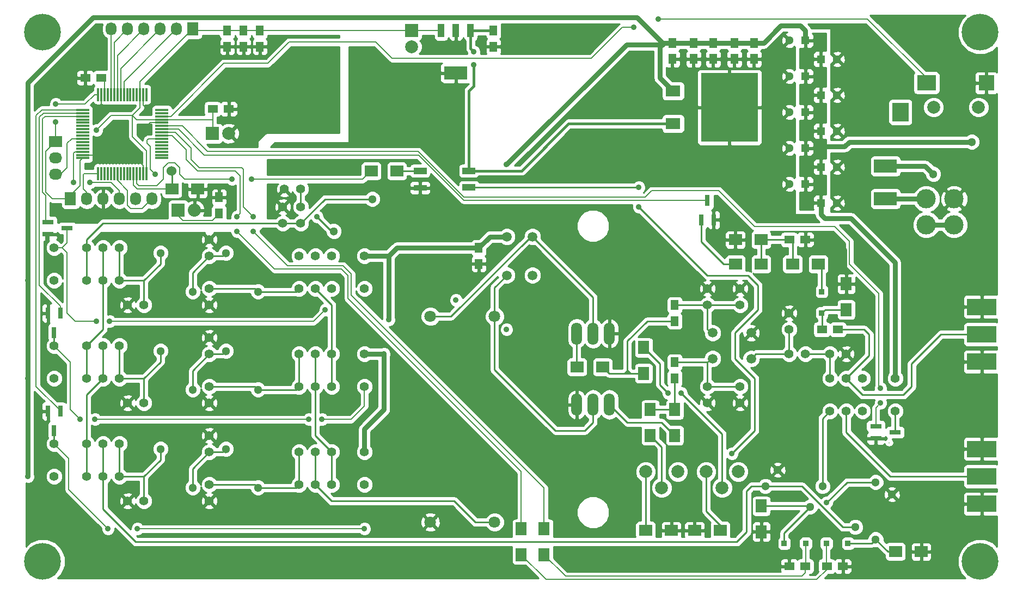
<source format=gtl>
G04 #@! TF.FileFunction,Copper,L1,Top,Signal*
%FSLAX46Y46*%
G04 Gerber Fmt 4.6, Leading zero omitted, Abs format (unit mm)*
G04 Created by KiCad (PCBNEW (2014-11-29 BZR 5307)-product) date Sat 04 Jul 2015 02:05:10 PM CDT*
%MOMM*%
G01*
G04 APERTURE LIST*
%ADD10C,0.100000*%
%ADD11R,3.657600X2.032000*%
%ADD12R,1.016000X2.032000*%
%ADD13C,2.000000*%
%ADD14O,1.699260X3.500120*%
%ADD15C,3.000000*%
%ADD16R,1.998980X0.899160*%
%ADD17R,1.998980X1.000760*%
%ADD18R,0.300000X2.000000*%
%ADD19R,2.000000X0.300000*%
%ADD20C,1.300000*%
%ADD21C,1.400000*%
%ADD22R,4.572000X2.540000*%
%ADD23R,0.850000X0.850000*%
%ADD24R,1.500000X1.250000*%
%ADD25R,1.250000X1.500000*%
%ADD26R,1.998980X1.998980*%
%ADD27C,1.998980*%
%ADD28C,1.397000*%
%ADD29R,3.556000X2.032000*%
%ADD30R,2.400000X2.400000*%
%ADD31R,2.900000X2.400000*%
%ADD32R,2.500000X2.900000*%
%ADD33R,1.700000X2.000000*%
%ADD34R,2.000000X1.700000*%
%ADD35C,1.500000*%
%ADD36C,1.800000*%
%ADD37R,2.032000X1.727200*%
%ADD38O,2.032000X1.727200*%
%ADD39R,8.890000X10.668000*%
%ADD40R,2.286000X1.778000*%
%ADD41R,1.727200X2.032000*%
%ADD42O,1.727200X2.032000*%
%ADD43R,2.032000X2.032000*%
%ADD44O,2.032000X2.032000*%
%ADD45C,1.524000*%
%ADD46C,5.700000*%
%ADD47R,0.800100X1.800860*%
%ADD48R,1.800860X0.800100*%
%ADD49R,1.300000X1.300000*%
%ADD50C,0.889000*%
%ADD51C,0.152400*%
%ADD52C,0.254000*%
%ADD53C,0.279400*%
%ADD54C,0.381000*%
%ADD55C,0.762000*%
G04 APERTURE END LIST*
D10*
D11*
X150114000Y-52832000D03*
D12*
X150114000Y-46228000D03*
X147828000Y-46228000D03*
X152400000Y-46228000D03*
D13*
X191516000Y-117328000D03*
X189016000Y-114828000D03*
X194016000Y-114828000D03*
X182118000Y-117328000D03*
X179618000Y-114828000D03*
X184618000Y-114828000D03*
D14*
X171450000Y-104394000D03*
X173990000Y-104394000D03*
X168910000Y-104394000D03*
X171450000Y-93345000D03*
X168910000Y-93345000D03*
X173990000Y-93345000D03*
D15*
X227584000Y-72422000D03*
X227584000Y-76422000D03*
D16*
X144536160Y-70690740D03*
D17*
X144536160Y-68041520D03*
X152135840Y-68041520D03*
X152135840Y-70642480D03*
D18*
X94484000Y-56168143D03*
X94984000Y-56168143D03*
X95484000Y-56168143D03*
X95984000Y-56168143D03*
X96484000Y-56168143D03*
X96984000Y-56168143D03*
X97484000Y-56168143D03*
X97984000Y-56168143D03*
X98484000Y-56168143D03*
X98984000Y-56168143D03*
X99484000Y-56168143D03*
X99984000Y-56168143D03*
X100484000Y-56168143D03*
X100984000Y-56168143D03*
X101484000Y-56168143D03*
X101984000Y-56168143D03*
D19*
X92084000Y-66068143D03*
X92084000Y-65568143D03*
X92084000Y-65068143D03*
X92084000Y-64568143D03*
X92084000Y-64068143D03*
X92084000Y-63568143D03*
X92084000Y-63068143D03*
X92084000Y-62568143D03*
X92084000Y-62068143D03*
X92084000Y-61568143D03*
X92084000Y-61068143D03*
X92084000Y-60568143D03*
X92084000Y-60068143D03*
X92084000Y-59568143D03*
X92084000Y-59068143D03*
X92084000Y-58568143D03*
X104384000Y-66068143D03*
X104384000Y-65568143D03*
X104384000Y-65068143D03*
X104384000Y-64568143D03*
X104384000Y-64068143D03*
X104384000Y-63568143D03*
X104384000Y-63068143D03*
X104384000Y-62568143D03*
X104384000Y-62068143D03*
X104384000Y-61568143D03*
X104384000Y-61068143D03*
X104384000Y-60568143D03*
X104384000Y-60068143D03*
X104384000Y-59568143D03*
X104384000Y-59068143D03*
X104384000Y-58568143D03*
D18*
X101984000Y-68468143D03*
X101484000Y-68468143D03*
X100984000Y-68468143D03*
X100484000Y-68468143D03*
X99984000Y-68468143D03*
X99484000Y-68468143D03*
X98984000Y-68468143D03*
X98484000Y-68468143D03*
X97984000Y-68468143D03*
X97484000Y-68468143D03*
X96984000Y-68468143D03*
X96484000Y-68468143D03*
X95984000Y-68468143D03*
X95484000Y-68468143D03*
X94984000Y-68468143D03*
X94484000Y-68468143D03*
D20*
X224330000Y-68540000D03*
X230330000Y-63540000D03*
D21*
X218440000Y-100330000D03*
X213360000Y-100330000D03*
X210820000Y-100330000D03*
X208280000Y-100330000D03*
X208280000Y-105410000D03*
X210820000Y-105410000D03*
X213360000Y-105410000D03*
X218440000Y-105410000D03*
X87630000Y-100330000D03*
X92710000Y-100330000D03*
X95250000Y-100330000D03*
X97790000Y-100330000D03*
X97790000Y-95250000D03*
X95250000Y-95250000D03*
X92710000Y-95250000D03*
X87630000Y-95250000D03*
X87630000Y-115570000D03*
X92710000Y-115570000D03*
X95250000Y-115570000D03*
X97790000Y-115570000D03*
X97790000Y-110490000D03*
X95250000Y-110490000D03*
X92710000Y-110490000D03*
X87630000Y-110490000D03*
X135890000Y-111760000D03*
X130810000Y-111760000D03*
X128270000Y-111760000D03*
X125730000Y-111760000D03*
X125730000Y-116840000D03*
X128270000Y-116840000D03*
X130810000Y-116840000D03*
X135890000Y-116840000D03*
X135890000Y-96520000D03*
X130810000Y-96520000D03*
X128270000Y-96520000D03*
X125730000Y-96520000D03*
X125730000Y-101600000D03*
X128270000Y-101600000D03*
X130810000Y-101600000D03*
X135890000Y-101600000D03*
X135890000Y-81280000D03*
X130810000Y-81280000D03*
X128270000Y-81280000D03*
X125730000Y-81280000D03*
X125730000Y-86360000D03*
X128270000Y-86360000D03*
X130810000Y-86360000D03*
X135890000Y-86360000D03*
X87630000Y-85090000D03*
X92710000Y-85090000D03*
X95250000Y-85090000D03*
X97790000Y-85090000D03*
X97790000Y-80010000D03*
X95250000Y-80010000D03*
X92710000Y-80010000D03*
X87630000Y-80010000D03*
D22*
X231902000Y-115570000D03*
X231902000Y-111315500D03*
X231902000Y-119824500D03*
X231902000Y-93472000D03*
X231902000Y-89217500D03*
X231902000Y-97726500D03*
D23*
X207010000Y-90170000D03*
X207010000Y-86820000D03*
X211074000Y-125984000D03*
X207724000Y-125984000D03*
X201168000Y-125984000D03*
X204518000Y-125984000D03*
D20*
X198247000Y-117094000D03*
X207137000Y-117094000D03*
X200152000Y-114554000D03*
X205232000Y-120269000D03*
X215392000Y-116459000D03*
X215392000Y-125349000D03*
X217932000Y-118364000D03*
X212217000Y-123444000D03*
X119340000Y-86820000D03*
X114340000Y-80820000D03*
X119340000Y-102060000D03*
X114340000Y-96060000D03*
X109180000Y-86820000D03*
X104180000Y-80820000D03*
X131112000Y-77430000D03*
X137112000Y-72430000D03*
X109180000Y-102060000D03*
X104180000Y-96060000D03*
X109180000Y-117300000D03*
X104180000Y-111300000D03*
X119340000Y-117300000D03*
X114340000Y-111300000D03*
D24*
X207030000Y-92710000D03*
X209530000Y-92710000D03*
X204450000Y-78740000D03*
X201950000Y-78740000D03*
D25*
X155956000Y-46248000D03*
X155956000Y-48748000D03*
X196469000Y-48153000D03*
X196469000Y-50653000D03*
X193421000Y-48153000D03*
X193421000Y-50653000D03*
D26*
X143256000Y-46228000D03*
D27*
X143256000Y-48768000D03*
D25*
X190119000Y-48153000D03*
X190119000Y-50653000D03*
X187071000Y-48153000D03*
X187071000Y-50653000D03*
X183769000Y-48153000D03*
X183769000Y-50653000D03*
X184150000Y-100310000D03*
X184150000Y-97810000D03*
X184150000Y-91420000D03*
X184150000Y-88920000D03*
X153670000Y-82530000D03*
X153670000Y-80030000D03*
D28*
X111760000Y-116840000D03*
X111760000Y-119380000D03*
X111760000Y-101600000D03*
X111760000Y-104140000D03*
X111760000Y-86360000D03*
X111760000Y-88900000D03*
X125984000Y-70866000D03*
X123444000Y-70866000D03*
X111760000Y-111760000D03*
X111760000Y-109220000D03*
X111760000Y-96520000D03*
X111760000Y-93980000D03*
X111760000Y-81280000D03*
X111760000Y-78740000D03*
X125984000Y-76200000D03*
X125984000Y-73660000D03*
X101600000Y-119380000D03*
X99060000Y-119380000D03*
X101600000Y-104140000D03*
X99060000Y-104140000D03*
X101600000Y-88900000D03*
X99060000Y-88900000D03*
X123190000Y-76200000D03*
X123190000Y-73660000D03*
D25*
X117094000Y-46248000D03*
X117094000Y-48748000D03*
X114554000Y-46248000D03*
X114554000Y-48748000D03*
D24*
X207792000Y-129540000D03*
X210292000Y-129540000D03*
X204450000Y-129540000D03*
X201950000Y-129540000D03*
D29*
X216916000Y-72390000D03*
X216916000Y-67310000D03*
D15*
X223266000Y-76422000D03*
X223266000Y-72422000D03*
D30*
X232594000Y-54366000D03*
D31*
X223294000Y-54366000D03*
D32*
X219244000Y-58916000D03*
D13*
X231394000Y-58166000D03*
X224394000Y-58166000D03*
D33*
X210820000Y-89630000D03*
X210820000Y-85630000D03*
D34*
X202470000Y-82550000D03*
X206470000Y-82550000D03*
X193580000Y-78740000D03*
X197580000Y-78740000D03*
X193580000Y-82550000D03*
X197580000Y-82550000D03*
D28*
X208280000Y-96520000D03*
X210820000Y-96520000D03*
X201930000Y-96520000D03*
X204470000Y-96520000D03*
D34*
X179610000Y-123952000D03*
X183610000Y-123952000D03*
D28*
X201930000Y-90170000D03*
X201930000Y-92710000D03*
D33*
X180340000Y-105188000D03*
X180340000Y-109188000D03*
D34*
X191230000Y-123952000D03*
X187230000Y-123952000D03*
D28*
X189230000Y-101600000D03*
X189230000Y-104140000D03*
X189230000Y-86360000D03*
X189230000Y-88900000D03*
D33*
X179324000Y-99536000D03*
X179324000Y-95536000D03*
D28*
X194310000Y-101600000D03*
X194310000Y-104140000D03*
X194310000Y-86360000D03*
X194310000Y-88900000D03*
D33*
X184150000Y-109188000D03*
X184150000Y-105188000D03*
D34*
X168942000Y-98552000D03*
X172942000Y-98552000D03*
X218472000Y-127254000D03*
X222472000Y-127254000D03*
D33*
X197612000Y-120174000D03*
X197612000Y-124174000D03*
D35*
X196040000Y-93250000D03*
X190040000Y-93250000D03*
X196040000Y-97250000D03*
X190040000Y-97250000D03*
X162020000Y-84280000D03*
X162020000Y-78280000D03*
X158020000Y-84280000D03*
X158020000Y-78280000D03*
D36*
X156130000Y-90680000D03*
X146130000Y-90680000D03*
X156130000Y-122680000D03*
X146130000Y-122680000D03*
D37*
X87884000Y-63500000D03*
D38*
X87884000Y-66040000D03*
X87884000Y-68580000D03*
D39*
X192659000Y-58166000D03*
D40*
X183896000Y-55626000D03*
X183896000Y-60706000D03*
D25*
X113284000Y-74656000D03*
X113284000Y-72156000D03*
D24*
X112288000Y-58420000D03*
X114788000Y-58420000D03*
D26*
X112268000Y-62230000D03*
D27*
X114808000Y-62230000D03*
D24*
X92476000Y-53594000D03*
X94976000Y-53594000D03*
D25*
X119634000Y-46248000D03*
X119634000Y-48748000D03*
D41*
X90170000Y-72390000D03*
D42*
X92710000Y-72390000D03*
X95250000Y-72390000D03*
X97790000Y-72390000D03*
X100330000Y-72390000D03*
X102870000Y-72390000D03*
D33*
X160274000Y-123730000D03*
X160274000Y-127730000D03*
X163830000Y-127730000D03*
X163830000Y-123730000D03*
D43*
X106934000Y-74168000D03*
D44*
X109474000Y-74168000D03*
D41*
X109220000Y-45974000D03*
D42*
X106680000Y-45974000D03*
X104140000Y-45974000D03*
X101600000Y-45974000D03*
X99060000Y-45974000D03*
X96520000Y-45974000D03*
D34*
X109950000Y-70866000D03*
X105950000Y-70866000D03*
D45*
X105918000Y-68072000D03*
D46*
X231648000Y-46482000D03*
X231648000Y-128778000D03*
X85852000Y-128778000D03*
X85852000Y-46482000D03*
D47*
X188280000Y-75669140D03*
X190180000Y-75669140D03*
X189230000Y-72666860D03*
D48*
X215414860Y-107762000D03*
X215414860Y-109662000D03*
X218417140Y-108712000D03*
D47*
X88580000Y-105432860D03*
X86680000Y-105432860D03*
X87630000Y-108435140D03*
X88580000Y-90192860D03*
X86680000Y-90192860D03*
X87630000Y-93195140D03*
D48*
X86636860Y-76012000D03*
X86636860Y-77912000D03*
X89639140Y-76962000D03*
D34*
X140938000Y-68072000D03*
X136938000Y-68072000D03*
D49*
X206883000Y-50673000D03*
D20*
X209383000Y-50673000D03*
D49*
X206883000Y-56261000D03*
D20*
X209383000Y-56261000D03*
D49*
X206883000Y-61849000D03*
D20*
X209383000Y-61849000D03*
D49*
X206883000Y-67437000D03*
D20*
X209383000Y-67437000D03*
D49*
X206883000Y-73025000D03*
D20*
X209383000Y-73025000D03*
D49*
X204470000Y-70104000D03*
D20*
X201970000Y-70104000D03*
D49*
X204470000Y-64516000D03*
D20*
X201970000Y-64516000D03*
D49*
X204470000Y-58928000D03*
D20*
X201970000Y-58928000D03*
D49*
X204470000Y-53340000D03*
D20*
X201970000Y-53340000D03*
D49*
X204470000Y-47752000D03*
D20*
X201970000Y-47752000D03*
D50*
X157988000Y-92710000D03*
X150114000Y-88138000D03*
X135890000Y-50038000D03*
X135890000Y-62230000D03*
X141732000Y-55626000D03*
X216662000Y-112268000D03*
X85598000Y-107950000D03*
X86106000Y-93218000D03*
X192786000Y-75692000D03*
X87376000Y-82550000D03*
X231902000Y-84074000D03*
X209296000Y-78740000D03*
X150114000Y-48768000D03*
X159512000Y-48768000D03*
X231902000Y-103886000D03*
X152908000Y-51562000D03*
X152908000Y-49530000D03*
X87884000Y-60452000D03*
X87884000Y-57658000D03*
X94234000Y-61722000D03*
X139700000Y-91186000D03*
X138938000Y-96520000D03*
X83566000Y-85090000D03*
X83566000Y-100330000D03*
X83566000Y-115570000D03*
X157988000Y-67056000D03*
X128524000Y-75184000D03*
X207772000Y-119634000D03*
X216154000Y-104140000D03*
X216154000Y-101854000D03*
X93218000Y-69850000D03*
X90678000Y-69850000D03*
X103378000Y-68580000D03*
X181610000Y-44450000D03*
X177800000Y-45720000D03*
X185166000Y-102616000D03*
X183134000Y-102616000D03*
X118364000Y-69342000D03*
X115316000Y-69342000D03*
X129794000Y-61214000D03*
X129794000Y-50038000D03*
X102108000Y-58420000D03*
X102108000Y-61722000D03*
X94996000Y-58674000D03*
X96774000Y-65532000D03*
X92075000Y-55880000D03*
X116078000Y-75184000D03*
X116078000Y-77470000D03*
X118618000Y-77470000D03*
X118618000Y-75184000D03*
X96012000Y-123698000D03*
X100584000Y-123698000D03*
X135890000Y-123698000D03*
X91694000Y-106680000D03*
X93980000Y-106680000D03*
X127254000Y-106680000D03*
X129286000Y-106680000D03*
X94234000Y-91440000D03*
X96266000Y-91440000D03*
X129794000Y-89662000D03*
X178562000Y-70612000D03*
X178562000Y-73660000D03*
X193040000Y-112014000D03*
D51*
X217487500Y-110276640D02*
X217464640Y-110276640D01*
D52*
X207030000Y-90190000D02*
X207010000Y-90170000D01*
X207030000Y-90190000D02*
X207010000Y-90170000D01*
X207030000Y-92710000D02*
X207030000Y-90190000D01*
X207550000Y-89630000D02*
X207010000Y-90170000D01*
X210820000Y-89630000D02*
X207550000Y-89630000D01*
D53*
X231902000Y-93472000D02*
X225552000Y-93472000D01*
X225552000Y-93472000D02*
X220980000Y-98044000D01*
X229870000Y-93472000D02*
X231902000Y-93472000D01*
X213360000Y-102870000D02*
X219710000Y-102870000D01*
X219710000Y-102870000D02*
X220980000Y-101600000D01*
X220980000Y-101600000D02*
X220980000Y-98044000D01*
X210820000Y-100330000D02*
X213360000Y-102870000D01*
X213614000Y-92710000D02*
X214376000Y-93472000D01*
X214376000Y-93472000D02*
X214376000Y-96774000D01*
X214376000Y-96774000D02*
X210820000Y-100330000D01*
X209530000Y-92710000D02*
X213614000Y-92710000D01*
D52*
X215414860Y-109662000D02*
X215414860Y-111020860D01*
X215414860Y-111020860D02*
X216662000Y-112268000D01*
X86680000Y-105432860D02*
X86680000Y-106868000D01*
X86680000Y-106868000D02*
X85598000Y-107950000D01*
X86680000Y-90192860D02*
X86680000Y-91628000D01*
X86106000Y-92202000D02*
X86106000Y-93218000D01*
X86680000Y-91628000D02*
X86106000Y-92202000D01*
X190180000Y-75669140D02*
X192763140Y-75669140D01*
X192763140Y-75669140D02*
X192786000Y-75692000D01*
X86319360Y-77914500D02*
X86319360Y-79542640D01*
X86106000Y-81280000D02*
X87376000Y-82550000D01*
X86106000Y-79756000D02*
X86106000Y-81280000D01*
X86319360Y-79542640D02*
X86106000Y-79756000D01*
X231902000Y-89217500D02*
X231902000Y-84074000D01*
X210820000Y-80264000D02*
X209296000Y-78740000D01*
X210820000Y-85630000D02*
X210820000Y-80264000D01*
X150114000Y-46228000D02*
X150114000Y-48768000D01*
X159492000Y-48748000D02*
X159512000Y-48768000D01*
X155956000Y-48748000D02*
X159492000Y-48748000D01*
X231902000Y-111315500D02*
X231902000Y-103886000D01*
X197580000Y-78740000D02*
X197580000Y-82550000D01*
X201950000Y-78740000D02*
X197580000Y-78740000D01*
X202470000Y-79260000D02*
X201950000Y-78740000D01*
X202470000Y-82550000D02*
X202470000Y-79260000D01*
D54*
X167640000Y-60706000D02*
X160304480Y-68041520D01*
X160304480Y-68041520D02*
X152135840Y-68041520D01*
X183896000Y-60706000D02*
X167640000Y-60706000D01*
X152420000Y-46248000D02*
X152400000Y-46228000D01*
X155956000Y-46248000D02*
X152420000Y-46248000D01*
X152135840Y-55636160D02*
X152908000Y-54864000D01*
X152908000Y-54864000D02*
X152908000Y-51562000D01*
X152908000Y-49530000D02*
X152400000Y-49022000D01*
X152400000Y-49022000D02*
X152400000Y-46228000D01*
X152135840Y-68041520D02*
X152135840Y-55636160D01*
D51*
X99822000Y-62738000D02*
X99822000Y-59436000D01*
X100838000Y-63754000D02*
X99822000Y-62738000D01*
X101984000Y-68468143D02*
X101984000Y-64900000D01*
X101984000Y-64900000D02*
X100838000Y-63754000D01*
X94484000Y-56168143D02*
X93945857Y-56168143D01*
X87884000Y-60452000D02*
X87884000Y-63500000D01*
X92456000Y-57658000D02*
X87884000Y-57658000D01*
X93945857Y-56168143D02*
X92456000Y-57658000D01*
X90170000Y-72390000D02*
X90170000Y-71882000D01*
X90170000Y-71882000D02*
X91694000Y-70358000D01*
X91694000Y-66458143D02*
X92084000Y-66068143D01*
X91694000Y-70358000D02*
X91694000Y-66458143D01*
X86360000Y-66040000D02*
X86360000Y-65024000D01*
X86360000Y-65024000D02*
X87884000Y-63500000D01*
X87376000Y-72390000D02*
X86360000Y-71374000D01*
X86360000Y-71374000D02*
X86360000Y-66040000D01*
X90170000Y-72390000D02*
X87376000Y-72390000D01*
X94484000Y-56568143D02*
X94484000Y-56646000D01*
X94484000Y-56646000D02*
X94480000Y-56642000D01*
X90170000Y-71628000D02*
X90170000Y-72390000D01*
X100984000Y-55480000D02*
X100984000Y-56568143D01*
X94234000Y-61722000D02*
X96520000Y-59436000D01*
X96520000Y-59436000D02*
X99822000Y-59436000D01*
X99822000Y-59436000D02*
X100984000Y-58274000D01*
X100984000Y-58274000D02*
X100984000Y-56568143D01*
X112288000Y-62210000D02*
X112268000Y-62230000D01*
X112288000Y-60068143D02*
X112288000Y-62210000D01*
X112288000Y-58420000D02*
X112288000Y-60068143D01*
X104384000Y-60068143D02*
X112288000Y-60068143D01*
X117094000Y-46248000D02*
X119634000Y-46248000D01*
X100984000Y-54210000D02*
X108946000Y-46248000D01*
X100984000Y-56168143D02*
X100984000Y-54210000D01*
X117094000Y-46248000D02*
X114554000Y-46248000D01*
X109494000Y-46248000D02*
X109220000Y-45974000D01*
X114554000Y-46248000D02*
X109494000Y-46248000D01*
X100454143Y-60068143D02*
X99822000Y-59436000D01*
X104384000Y-60068143D02*
X100454143Y-60068143D01*
X147828000Y-46228000D02*
X143256000Y-46228000D01*
X119654000Y-46228000D02*
X119634000Y-46248000D01*
X143256000Y-46228000D02*
X119654000Y-46228000D01*
D52*
X179800000Y-104648000D02*
X180340000Y-105188000D01*
X180340000Y-105188000D02*
X184150000Y-105188000D01*
X184150000Y-105188000D02*
X184150000Y-100310000D01*
X189210000Y-97810000D02*
X184150000Y-97810000D01*
X189230000Y-97790000D02*
X189210000Y-97810000D01*
X189770000Y-97250000D02*
X189230000Y-97790000D01*
X190040000Y-97250000D02*
X189770000Y-97250000D01*
X189230000Y-101600000D02*
X189230000Y-97790000D01*
X194310000Y-101600000D02*
X189230000Y-101600000D01*
X173926000Y-99536000D02*
X172942000Y-98552000D01*
X176308000Y-99536000D02*
X173926000Y-99536000D01*
X176784000Y-99536000D02*
X176308000Y-99536000D01*
X177260000Y-99536000D02*
X176784000Y-99536000D01*
X179324000Y-99536000D02*
X177260000Y-99536000D01*
X179852000Y-91420000D02*
X176784000Y-94488000D01*
X176784000Y-94488000D02*
X176784000Y-99060000D01*
X176784000Y-99060000D02*
X176308000Y-99536000D01*
X184150000Y-91420000D02*
X179852000Y-91420000D01*
X176784000Y-99060000D02*
X177260000Y-99536000D01*
X176784000Y-99060000D02*
X176784000Y-99536000D01*
X189770000Y-93250000D02*
X189230000Y-92710000D01*
X190040000Y-93250000D02*
X189770000Y-93250000D01*
X189230000Y-88900000D02*
X189230000Y-92710000D01*
X194310000Y-88900000D02*
X189230000Y-88900000D01*
X184170000Y-88900000D02*
X184150000Y-88920000D01*
X189230000Y-88900000D02*
X184170000Y-88900000D01*
D55*
X155420000Y-78280000D02*
X153670000Y-80030000D01*
X158020000Y-78280000D02*
X155420000Y-78280000D01*
X140950000Y-80030000D02*
X139700000Y-81280000D01*
X139700000Y-81280000D02*
X135890000Y-81280000D01*
X153670000Y-80030000D02*
X140950000Y-80030000D01*
X138938000Y-96520000D02*
X135890000Y-96520000D01*
X139700000Y-81280000D02*
X139700000Y-91186000D01*
X135890000Y-108204000D02*
X138938000Y-105156000D01*
X138938000Y-105156000D02*
X138938000Y-96520000D01*
X135890000Y-111760000D02*
X135890000Y-108204000D01*
X83566000Y-85090000D02*
X83566000Y-100330000D01*
X83566000Y-100330000D02*
X83566000Y-115570000D01*
X196469000Y-48153000D02*
X193421000Y-48153000D01*
X193421000Y-48153000D02*
X190119000Y-48153000D01*
X190119000Y-48153000D02*
X187071000Y-48153000D01*
X187071000Y-48153000D02*
X183769000Y-48153000D01*
X178308000Y-44196000D02*
X182265000Y-48153000D01*
X182479000Y-48153000D02*
X183769000Y-48153000D01*
X182265000Y-48153000D02*
X182479000Y-48153000D01*
X83566000Y-54356000D02*
X93726000Y-44196000D01*
X93726000Y-44196000D02*
X173990000Y-44196000D01*
X83566000Y-85090000D02*
X83566000Y-57912000D01*
X83566000Y-57912000D02*
X83566000Y-54356000D01*
X173990000Y-44196000D02*
X178308000Y-44196000D01*
X182245000Y-48387000D02*
X182479000Y-48153000D01*
X181864000Y-48768000D02*
X182245000Y-48387000D01*
X181864000Y-53594000D02*
X181864000Y-48768000D01*
X183896000Y-55626000D02*
X181864000Y-53594000D01*
X157988000Y-67056000D02*
X176657000Y-48387000D01*
X176657000Y-48387000D02*
X182245000Y-48387000D01*
X197973000Y-48153000D02*
X200660000Y-45466000D01*
X200660000Y-45466000D02*
X203708000Y-45466000D01*
X203708000Y-45466000D02*
X204470000Y-46228000D01*
X204470000Y-46228000D02*
X204470000Y-47752000D01*
X196469000Y-48153000D02*
X197973000Y-48153000D01*
X211288000Y-63540000D02*
X210566000Y-64262000D01*
X210566000Y-64262000D02*
X207010000Y-64262000D01*
X230330000Y-63540000D02*
X211288000Y-63540000D01*
X218440000Y-82296000D02*
X211582000Y-75438000D01*
X211582000Y-75438000D02*
X207518000Y-75438000D01*
X207518000Y-75438000D02*
X206883000Y-74803000D01*
X206883000Y-74803000D02*
X206883000Y-73025000D01*
X218440000Y-100330000D02*
X218440000Y-82296000D01*
D52*
X125270000Y-117300000D02*
X125730000Y-116840000D01*
X119340000Y-117300000D02*
X125270000Y-117300000D01*
X118880000Y-116840000D02*
X119340000Y-117300000D01*
X111760000Y-116840000D02*
X118880000Y-116840000D01*
X125730000Y-111760000D02*
X125730000Y-116840000D01*
X125270000Y-102060000D02*
X125730000Y-101600000D01*
X119340000Y-102060000D02*
X125270000Y-102060000D01*
X118880000Y-101600000D02*
X119340000Y-102060000D01*
X111760000Y-101600000D02*
X118880000Y-101600000D01*
X125730000Y-96520000D02*
X125730000Y-101600000D01*
X125270000Y-86820000D02*
X125730000Y-86360000D01*
X119340000Y-86820000D02*
X125270000Y-86820000D01*
X118880000Y-86360000D02*
X119340000Y-86820000D01*
X111760000Y-86360000D02*
X118880000Y-86360000D01*
X131112000Y-77430000D02*
X130770000Y-77430000D01*
X130770000Y-77430000D02*
X128524000Y-75184000D01*
X125984000Y-70866000D02*
X125984000Y-73660000D01*
X109180000Y-114340000D02*
X111760000Y-111760000D01*
X109180000Y-117300000D02*
X109180000Y-114340000D01*
X113880000Y-111760000D02*
X114340000Y-111300000D01*
X111760000Y-111760000D02*
X113880000Y-111760000D01*
X113880000Y-96520000D02*
X114340000Y-96060000D01*
X111760000Y-96520000D02*
X113880000Y-96520000D01*
X109180000Y-99100000D02*
X111760000Y-96520000D01*
X109180000Y-102060000D02*
X109180000Y-99100000D01*
X113880000Y-81280000D02*
X114340000Y-80820000D01*
X111760000Y-81280000D02*
X113880000Y-81280000D01*
X109180000Y-83860000D02*
X111760000Y-81280000D01*
X109180000Y-86820000D02*
X109180000Y-83860000D01*
X137112000Y-72430000D02*
X129754000Y-72430000D01*
X129754000Y-72430000D02*
X125984000Y-76200000D01*
X125984000Y-76200000D02*
X123190000Y-76200000D01*
X92710000Y-80010000D02*
X92710000Y-85090000D01*
X92710000Y-78740000D02*
X95250000Y-76200000D01*
X95250000Y-76200000D02*
X123190000Y-76200000D01*
X92710000Y-80010000D02*
X92710000Y-78740000D01*
X97790000Y-115570000D02*
X97790000Y-110490000D01*
X104180000Y-112990000D02*
X101600000Y-115570000D01*
X101600000Y-115570000D02*
X97790000Y-115570000D01*
X104180000Y-111300000D02*
X104180000Y-112990000D01*
X101600000Y-119380000D02*
X101600000Y-115570000D01*
X97790000Y-100330000D02*
X97790000Y-95250000D01*
X101600000Y-100330000D02*
X97790000Y-100330000D01*
X101600000Y-104140000D02*
X101600000Y-100330000D01*
X104180000Y-97750000D02*
X101600000Y-100330000D01*
X104180000Y-96060000D02*
X104180000Y-97750000D01*
X97790000Y-85090000D02*
X97790000Y-80010000D01*
X104180000Y-82510000D02*
X101600000Y-85090000D01*
X101600000Y-85090000D02*
X97790000Y-85090000D01*
X104180000Y-80820000D02*
X104180000Y-82510000D01*
X101600000Y-88900000D02*
X101600000Y-85090000D01*
X207010000Y-83090000D02*
X206470000Y-82550000D01*
X207010000Y-86820000D02*
X207010000Y-83090000D01*
X211074000Y-125984000D02*
X214757000Y-125984000D01*
X214757000Y-125984000D02*
X215392000Y-125349000D01*
X217297000Y-127254000D02*
X215392000Y-125349000D01*
X218472000Y-127254000D02*
X217297000Y-127254000D01*
X201168000Y-125984000D02*
X201168000Y-124333000D01*
X201168000Y-124333000D02*
X205232000Y-120269000D01*
X210947000Y-116459000D02*
X207772000Y-119634000D01*
X215392000Y-116459000D02*
X210947000Y-116459000D01*
X197612000Y-120174000D02*
X205137000Y-120174000D01*
D53*
X128270000Y-116840000D02*
X128270000Y-111760000D01*
X153160000Y-122680000D02*
X149860000Y-119380000D01*
X149860000Y-119380000D02*
X130810000Y-119380000D01*
X130810000Y-119380000D02*
X128270000Y-116840000D01*
X156130000Y-122680000D02*
X153160000Y-122680000D01*
D51*
X88582500Y-105877360D02*
X88582500Y-105346500D01*
X85703857Y-58568143D02*
X92484000Y-58568143D01*
X84836000Y-59436000D02*
X85703857Y-58568143D01*
X84836000Y-101600000D02*
X84836000Y-59436000D01*
X88582500Y-105346500D02*
X84836000Y-101600000D01*
X88582500Y-90637360D02*
X88582500Y-89090500D01*
X85965857Y-59068143D02*
X92484000Y-59068143D01*
X85344000Y-59690000D02*
X85965857Y-59068143D01*
X85344000Y-85852000D02*
X85344000Y-59690000D01*
X88582500Y-89090500D02*
X85344000Y-85852000D01*
X86319360Y-76009500D02*
X86319360Y-71841360D01*
X86227857Y-59568143D02*
X92484000Y-59568143D01*
X85852000Y-59944000D02*
X86227857Y-59568143D01*
X85852000Y-71374000D02*
X85852000Y-59944000D01*
X86319360Y-71841360D02*
X85852000Y-71374000D01*
D53*
X95250000Y-110490000D02*
X95250000Y-115570000D01*
X210312000Y-123444000D02*
X212217000Y-123444000D01*
X203962000Y-117094000D02*
X210312000Y-123444000D01*
X198247000Y-117094000D02*
X203962000Y-117094000D01*
X196088000Y-117094000D02*
X198247000Y-117094000D01*
X193802000Y-125730000D02*
X195326000Y-124206000D01*
X195326000Y-124206000D02*
X195326000Y-117856000D01*
X195326000Y-117856000D02*
X196088000Y-117094000D01*
X172720000Y-125730000D02*
X187198000Y-125730000D01*
X100330000Y-125730000D02*
X172720000Y-125730000D01*
X95250000Y-120650000D02*
X100330000Y-125730000D01*
X95250000Y-115570000D02*
X95250000Y-120650000D01*
X187198000Y-125730000D02*
X193802000Y-125730000D01*
X208280000Y-100330000D02*
X208280000Y-96520000D01*
X208280000Y-96520000D02*
X204470000Y-96520000D01*
D51*
X215414860Y-107762000D02*
X215414860Y-104879140D01*
X107550143Y-61068143D02*
X104384000Y-61068143D01*
X107550143Y-61068143D02*
X111506000Y-65024000D01*
X144272000Y-65024000D02*
X111506000Y-65024000D01*
X151384000Y-72136000D02*
X144272000Y-65024000D01*
X179578000Y-72136000D02*
X151384000Y-72136000D01*
X180340000Y-71374000D02*
X179578000Y-72136000D01*
X191008000Y-71120000D02*
X180594000Y-71120000D01*
X180594000Y-71120000D02*
X180340000Y-71374000D01*
X216154000Y-101854000D02*
X215900000Y-101600000D01*
X215900000Y-101600000D02*
X215900000Y-87122000D01*
X215900000Y-87122000D02*
X211328000Y-82550000D01*
X211328000Y-82550000D02*
X211328000Y-78994000D01*
X211328000Y-78994000D02*
X209042000Y-76708000D01*
X209042000Y-76708000D02*
X196596000Y-76708000D01*
X196596000Y-76708000D02*
X191262000Y-71374000D01*
X191262000Y-71374000D02*
X191008000Y-71120000D01*
X215414860Y-104879140D02*
X216154000Y-104140000D01*
D55*
X227584000Y-76422000D02*
X223266000Y-76422000D01*
D51*
X92710000Y-72390000D02*
X92710000Y-71374000D01*
X92313857Y-68468143D02*
X94484000Y-68468143D01*
X92202000Y-68580000D02*
X92313857Y-68468143D01*
X92202000Y-70866000D02*
X92202000Y-68580000D01*
X92710000Y-71374000D02*
X92202000Y-70866000D01*
X92084000Y-65068143D02*
X90887857Y-65068143D01*
X97790000Y-71120000D02*
X96520000Y-69850000D01*
X96520000Y-69850000D02*
X93218000Y-69850000D01*
X97790000Y-71120000D02*
X97790000Y-72390000D01*
X90678000Y-65278000D02*
X90678000Y-69850000D01*
X90887857Y-65068143D02*
X90678000Y-65278000D01*
X92484000Y-65068143D02*
X91649857Y-65068143D01*
X113284000Y-74656000D02*
X113284000Y-74726798D01*
X113284000Y-74726798D02*
X112268000Y-75742798D01*
X112268000Y-75742798D02*
X111760000Y-75742798D01*
X106934000Y-74168000D02*
X106934000Y-74980798D01*
X106934000Y-74980798D02*
X107696000Y-75742798D01*
X107696000Y-75742798D02*
X111760000Y-75742798D01*
X111760000Y-75742798D02*
X111689202Y-75742798D01*
X102285857Y-63068143D02*
X103984000Y-63068143D01*
X103378000Y-68580000D02*
X102616000Y-67818000D01*
X102616000Y-67818000D02*
X102616000Y-64262000D01*
X102616000Y-64262000D02*
X102108000Y-63754000D01*
X102108000Y-63754000D02*
X102108000Y-63246000D01*
X102108000Y-63246000D02*
X102285857Y-63068143D01*
X101346000Y-73914000D02*
X99568000Y-73914000D01*
X99568000Y-73914000D02*
X99060000Y-73406000D01*
X99060000Y-73406000D02*
X99060000Y-71120000D01*
X99060000Y-71120000D02*
X97484000Y-69544000D01*
X97484000Y-69544000D02*
X97484000Y-68068143D01*
X102870000Y-72390000D02*
X101346000Y-73914000D01*
X222776000Y-53848000D02*
X223294000Y-54366000D01*
X103984000Y-59568143D02*
X105023857Y-59568143D01*
X214122000Y-44450000D02*
X181610000Y-44450000D01*
X104384000Y-59568143D02*
X105785857Y-59568143D01*
X176022000Y-45720000D02*
X177800000Y-45720000D01*
X171196000Y-50546000D02*
X176022000Y-45720000D01*
X140208000Y-50546000D02*
X171196000Y-50546000D01*
X137668000Y-48006000D02*
X140208000Y-50546000D01*
X124206000Y-48006000D02*
X137668000Y-48006000D01*
X120904000Y-51308000D02*
X124206000Y-48006000D01*
X114046000Y-51308000D02*
X120904000Y-51308000D01*
X105785857Y-59568143D02*
X114046000Y-51308000D01*
X223294000Y-53622000D02*
X214122000Y-44450000D01*
X223294000Y-54366000D02*
X223294000Y-53622000D01*
X144308143Y-65568143D02*
X147320000Y-68580000D01*
X147320000Y-68580000D02*
X151343360Y-72603360D01*
X151343360Y-72603360D02*
X189230000Y-72603360D01*
X110998000Y-65568143D02*
X144308143Y-65568143D01*
X106998000Y-61568143D02*
X110998000Y-65568143D01*
X104384000Y-61568143D02*
X106998000Y-61568143D01*
D52*
X156130000Y-86170000D02*
X158020000Y-84280000D01*
X156130000Y-90680000D02*
X156130000Y-86170000D01*
X156130000Y-98980000D02*
X165608000Y-108458000D01*
X165608000Y-108458000D02*
X170180000Y-108458000D01*
X170180000Y-108458000D02*
X171450000Y-107188000D01*
X171450000Y-107188000D02*
X171450000Y-104394000D01*
X156130000Y-90680000D02*
X156130000Y-98980000D01*
X184150000Y-109188000D02*
X184880000Y-109188000D01*
X182118000Y-107188000D02*
X176784000Y-107188000D01*
X176784000Y-107188000D02*
X173990000Y-104394000D01*
X184118000Y-109188000D02*
X182118000Y-107188000D01*
X184150000Y-109188000D02*
X184118000Y-109188000D01*
X149350000Y-90680000D02*
X146130000Y-90680000D01*
X161750000Y-78280000D02*
X149350000Y-90680000D01*
X162020000Y-78280000D02*
X161750000Y-78280000D01*
X171450000Y-87710000D02*
X162020000Y-78280000D01*
X171450000Y-93345000D02*
X171450000Y-87710000D01*
X168910000Y-98520000D02*
X168942000Y-98552000D01*
X168910000Y-93345000D02*
X168910000Y-98520000D01*
X196770000Y-96520000D02*
X196040000Y-97250000D01*
X201930000Y-96520000D02*
X196770000Y-96520000D01*
X201930000Y-96520000D02*
X201930000Y-92710000D01*
X179618000Y-123944000D02*
X179610000Y-123952000D01*
X179618000Y-114828000D02*
X179618000Y-123944000D01*
X182118000Y-110966000D02*
X180340000Y-109188000D01*
X182118000Y-117328000D02*
X182118000Y-110966000D01*
X189016000Y-120944000D02*
X189016000Y-114828000D01*
X191230000Y-123158000D02*
X189016000Y-120944000D01*
X191230000Y-123952000D02*
X191230000Y-123158000D01*
X191516000Y-108966000D02*
X185166000Y-102616000D01*
X183134000Y-102616000D02*
X181864000Y-101346000D01*
X181864000Y-101346000D02*
X181864000Y-98076000D01*
X181864000Y-98076000D02*
X179324000Y-95536000D01*
X191516000Y-117328000D02*
X191516000Y-108966000D01*
D51*
X204518000Y-125984000D02*
X204518000Y-129472000D01*
X204518000Y-129472000D02*
X204450000Y-129540000D01*
X167164000Y-131064000D02*
X163830000Y-127730000D01*
X203962000Y-131064000D02*
X174752000Y-131064000D01*
X204450000Y-129540000D02*
X204450000Y-130576000D01*
X204450000Y-130576000D02*
X203962000Y-131064000D01*
X174752000Y-131064000D02*
X167164000Y-131064000D01*
X207792000Y-129540000D02*
X207792000Y-130028000D01*
X207724000Y-125984000D02*
X207724000Y-129472000D01*
X207724000Y-129472000D02*
X207792000Y-129540000D01*
X164116000Y-131572000D02*
X160274000Y-127730000D01*
X206248000Y-131572000D02*
X173228000Y-131572000D01*
X207792000Y-130028000D02*
X206248000Y-131572000D01*
X173228000Y-131572000D02*
X164116000Y-131572000D01*
D53*
X207137000Y-106553000D02*
X208280000Y-105410000D01*
X207137000Y-117094000D02*
X207137000Y-106553000D01*
D51*
X87884000Y-68580000D02*
X88646000Y-68580000D01*
X88646000Y-68580000D02*
X89662000Y-67564000D01*
X89662000Y-67564000D02*
X89662000Y-63754000D01*
X89662000Y-63754000D02*
X90347857Y-63068143D01*
X90347857Y-63068143D02*
X92084000Y-63068143D01*
X91363857Y-63068143D02*
X92484000Y-63068143D01*
X100838000Y-70358000D02*
X103632000Y-70358000D01*
X103632000Y-70358000D02*
X104648000Y-69342000D01*
X104648000Y-69342000D02*
X104648000Y-68580000D01*
X118364000Y-69342000D02*
X135636000Y-69342000D01*
X113030000Y-69342000D02*
X115316000Y-69342000D01*
X113030000Y-69342000D02*
X107950000Y-69342000D01*
X104648000Y-67564000D02*
X104648000Y-68580000D01*
X105410000Y-66802000D02*
X104648000Y-67564000D01*
X106426000Y-66802000D02*
X105410000Y-66802000D01*
X107188000Y-67564000D02*
X106426000Y-66802000D01*
X107188000Y-68580000D02*
X107188000Y-67564000D01*
X107950000Y-69342000D02*
X107188000Y-68580000D01*
X100484000Y-68468143D02*
X100484000Y-70004000D01*
X100484000Y-70004000D02*
X100838000Y-70358000D01*
X136906000Y-68072000D02*
X135636000Y-69342000D01*
X136938000Y-68072000D02*
X136906000Y-68072000D01*
X101484000Y-56568143D02*
X101484000Y-57796000D01*
X101484000Y-57796000D02*
X102108000Y-58420000D01*
X103984000Y-60568143D02*
X102499857Y-60568143D01*
X102499857Y-60568143D02*
X102108000Y-61722000D01*
X94984000Y-56568143D02*
X94984000Y-58662000D01*
X94984000Y-58662000D02*
X94996000Y-58674000D01*
X101484000Y-68068143D02*
X101484000Y-67194000D01*
X96737857Y-65568143D02*
X96774000Y-65532000D01*
X96737857Y-65568143D02*
X92484000Y-65568143D01*
X99822000Y-65532000D02*
X96774000Y-65532000D01*
X101484000Y-67194000D02*
X99822000Y-65532000D01*
X92476000Y-55479000D02*
X92075000Y-55880000D01*
X92476000Y-53594000D02*
X92476000Y-55479000D01*
X114808000Y-58440000D02*
X114828000Y-58420000D01*
D52*
X130810000Y-116840000D02*
X130810000Y-111760000D01*
X128270000Y-109220000D02*
X128270000Y-101600000D01*
X130810000Y-111760000D02*
X128270000Y-109220000D01*
X128270000Y-101600000D02*
X128270000Y-96520000D01*
X130810000Y-101600000D02*
X130810000Y-96520000D01*
X130810000Y-88900000D02*
X128270000Y-86360000D01*
X130810000Y-96520000D02*
X130810000Y-88900000D01*
X95250000Y-95250000D02*
X95250000Y-100330000D01*
X92710000Y-110490000D02*
X92710000Y-115570000D01*
X92710000Y-102870000D02*
X92710000Y-110490000D01*
X95250000Y-100330000D02*
X92710000Y-102870000D01*
X95250000Y-80010000D02*
X95250000Y-85090000D01*
X92710000Y-95250000D02*
X92710000Y-100330000D01*
X95250000Y-92710000D02*
X92710000Y-95250000D01*
X95250000Y-85090000D02*
X95250000Y-92710000D01*
D53*
X217678000Y-115570000D02*
X210820000Y-108712000D01*
X210820000Y-108712000D02*
X210820000Y-105410000D01*
X231902000Y-115570000D02*
X217678000Y-115570000D01*
D51*
X95484000Y-56568143D02*
X95484000Y-55860000D01*
X95484000Y-54102000D02*
X94976000Y-53594000D01*
X95484000Y-56168143D02*
X95484000Y-54102000D01*
X115824000Y-68072000D02*
X109982000Y-68072000D01*
X160274000Y-114808000D02*
X133350000Y-87884000D01*
X133350000Y-87884000D02*
X133350000Y-84328000D01*
X133350000Y-84328000D02*
X132334000Y-83312000D01*
X132334000Y-83312000D02*
X124460000Y-83312000D01*
X116586000Y-68834000D02*
X115824000Y-68072000D01*
X116586000Y-74676000D02*
X116586000Y-68834000D01*
X116078000Y-75184000D02*
X116586000Y-74676000D01*
X121920000Y-83312000D02*
X116078000Y-77470000D01*
X124460000Y-83312000D02*
X121920000Y-83312000D01*
X106002143Y-62568143D02*
X103984000Y-62568143D01*
X108204000Y-64770000D02*
X106002143Y-62568143D01*
X108204000Y-66294000D02*
X108204000Y-64770000D01*
X109982000Y-68072000D02*
X108204000Y-66294000D01*
X160274000Y-123730000D02*
X160274000Y-114808000D01*
X109220000Y-66548000D02*
X108966000Y-66294000D01*
X123952000Y-82804000D02*
X118618000Y-77470000D01*
X118618000Y-75184000D02*
X117094000Y-73660000D01*
X117094000Y-73660000D02*
X117094000Y-67818000D01*
X117094000Y-67818000D02*
X116840000Y-67564000D01*
X116840000Y-67564000D02*
X110236000Y-67564000D01*
X110236000Y-67564000D02*
X109220000Y-66548000D01*
X132588000Y-82804000D02*
X124460000Y-82804000D01*
X133858000Y-84074000D02*
X132588000Y-82804000D01*
X133858000Y-87376000D02*
X133858000Y-84074000D01*
X163830000Y-117348000D02*
X133858000Y-87376000D01*
X124460000Y-82804000D02*
X123952000Y-82804000D01*
X106518143Y-62068143D02*
X103984000Y-62068143D01*
X108966000Y-64516000D02*
X106518143Y-62068143D01*
X108966000Y-66294000D02*
X108966000Y-64516000D01*
X163830000Y-123730000D02*
X163830000Y-117348000D01*
X99984000Y-68468143D02*
X99984000Y-70266000D01*
X101600000Y-70866000D02*
X105950000Y-70866000D01*
X100584000Y-70866000D02*
X101600000Y-70866000D01*
X99984000Y-70266000D02*
X100584000Y-70866000D01*
X99984000Y-68068143D02*
X99984000Y-69250000D01*
D52*
X105950000Y-70866000D02*
X105950000Y-68104000D01*
X105950000Y-68104000D02*
X105918000Y-68072000D01*
D51*
X98484000Y-55440000D02*
X98484000Y-56568143D01*
X98484000Y-54170000D02*
X106680000Y-45974000D01*
X98484000Y-56168143D02*
X98484000Y-54170000D01*
X97984000Y-55312000D02*
X97984000Y-56568143D01*
X97984000Y-52130000D02*
X104140000Y-45974000D01*
X97984000Y-56168143D02*
X97984000Y-52130000D01*
X97484000Y-50090000D02*
X101600000Y-45974000D01*
X97484000Y-56168143D02*
X97484000Y-50090000D01*
X96984000Y-48050000D02*
X99060000Y-45974000D01*
X96984000Y-56168143D02*
X96984000Y-48050000D01*
X96484000Y-56568143D02*
X96484000Y-55590000D01*
X96520000Y-56132143D02*
X96484000Y-56168143D01*
X96484000Y-46010000D02*
X96520000Y-45974000D01*
X96484000Y-56168143D02*
X96484000Y-46010000D01*
D52*
X87630000Y-110490000D02*
X87630000Y-107990640D01*
D51*
X89916000Y-112776000D02*
X89916000Y-117602000D01*
X89916000Y-117602000D02*
X96012000Y-123698000D01*
X100584000Y-123698000D02*
X135890000Y-123698000D01*
X87630000Y-110490000D02*
X89916000Y-112776000D01*
D52*
X87630000Y-95250000D02*
X87630000Y-92750640D01*
D51*
X90170000Y-97790000D02*
X90170000Y-105156000D01*
X90170000Y-105156000D02*
X91694000Y-106680000D01*
X93980000Y-106680000D02*
X127254000Y-106680000D01*
X129286000Y-106680000D02*
X133858000Y-106680000D01*
X133858000Y-106680000D02*
X135890000Y-104648000D01*
X135890000Y-104648000D02*
X135890000Y-101600000D01*
X87630000Y-95250000D02*
X90170000Y-97790000D01*
X89639140Y-76962000D02*
X89639140Y-79270860D01*
X89639140Y-79270860D02*
X88900000Y-80010000D01*
X88900000Y-80010000D02*
X89662000Y-80772000D01*
X89662000Y-80772000D02*
X89662000Y-90170000D01*
X89662000Y-90170000D02*
X90932000Y-91440000D01*
X90932000Y-91440000D02*
X94234000Y-91440000D01*
X96266000Y-91440000D02*
X96520000Y-91694000D01*
X87630000Y-80010000D02*
X88900000Y-80010000D01*
X129794000Y-89662000D02*
X128016000Y-91440000D01*
X128016000Y-91440000D02*
X96266000Y-91440000D01*
D52*
X218440000Y-105410000D02*
X218440000Y-108689140D01*
X218440000Y-108689140D02*
X218417140Y-108712000D01*
X193580000Y-82550000D02*
X191770000Y-82550000D01*
X188280000Y-79060000D02*
X188280000Y-75669140D01*
X191770000Y-82550000D02*
X188280000Y-79060000D01*
X193580000Y-82550000D02*
X193580000Y-82074000D01*
X144505680Y-68072000D02*
X144536160Y-68041520D01*
X140938000Y-68072000D02*
X144505680Y-68072000D01*
X178531520Y-70642480D02*
X178562000Y-70612000D01*
X178562000Y-73660000D02*
X189230000Y-84328000D01*
X189230000Y-84328000D02*
X195580000Y-84328000D01*
X195580000Y-84328000D02*
X197104000Y-85852000D01*
X197104000Y-85852000D02*
X197104000Y-89662000D01*
X197104000Y-89662000D02*
X193548000Y-93218000D01*
X193548000Y-93218000D02*
X193548000Y-97282000D01*
X193548000Y-97282000D02*
X196596000Y-100330000D01*
X196596000Y-100330000D02*
X196596000Y-108458000D01*
X196596000Y-108458000D02*
X193040000Y-112014000D01*
X152135840Y-70642480D02*
X178531520Y-70642480D01*
D55*
X223266000Y-72422000D02*
X216948000Y-72422000D01*
X216948000Y-72422000D02*
X216916000Y-72390000D01*
X216916000Y-67310000D02*
X223100000Y-67310000D01*
X223100000Y-67310000D02*
X224330000Y-68540000D01*
D52*
G36*
X88950800Y-88453011D02*
X86055200Y-85557411D01*
X86055200Y-78947050D01*
X86351110Y-78947050D01*
X86509860Y-78788300D01*
X86509860Y-78039000D01*
X86489860Y-78039000D01*
X86489860Y-77785000D01*
X86509860Y-77785000D01*
X86509860Y-77765000D01*
X86763860Y-77765000D01*
X86763860Y-77785000D01*
X88013540Y-77785000D01*
X88160496Y-77638043D01*
X88278037Y-77816977D01*
X88489070Y-77959427D01*
X88738710Y-78009490D01*
X88927940Y-78009490D01*
X88927940Y-78976272D01*
X88705978Y-79198233D01*
X88387204Y-78878902D01*
X88020664Y-78726701D01*
X88075617Y-78671748D01*
X88172290Y-78438359D01*
X88172290Y-78197750D01*
X88013540Y-78039000D01*
X86763860Y-78039000D01*
X86763860Y-78788300D01*
X86863947Y-78888387D01*
X86498902Y-79252796D01*
X86295232Y-79743287D01*
X86294769Y-80274383D01*
X86497582Y-80765229D01*
X86872796Y-81141098D01*
X87363287Y-81344768D01*
X87894383Y-81345231D01*
X88385229Y-81142418D01*
X88706208Y-80821997D01*
X88950800Y-81066588D01*
X88950800Y-84790691D01*
X88762418Y-84334771D01*
X88387204Y-83958902D01*
X87896713Y-83755232D01*
X87365617Y-83754769D01*
X86874771Y-83957582D01*
X86498902Y-84332796D01*
X86295232Y-84823287D01*
X86294769Y-85354383D01*
X86497582Y-85845229D01*
X86872796Y-86221098D01*
X87363287Y-86424768D01*
X87894383Y-86425231D01*
X88385229Y-86222418D01*
X88761098Y-85847204D01*
X88950800Y-85390351D01*
X88950800Y-88453011D01*
X88950800Y-88453011D01*
G37*
X88950800Y-88453011D02*
X86055200Y-85557411D01*
X86055200Y-78947050D01*
X86351110Y-78947050D01*
X86509860Y-78788300D01*
X86509860Y-78039000D01*
X86489860Y-78039000D01*
X86489860Y-77785000D01*
X86509860Y-77785000D01*
X86509860Y-77765000D01*
X86763860Y-77765000D01*
X86763860Y-77785000D01*
X88013540Y-77785000D01*
X88160496Y-77638043D01*
X88278037Y-77816977D01*
X88489070Y-77959427D01*
X88738710Y-78009490D01*
X88927940Y-78009490D01*
X88927940Y-78976272D01*
X88705978Y-79198233D01*
X88387204Y-78878902D01*
X88020664Y-78726701D01*
X88075617Y-78671748D01*
X88172290Y-78438359D01*
X88172290Y-78197750D01*
X88013540Y-78039000D01*
X86763860Y-78039000D01*
X86763860Y-78788300D01*
X86863947Y-78888387D01*
X86498902Y-79252796D01*
X86295232Y-79743287D01*
X86294769Y-80274383D01*
X86497582Y-80765229D01*
X86872796Y-81141098D01*
X87363287Y-81344768D01*
X87894383Y-81345231D01*
X88385229Y-81142418D01*
X88706208Y-80821997D01*
X88950800Y-81066588D01*
X88950800Y-84790691D01*
X88762418Y-84334771D01*
X88387204Y-83958902D01*
X87896713Y-83755232D01*
X87365617Y-83754769D01*
X86874771Y-83957582D01*
X86498902Y-84332796D01*
X86295232Y-84823287D01*
X86294769Y-85354383D01*
X86497582Y-85845229D01*
X86872796Y-86221098D01*
X87363287Y-86424768D01*
X87894383Y-86425231D01*
X88385229Y-86222418D01*
X88761098Y-85847204D01*
X88950800Y-85390351D01*
X88950800Y-88453011D01*
G36*
X89458800Y-104105021D02*
X89440723Y-104077503D01*
X89229690Y-103935053D01*
X88980050Y-103884990D01*
X88965231Y-103884990D01*
X88965231Y-100065617D01*
X88762418Y-99574771D01*
X88387204Y-99198902D01*
X87896713Y-98995232D01*
X87365617Y-98994769D01*
X86874771Y-99197582D01*
X86498902Y-99572796D01*
X86295232Y-100063287D01*
X86294769Y-100594383D01*
X86497582Y-101085229D01*
X86872796Y-101461098D01*
X87363287Y-101664768D01*
X87894383Y-101665231D01*
X88385229Y-101462418D01*
X88761098Y-101087204D01*
X88964768Y-100596713D01*
X88965231Y-100065617D01*
X88965231Y-103884990D01*
X88179950Y-103884990D01*
X88135418Y-103893630D01*
X85547200Y-101305412D01*
X85547200Y-87060988D01*
X87143641Y-88657430D01*
X86965750Y-88657430D01*
X86807000Y-88816180D01*
X86807000Y-90065860D01*
X86827000Y-90065860D01*
X86827000Y-90319860D01*
X86807000Y-90319860D01*
X86807000Y-91569540D01*
X86953956Y-91716496D01*
X86775023Y-91834037D01*
X86632573Y-92045070D01*
X86582510Y-92294710D01*
X86582510Y-94095570D01*
X86629487Y-94337693D01*
X86639304Y-94352638D01*
X86553000Y-94438792D01*
X86553000Y-91569540D01*
X86553000Y-90319860D01*
X86553000Y-90065860D01*
X86553000Y-88816180D01*
X86394250Y-88657430D01*
X86153641Y-88657430D01*
X85920252Y-88754103D01*
X85741623Y-88932731D01*
X85644950Y-89166120D01*
X85644950Y-89418739D01*
X85644950Y-89907110D01*
X85803700Y-90065860D01*
X86553000Y-90065860D01*
X86553000Y-90319860D01*
X85803700Y-90319860D01*
X85644950Y-90478610D01*
X85644950Y-90966981D01*
X85644950Y-91219600D01*
X85741623Y-91452989D01*
X85920252Y-91631617D01*
X86153641Y-91728290D01*
X86394250Y-91728290D01*
X86553000Y-91569540D01*
X86553000Y-94438792D01*
X86498902Y-94492796D01*
X86295232Y-94983287D01*
X86294769Y-95514383D01*
X86497582Y-96005229D01*
X86872796Y-96381098D01*
X87363287Y-96584768D01*
X87894383Y-96585231D01*
X87940420Y-96566208D01*
X89458800Y-98084588D01*
X89458800Y-104105021D01*
X89458800Y-104105021D01*
G37*
X89458800Y-104105021D02*
X89440723Y-104077503D01*
X89229690Y-103935053D01*
X88980050Y-103884990D01*
X88965231Y-103884990D01*
X88965231Y-100065617D01*
X88762418Y-99574771D01*
X88387204Y-99198902D01*
X87896713Y-98995232D01*
X87365617Y-98994769D01*
X86874771Y-99197582D01*
X86498902Y-99572796D01*
X86295232Y-100063287D01*
X86294769Y-100594383D01*
X86497582Y-101085229D01*
X86872796Y-101461098D01*
X87363287Y-101664768D01*
X87894383Y-101665231D01*
X88385229Y-101462418D01*
X88761098Y-101087204D01*
X88964768Y-100596713D01*
X88965231Y-100065617D01*
X88965231Y-103884990D01*
X88179950Y-103884990D01*
X88135418Y-103893630D01*
X85547200Y-101305412D01*
X85547200Y-87060988D01*
X87143641Y-88657430D01*
X86965750Y-88657430D01*
X86807000Y-88816180D01*
X86807000Y-90065860D01*
X86827000Y-90065860D01*
X86827000Y-90319860D01*
X86807000Y-90319860D01*
X86807000Y-91569540D01*
X86953956Y-91716496D01*
X86775023Y-91834037D01*
X86632573Y-92045070D01*
X86582510Y-92294710D01*
X86582510Y-94095570D01*
X86629487Y-94337693D01*
X86639304Y-94352638D01*
X86553000Y-94438792D01*
X86553000Y-91569540D01*
X86553000Y-90319860D01*
X86553000Y-90065860D01*
X86553000Y-88816180D01*
X86394250Y-88657430D01*
X86153641Y-88657430D01*
X85920252Y-88754103D01*
X85741623Y-88932731D01*
X85644950Y-89166120D01*
X85644950Y-89418739D01*
X85644950Y-89907110D01*
X85803700Y-90065860D01*
X86553000Y-90065860D01*
X86553000Y-90319860D01*
X85803700Y-90319860D01*
X85644950Y-90478610D01*
X85644950Y-90966981D01*
X85644950Y-91219600D01*
X85741623Y-91452989D01*
X85920252Y-91631617D01*
X86153641Y-91728290D01*
X86394250Y-91728290D01*
X86553000Y-91569540D01*
X86553000Y-94438792D01*
X86498902Y-94492796D01*
X86295232Y-94983287D01*
X86294769Y-95514383D01*
X86497582Y-96005229D01*
X86872796Y-96381098D01*
X87363287Y-96584768D01*
X87894383Y-96585231D01*
X87940420Y-96566208D01*
X89458800Y-98084588D01*
X89458800Y-104105021D01*
G36*
X125565446Y-74930093D02*
X125229620Y-75068854D01*
X124859829Y-75438000D01*
X124535927Y-75438000D01*
X124535927Y-73852520D01*
X124507148Y-73322801D01*
X124359800Y-72967071D01*
X124198583Y-72924884D01*
X124198583Y-71800188D01*
X123444000Y-71045605D01*
X123264395Y-71225210D01*
X122689417Y-71800188D01*
X122751071Y-72035800D01*
X123251480Y-72211927D01*
X123781199Y-72183148D01*
X124136929Y-72035800D01*
X124198583Y-71800188D01*
X124198583Y-72924884D01*
X124124188Y-72905417D01*
X123944583Y-73085022D01*
X123944583Y-72725812D01*
X123882929Y-72490200D01*
X123382520Y-72314073D01*
X122852801Y-72342852D01*
X122497071Y-72490200D01*
X122435417Y-72725812D01*
X123190000Y-73480395D01*
X123944583Y-72725812D01*
X123944583Y-73085022D01*
X123369605Y-73660000D01*
X124124188Y-74414583D01*
X124359800Y-74352929D01*
X124535927Y-73852520D01*
X124535927Y-75438000D01*
X124313539Y-75438000D01*
X123946353Y-75070173D01*
X123624881Y-74936686D01*
X123882929Y-74829800D01*
X123944583Y-74594188D01*
X123190000Y-73839605D01*
X123010395Y-74019210D01*
X123010395Y-73660000D01*
X122255812Y-72905417D01*
X122020200Y-72967071D01*
X121844073Y-73467480D01*
X121872852Y-73997199D01*
X122020200Y-74352929D01*
X122255812Y-74414583D01*
X123010395Y-73660000D01*
X123010395Y-74019210D01*
X122435417Y-74594188D01*
X122497071Y-74829800D01*
X122776311Y-74928083D01*
X122435620Y-75068854D01*
X122065829Y-75438000D01*
X120777000Y-75438000D01*
X120777000Y-70053200D01*
X122451592Y-70053200D01*
X122509809Y-70111417D01*
X122274200Y-70173071D01*
X122098073Y-70673480D01*
X122126852Y-71203199D01*
X122274200Y-71558929D01*
X122509812Y-71620583D01*
X123264395Y-70866000D01*
X123250252Y-70851857D01*
X123429857Y-70672252D01*
X123444000Y-70686395D01*
X123458142Y-70672252D01*
X123637747Y-70851857D01*
X123623605Y-70866000D01*
X124378188Y-71620583D01*
X124613800Y-71558929D01*
X124712083Y-71279688D01*
X124852854Y-71620380D01*
X125222000Y-71990170D01*
X125222000Y-72536460D01*
X124854173Y-72903647D01*
X124650732Y-73393587D01*
X124650269Y-73924086D01*
X124852854Y-74414380D01*
X125227647Y-74789827D01*
X125565446Y-74930093D01*
X125565446Y-74930093D01*
G37*
X125565446Y-74930093D02*
X125229620Y-75068854D01*
X124859829Y-75438000D01*
X124535927Y-75438000D01*
X124535927Y-73852520D01*
X124507148Y-73322801D01*
X124359800Y-72967071D01*
X124198583Y-72924884D01*
X124198583Y-71800188D01*
X123444000Y-71045605D01*
X123264395Y-71225210D01*
X122689417Y-71800188D01*
X122751071Y-72035800D01*
X123251480Y-72211927D01*
X123781199Y-72183148D01*
X124136929Y-72035800D01*
X124198583Y-71800188D01*
X124198583Y-72924884D01*
X124124188Y-72905417D01*
X123944583Y-73085022D01*
X123944583Y-72725812D01*
X123882929Y-72490200D01*
X123382520Y-72314073D01*
X122852801Y-72342852D01*
X122497071Y-72490200D01*
X122435417Y-72725812D01*
X123190000Y-73480395D01*
X123944583Y-72725812D01*
X123944583Y-73085022D01*
X123369605Y-73660000D01*
X124124188Y-74414583D01*
X124359800Y-74352929D01*
X124535927Y-73852520D01*
X124535927Y-75438000D01*
X124313539Y-75438000D01*
X123946353Y-75070173D01*
X123624881Y-74936686D01*
X123882929Y-74829800D01*
X123944583Y-74594188D01*
X123190000Y-73839605D01*
X123010395Y-74019210D01*
X123010395Y-73660000D01*
X122255812Y-72905417D01*
X122020200Y-72967071D01*
X121844073Y-73467480D01*
X121872852Y-73997199D01*
X122020200Y-74352929D01*
X122255812Y-74414583D01*
X123010395Y-73660000D01*
X123010395Y-74019210D01*
X122435417Y-74594188D01*
X122497071Y-74829800D01*
X122776311Y-74928083D01*
X122435620Y-75068854D01*
X122065829Y-75438000D01*
X120777000Y-75438000D01*
X120777000Y-70053200D01*
X122451592Y-70053200D01*
X122509809Y-70111417D01*
X122274200Y-70173071D01*
X122098073Y-70673480D01*
X122126852Y-71203199D01*
X122274200Y-71558929D01*
X122509812Y-71620583D01*
X123264395Y-70866000D01*
X123250252Y-70851857D01*
X123429857Y-70672252D01*
X123444000Y-70686395D01*
X123458142Y-70672252D01*
X123637747Y-70851857D01*
X123623605Y-70866000D01*
X124378188Y-71620583D01*
X124613800Y-71558929D01*
X124712083Y-71279688D01*
X124852854Y-71620380D01*
X125222000Y-71990170D01*
X125222000Y-72536460D01*
X124854173Y-72903647D01*
X124650732Y-73393587D01*
X124650269Y-73924086D01*
X124852854Y-74414380D01*
X125227647Y-74789827D01*
X125565446Y-74930093D01*
G36*
X130048000Y-95394341D02*
X129678902Y-95762796D01*
X129539909Y-96097526D01*
X129402418Y-95764771D01*
X129027204Y-95388902D01*
X128536713Y-95185232D01*
X128005617Y-95184769D01*
X127514771Y-95387582D01*
X127138902Y-95762796D01*
X126999909Y-96097526D01*
X126862418Y-95764771D01*
X126487204Y-95388902D01*
X125996713Y-95185232D01*
X125465617Y-95184769D01*
X124974771Y-95387582D01*
X124598902Y-95762796D01*
X124395232Y-96253287D01*
X124394769Y-96784383D01*
X124597582Y-97275229D01*
X124968000Y-97646293D01*
X124968000Y-100474341D01*
X124598902Y-100842796D01*
X124409884Y-101298000D01*
X120395009Y-101298000D01*
X120068845Y-100971265D01*
X119596724Y-100775223D01*
X119085519Y-100774777D01*
X118915444Y-100845050D01*
X118880000Y-100838000D01*
X112883539Y-100838000D01*
X112516353Y-100470173D01*
X112026413Y-100266732D01*
X111495914Y-100266269D01*
X111005620Y-100468854D01*
X110630173Y-100843647D01*
X110426732Y-101333587D01*
X110426402Y-101711565D01*
X110270005Y-101333057D01*
X109942000Y-101004478D01*
X109942000Y-99415630D01*
X111504352Y-97853277D01*
X112024086Y-97853731D01*
X112514380Y-97651146D01*
X112884170Y-97282000D01*
X113880000Y-97282000D01*
X113880000Y-97281999D01*
X113915220Y-97274994D01*
X114083276Y-97344777D01*
X114594481Y-97345223D01*
X115066943Y-97150005D01*
X115428735Y-96788845D01*
X115624777Y-96316724D01*
X115625223Y-95805519D01*
X115430005Y-95333057D01*
X115068845Y-94971265D01*
X114596724Y-94775223D01*
X114085519Y-94774777D01*
X113613057Y-94969995D01*
X113251265Y-95331155D01*
X113105927Y-95681166D01*
X113105927Y-94172520D01*
X113077148Y-93642801D01*
X112929800Y-93287071D01*
X112694188Y-93225417D01*
X112514583Y-93405022D01*
X112514583Y-93045812D01*
X112452929Y-92810200D01*
X111952520Y-92634073D01*
X111422801Y-92662852D01*
X111067071Y-92810200D01*
X111005417Y-93045812D01*
X111760000Y-93800395D01*
X112514583Y-93045812D01*
X112514583Y-93405022D01*
X111939605Y-93980000D01*
X112694188Y-94734583D01*
X112929800Y-94672929D01*
X113105927Y-94172520D01*
X113105927Y-95681166D01*
X113074023Y-95758000D01*
X112883539Y-95758000D01*
X112516353Y-95390173D01*
X112194881Y-95256686D01*
X112452929Y-95149800D01*
X112514583Y-94914188D01*
X111760000Y-94159605D01*
X111580395Y-94339210D01*
X111580395Y-93980000D01*
X110825812Y-93225417D01*
X110590200Y-93287071D01*
X110414073Y-93787480D01*
X110442852Y-94317199D01*
X110590200Y-94672929D01*
X110825812Y-94734583D01*
X111580395Y-93980000D01*
X111580395Y-94339210D01*
X111005417Y-94914188D01*
X111067071Y-95149800D01*
X111346311Y-95248083D01*
X111005620Y-95388854D01*
X110630173Y-95763647D01*
X110426732Y-96253587D01*
X110426275Y-96776094D01*
X108641185Y-98561185D01*
X108476004Y-98808395D01*
X108418000Y-99100000D01*
X108418000Y-101004990D01*
X108091265Y-101331155D01*
X107895223Y-101803276D01*
X107894777Y-102314481D01*
X108089995Y-102786943D01*
X108451155Y-103148735D01*
X108923276Y-103344777D01*
X109434481Y-103345223D01*
X109906943Y-103150005D01*
X110268735Y-102788845D01*
X110464777Y-102316724D01*
X110465089Y-101958039D01*
X110628854Y-102354380D01*
X111003647Y-102729827D01*
X111325118Y-102863313D01*
X111067071Y-102970200D01*
X111005417Y-103205812D01*
X111760000Y-103960395D01*
X112514583Y-103205812D01*
X112452929Y-102970200D01*
X112173688Y-102871916D01*
X112514380Y-102731146D01*
X112884170Y-102362000D01*
X118074411Y-102362000D01*
X118249995Y-102786943D01*
X118611155Y-103148735D01*
X119083276Y-103344777D01*
X119594481Y-103345223D01*
X120066943Y-103150005D01*
X120395521Y-102822000D01*
X125191711Y-102822000D01*
X125463287Y-102934768D01*
X125994383Y-102935231D01*
X126485229Y-102732418D01*
X126861098Y-102357204D01*
X127000090Y-102022473D01*
X127137582Y-102355229D01*
X127508000Y-102726293D01*
X127508000Y-105616603D01*
X127469668Y-105600687D01*
X127040216Y-105600313D01*
X126643311Y-105764311D01*
X126438464Y-105968800D01*
X113105927Y-105968800D01*
X113105927Y-104332520D01*
X113077148Y-103802801D01*
X112929800Y-103447071D01*
X112694188Y-103385417D01*
X111939605Y-104140000D01*
X112694188Y-104894583D01*
X112929800Y-104832929D01*
X113105927Y-104332520D01*
X113105927Y-105968800D01*
X112514583Y-105968800D01*
X112514583Y-105074188D01*
X111760000Y-104319605D01*
X111580395Y-104499210D01*
X111580395Y-104140000D01*
X110825812Y-103385417D01*
X110590200Y-103447071D01*
X110414073Y-103947480D01*
X110442852Y-104477199D01*
X110590200Y-104832929D01*
X110825812Y-104894583D01*
X111580395Y-104140000D01*
X111580395Y-104499210D01*
X111005417Y-105074188D01*
X111067071Y-105309800D01*
X111567480Y-105485927D01*
X112097199Y-105457148D01*
X112452929Y-105309800D01*
X112514583Y-105074188D01*
X112514583Y-105968800D01*
X99814583Y-105968800D01*
X99814583Y-105074188D01*
X99060000Y-104319605D01*
X98880395Y-104499210D01*
X98880395Y-104140000D01*
X98125812Y-103385417D01*
X97890200Y-103447071D01*
X97714073Y-103947480D01*
X97742852Y-104477199D01*
X97890200Y-104832929D01*
X98125812Y-104894583D01*
X98880395Y-104140000D01*
X98880395Y-104499210D01*
X98305417Y-105074188D01*
X98367071Y-105309800D01*
X98867480Y-105485927D01*
X99397199Y-105457148D01*
X99752929Y-105309800D01*
X99814583Y-105074188D01*
X99814583Y-105968800D01*
X94795353Y-105968800D01*
X94592286Y-105765378D01*
X94195668Y-105600687D01*
X93766216Y-105600313D01*
X93472000Y-105721880D01*
X93472000Y-103185630D01*
X94992854Y-101664776D01*
X95514383Y-101665231D01*
X96005229Y-101462418D01*
X96381098Y-101087204D01*
X96520090Y-100752473D01*
X96657582Y-101085229D01*
X97032796Y-101461098D01*
X97523287Y-101664768D01*
X98054383Y-101665231D01*
X98545229Y-101462418D01*
X98916293Y-101092000D01*
X100838000Y-101092000D01*
X100838000Y-103016460D01*
X100470173Y-103383647D01*
X100336686Y-103705118D01*
X100229800Y-103447071D01*
X99994188Y-103385417D01*
X99814583Y-103565022D01*
X99814583Y-103205812D01*
X99752929Y-102970200D01*
X99252520Y-102794073D01*
X98722801Y-102822852D01*
X98367071Y-102970200D01*
X98305417Y-103205812D01*
X99060000Y-103960395D01*
X99814583Y-103205812D01*
X99814583Y-103565022D01*
X99239605Y-104140000D01*
X99994188Y-104894583D01*
X100229800Y-104832929D01*
X100328083Y-104553688D01*
X100468854Y-104894380D01*
X100843647Y-105269827D01*
X101333587Y-105473268D01*
X101864086Y-105473731D01*
X102354380Y-105271146D01*
X102729827Y-104896353D01*
X102933268Y-104406413D01*
X102933731Y-103875914D01*
X102731146Y-103385620D01*
X102362000Y-103015829D01*
X102362000Y-100645630D01*
X104718815Y-98288815D01*
X104883996Y-98041605D01*
X104883996Y-98041604D01*
X104941999Y-97750000D01*
X104942000Y-97750000D01*
X104942000Y-97115009D01*
X105268735Y-96788845D01*
X105464777Y-96316724D01*
X105465223Y-95805519D01*
X105270005Y-95333057D01*
X104908845Y-94971265D01*
X104436724Y-94775223D01*
X103925519Y-94774777D01*
X103453057Y-94969995D01*
X103091265Y-95331155D01*
X102895223Y-95803276D01*
X102894777Y-96314481D01*
X103089995Y-96786943D01*
X103418000Y-97115521D01*
X103418000Y-97434370D01*
X101284370Y-99568000D01*
X98915658Y-99568000D01*
X98552000Y-99203706D01*
X98552000Y-96375658D01*
X98921098Y-96007204D01*
X99124768Y-95516713D01*
X99125231Y-94985617D01*
X98922418Y-94494771D01*
X98547204Y-94118902D01*
X98056713Y-93915232D01*
X97525617Y-93914769D01*
X97034771Y-94117582D01*
X96658902Y-94492796D01*
X96519909Y-94827526D01*
X96382418Y-94494771D01*
X96007204Y-94118902D01*
X95516713Y-93915232D01*
X95122742Y-93914888D01*
X95788815Y-93248816D01*
X95788815Y-93248815D01*
X95953996Y-93001605D01*
X96011999Y-92710000D01*
X96012000Y-92710000D01*
X96012000Y-92503396D01*
X96050332Y-92519313D01*
X96479784Y-92519687D01*
X96876689Y-92355689D01*
X97081535Y-92151200D01*
X128016000Y-92151200D01*
X128288164Y-92097063D01*
X128288165Y-92097063D01*
X128518894Y-91942894D01*
X129720351Y-90741436D01*
X130007784Y-90741687D01*
X130048000Y-90725070D01*
X130048000Y-95394341D01*
X130048000Y-95394341D01*
G37*
X130048000Y-95394341D02*
X129678902Y-95762796D01*
X129539909Y-96097526D01*
X129402418Y-95764771D01*
X129027204Y-95388902D01*
X128536713Y-95185232D01*
X128005617Y-95184769D01*
X127514771Y-95387582D01*
X127138902Y-95762796D01*
X126999909Y-96097526D01*
X126862418Y-95764771D01*
X126487204Y-95388902D01*
X125996713Y-95185232D01*
X125465617Y-95184769D01*
X124974771Y-95387582D01*
X124598902Y-95762796D01*
X124395232Y-96253287D01*
X124394769Y-96784383D01*
X124597582Y-97275229D01*
X124968000Y-97646293D01*
X124968000Y-100474341D01*
X124598902Y-100842796D01*
X124409884Y-101298000D01*
X120395009Y-101298000D01*
X120068845Y-100971265D01*
X119596724Y-100775223D01*
X119085519Y-100774777D01*
X118915444Y-100845050D01*
X118880000Y-100838000D01*
X112883539Y-100838000D01*
X112516353Y-100470173D01*
X112026413Y-100266732D01*
X111495914Y-100266269D01*
X111005620Y-100468854D01*
X110630173Y-100843647D01*
X110426732Y-101333587D01*
X110426402Y-101711565D01*
X110270005Y-101333057D01*
X109942000Y-101004478D01*
X109942000Y-99415630D01*
X111504352Y-97853277D01*
X112024086Y-97853731D01*
X112514380Y-97651146D01*
X112884170Y-97282000D01*
X113880000Y-97282000D01*
X113880000Y-97281999D01*
X113915220Y-97274994D01*
X114083276Y-97344777D01*
X114594481Y-97345223D01*
X115066943Y-97150005D01*
X115428735Y-96788845D01*
X115624777Y-96316724D01*
X115625223Y-95805519D01*
X115430005Y-95333057D01*
X115068845Y-94971265D01*
X114596724Y-94775223D01*
X114085519Y-94774777D01*
X113613057Y-94969995D01*
X113251265Y-95331155D01*
X113105927Y-95681166D01*
X113105927Y-94172520D01*
X113077148Y-93642801D01*
X112929800Y-93287071D01*
X112694188Y-93225417D01*
X112514583Y-93405022D01*
X112514583Y-93045812D01*
X112452929Y-92810200D01*
X111952520Y-92634073D01*
X111422801Y-92662852D01*
X111067071Y-92810200D01*
X111005417Y-93045812D01*
X111760000Y-93800395D01*
X112514583Y-93045812D01*
X112514583Y-93405022D01*
X111939605Y-93980000D01*
X112694188Y-94734583D01*
X112929800Y-94672929D01*
X113105927Y-94172520D01*
X113105927Y-95681166D01*
X113074023Y-95758000D01*
X112883539Y-95758000D01*
X112516353Y-95390173D01*
X112194881Y-95256686D01*
X112452929Y-95149800D01*
X112514583Y-94914188D01*
X111760000Y-94159605D01*
X111580395Y-94339210D01*
X111580395Y-93980000D01*
X110825812Y-93225417D01*
X110590200Y-93287071D01*
X110414073Y-93787480D01*
X110442852Y-94317199D01*
X110590200Y-94672929D01*
X110825812Y-94734583D01*
X111580395Y-93980000D01*
X111580395Y-94339210D01*
X111005417Y-94914188D01*
X111067071Y-95149800D01*
X111346311Y-95248083D01*
X111005620Y-95388854D01*
X110630173Y-95763647D01*
X110426732Y-96253587D01*
X110426275Y-96776094D01*
X108641185Y-98561185D01*
X108476004Y-98808395D01*
X108418000Y-99100000D01*
X108418000Y-101004990D01*
X108091265Y-101331155D01*
X107895223Y-101803276D01*
X107894777Y-102314481D01*
X108089995Y-102786943D01*
X108451155Y-103148735D01*
X108923276Y-103344777D01*
X109434481Y-103345223D01*
X109906943Y-103150005D01*
X110268735Y-102788845D01*
X110464777Y-102316724D01*
X110465089Y-101958039D01*
X110628854Y-102354380D01*
X111003647Y-102729827D01*
X111325118Y-102863313D01*
X111067071Y-102970200D01*
X111005417Y-103205812D01*
X111760000Y-103960395D01*
X112514583Y-103205812D01*
X112452929Y-102970200D01*
X112173688Y-102871916D01*
X112514380Y-102731146D01*
X112884170Y-102362000D01*
X118074411Y-102362000D01*
X118249995Y-102786943D01*
X118611155Y-103148735D01*
X119083276Y-103344777D01*
X119594481Y-103345223D01*
X120066943Y-103150005D01*
X120395521Y-102822000D01*
X125191711Y-102822000D01*
X125463287Y-102934768D01*
X125994383Y-102935231D01*
X126485229Y-102732418D01*
X126861098Y-102357204D01*
X127000090Y-102022473D01*
X127137582Y-102355229D01*
X127508000Y-102726293D01*
X127508000Y-105616603D01*
X127469668Y-105600687D01*
X127040216Y-105600313D01*
X126643311Y-105764311D01*
X126438464Y-105968800D01*
X113105927Y-105968800D01*
X113105927Y-104332520D01*
X113077148Y-103802801D01*
X112929800Y-103447071D01*
X112694188Y-103385417D01*
X111939605Y-104140000D01*
X112694188Y-104894583D01*
X112929800Y-104832929D01*
X113105927Y-104332520D01*
X113105927Y-105968800D01*
X112514583Y-105968800D01*
X112514583Y-105074188D01*
X111760000Y-104319605D01*
X111580395Y-104499210D01*
X111580395Y-104140000D01*
X110825812Y-103385417D01*
X110590200Y-103447071D01*
X110414073Y-103947480D01*
X110442852Y-104477199D01*
X110590200Y-104832929D01*
X110825812Y-104894583D01*
X111580395Y-104140000D01*
X111580395Y-104499210D01*
X111005417Y-105074188D01*
X111067071Y-105309800D01*
X111567480Y-105485927D01*
X112097199Y-105457148D01*
X112452929Y-105309800D01*
X112514583Y-105074188D01*
X112514583Y-105968800D01*
X99814583Y-105968800D01*
X99814583Y-105074188D01*
X99060000Y-104319605D01*
X98880395Y-104499210D01*
X98880395Y-104140000D01*
X98125812Y-103385417D01*
X97890200Y-103447071D01*
X97714073Y-103947480D01*
X97742852Y-104477199D01*
X97890200Y-104832929D01*
X98125812Y-104894583D01*
X98880395Y-104140000D01*
X98880395Y-104499210D01*
X98305417Y-105074188D01*
X98367071Y-105309800D01*
X98867480Y-105485927D01*
X99397199Y-105457148D01*
X99752929Y-105309800D01*
X99814583Y-105074188D01*
X99814583Y-105968800D01*
X94795353Y-105968800D01*
X94592286Y-105765378D01*
X94195668Y-105600687D01*
X93766216Y-105600313D01*
X93472000Y-105721880D01*
X93472000Y-103185630D01*
X94992854Y-101664776D01*
X95514383Y-101665231D01*
X96005229Y-101462418D01*
X96381098Y-101087204D01*
X96520090Y-100752473D01*
X96657582Y-101085229D01*
X97032796Y-101461098D01*
X97523287Y-101664768D01*
X98054383Y-101665231D01*
X98545229Y-101462418D01*
X98916293Y-101092000D01*
X100838000Y-101092000D01*
X100838000Y-103016460D01*
X100470173Y-103383647D01*
X100336686Y-103705118D01*
X100229800Y-103447071D01*
X99994188Y-103385417D01*
X99814583Y-103565022D01*
X99814583Y-103205812D01*
X99752929Y-102970200D01*
X99252520Y-102794073D01*
X98722801Y-102822852D01*
X98367071Y-102970200D01*
X98305417Y-103205812D01*
X99060000Y-103960395D01*
X99814583Y-103205812D01*
X99814583Y-103565022D01*
X99239605Y-104140000D01*
X99994188Y-104894583D01*
X100229800Y-104832929D01*
X100328083Y-104553688D01*
X100468854Y-104894380D01*
X100843647Y-105269827D01*
X101333587Y-105473268D01*
X101864086Y-105473731D01*
X102354380Y-105271146D01*
X102729827Y-104896353D01*
X102933268Y-104406413D01*
X102933731Y-103875914D01*
X102731146Y-103385620D01*
X102362000Y-103015829D01*
X102362000Y-100645630D01*
X104718815Y-98288815D01*
X104883996Y-98041605D01*
X104883996Y-98041604D01*
X104941999Y-97750000D01*
X104942000Y-97750000D01*
X104942000Y-97115009D01*
X105268735Y-96788845D01*
X105464777Y-96316724D01*
X105465223Y-95805519D01*
X105270005Y-95333057D01*
X104908845Y-94971265D01*
X104436724Y-94775223D01*
X103925519Y-94774777D01*
X103453057Y-94969995D01*
X103091265Y-95331155D01*
X102895223Y-95803276D01*
X102894777Y-96314481D01*
X103089995Y-96786943D01*
X103418000Y-97115521D01*
X103418000Y-97434370D01*
X101284370Y-99568000D01*
X98915658Y-99568000D01*
X98552000Y-99203706D01*
X98552000Y-96375658D01*
X98921098Y-96007204D01*
X99124768Y-95516713D01*
X99125231Y-94985617D01*
X98922418Y-94494771D01*
X98547204Y-94118902D01*
X98056713Y-93915232D01*
X97525617Y-93914769D01*
X97034771Y-94117582D01*
X96658902Y-94492796D01*
X96519909Y-94827526D01*
X96382418Y-94494771D01*
X96007204Y-94118902D01*
X95516713Y-93915232D01*
X95122742Y-93914888D01*
X95788815Y-93248816D01*
X95788815Y-93248815D01*
X95953996Y-93001605D01*
X96011999Y-92710000D01*
X96012000Y-92710000D01*
X96012000Y-92503396D01*
X96050332Y-92519313D01*
X96479784Y-92519687D01*
X96876689Y-92355689D01*
X97081535Y-92151200D01*
X128016000Y-92151200D01*
X128288164Y-92097063D01*
X128288165Y-92097063D01*
X128518894Y-91942894D01*
X129720351Y-90741436D01*
X130007784Y-90741687D01*
X130048000Y-90725070D01*
X130048000Y-95394341D01*
G36*
X143449747Y-48782142D02*
X143270142Y-48961747D01*
X143256000Y-48947605D01*
X143241857Y-48961747D01*
X143062252Y-48782142D01*
X143076395Y-48768000D01*
X143062252Y-48753857D01*
X143241857Y-48574252D01*
X143256000Y-48588395D01*
X143270142Y-48574252D01*
X143449747Y-48753857D01*
X143435605Y-48768000D01*
X143449747Y-48782142D01*
X143449747Y-48782142D01*
G37*
X143449747Y-48782142D02*
X143270142Y-48961747D01*
X143256000Y-48947605D01*
X143241857Y-48961747D01*
X143062252Y-48782142D01*
X143076395Y-48768000D01*
X143062252Y-48753857D01*
X143241857Y-48574252D01*
X143256000Y-48588395D01*
X143270142Y-48574252D01*
X143449747Y-48753857D01*
X143435605Y-48768000D01*
X143449747Y-48782142D01*
G36*
X151865920Y-49834800D02*
X144502408Y-49834800D01*
X144408164Y-49740556D01*
X144674965Y-49641958D01*
X144901401Y-49032418D01*
X144877341Y-48382623D01*
X144674965Y-47894042D01*
X144496642Y-47828141D01*
X144497613Y-47827953D01*
X144710417Y-47688163D01*
X144852867Y-47477130D01*
X144902930Y-47227490D01*
X144902930Y-46939200D01*
X146672560Y-46939200D01*
X146672560Y-47244000D01*
X146719537Y-47486123D01*
X146859327Y-47698927D01*
X147070360Y-47841377D01*
X147320000Y-47891440D01*
X148336000Y-47891440D01*
X148578123Y-47844463D01*
X148790927Y-47704673D01*
X148933377Y-47493640D01*
X148971000Y-47306032D01*
X148971000Y-47370310D01*
X149067673Y-47603699D01*
X149246302Y-47782327D01*
X149479691Y-47879000D01*
X149828250Y-47879000D01*
X149987000Y-47720250D01*
X149987000Y-46355000D01*
X149967000Y-46355000D01*
X149967000Y-46101000D01*
X149987000Y-46101000D01*
X149987000Y-46081000D01*
X150241000Y-46081000D01*
X150241000Y-46101000D01*
X150261000Y-46101000D01*
X150261000Y-46355000D01*
X150241000Y-46355000D01*
X150241000Y-47720250D01*
X150399750Y-47879000D01*
X150748309Y-47879000D01*
X150981698Y-47782327D01*
X151160327Y-47603699D01*
X151257000Y-47370310D01*
X151257000Y-47308116D01*
X151291537Y-47486123D01*
X151431327Y-47698927D01*
X151574500Y-47795570D01*
X151574500Y-49022000D01*
X151637337Y-49337906D01*
X151816283Y-49605717D01*
X151828422Y-49617856D01*
X151828313Y-49743784D01*
X151865920Y-49834800D01*
X151865920Y-49834800D01*
G37*
X151865920Y-49834800D02*
X144502408Y-49834800D01*
X144408164Y-49740556D01*
X144674965Y-49641958D01*
X144901401Y-49032418D01*
X144877341Y-48382623D01*
X144674965Y-47894042D01*
X144496642Y-47828141D01*
X144497613Y-47827953D01*
X144710417Y-47688163D01*
X144852867Y-47477130D01*
X144902930Y-47227490D01*
X144902930Y-46939200D01*
X146672560Y-46939200D01*
X146672560Y-47244000D01*
X146719537Y-47486123D01*
X146859327Y-47698927D01*
X147070360Y-47841377D01*
X147320000Y-47891440D01*
X148336000Y-47891440D01*
X148578123Y-47844463D01*
X148790927Y-47704673D01*
X148933377Y-47493640D01*
X148971000Y-47306032D01*
X148971000Y-47370310D01*
X149067673Y-47603699D01*
X149246302Y-47782327D01*
X149479691Y-47879000D01*
X149828250Y-47879000D01*
X149987000Y-47720250D01*
X149987000Y-46355000D01*
X149967000Y-46355000D01*
X149967000Y-46101000D01*
X149987000Y-46101000D01*
X149987000Y-46081000D01*
X150241000Y-46081000D01*
X150241000Y-46101000D01*
X150261000Y-46101000D01*
X150261000Y-46355000D01*
X150241000Y-46355000D01*
X150241000Y-47720250D01*
X150399750Y-47879000D01*
X150748309Y-47879000D01*
X150981698Y-47782327D01*
X151160327Y-47603699D01*
X151257000Y-47370310D01*
X151257000Y-47308116D01*
X151291537Y-47486123D01*
X151431327Y-47698927D01*
X151574500Y-47795570D01*
X151574500Y-49022000D01*
X151637337Y-49337906D01*
X151816283Y-49605717D01*
X151828422Y-49617856D01*
X151828313Y-49743784D01*
X151865920Y-49834800D01*
G36*
X159562800Y-122082560D02*
X159424000Y-122082560D01*
X159181877Y-122129537D01*
X158969073Y-122269327D01*
X158826623Y-122480360D01*
X158776560Y-122730000D01*
X158776560Y-124730000D01*
X158820272Y-124955300D01*
X147676458Y-124955300D01*
X147676458Y-122920664D01*
X147650839Y-122310540D01*
X147466643Y-121865852D01*
X147210159Y-121779446D01*
X147030554Y-121959051D01*
X147030554Y-121599841D01*
X146944148Y-121343357D01*
X146370664Y-121133542D01*
X145760540Y-121159161D01*
X145315852Y-121343357D01*
X145229446Y-121599841D01*
X146130000Y-122500395D01*
X147030554Y-121599841D01*
X147030554Y-121959051D01*
X146309605Y-122680000D01*
X147210159Y-123580554D01*
X147466643Y-123494148D01*
X147676458Y-122920664D01*
X147676458Y-124955300D01*
X147030554Y-124955300D01*
X147030554Y-123760159D01*
X146130000Y-122859605D01*
X145950395Y-123039210D01*
X145950395Y-122680000D01*
X145049841Y-121779446D01*
X144793357Y-121865852D01*
X144583542Y-122439336D01*
X144609161Y-123049460D01*
X144793357Y-123494148D01*
X145049841Y-123580554D01*
X145950395Y-122680000D01*
X145950395Y-123039210D01*
X145229446Y-123760159D01*
X145315852Y-124016643D01*
X145889336Y-124226458D01*
X146499460Y-124200839D01*
X146944148Y-124016643D01*
X147030554Y-123760159D01*
X147030554Y-124955300D01*
X100650892Y-124955300D01*
X100472996Y-124777404D01*
X100797784Y-124777687D01*
X101194689Y-124613689D01*
X101399535Y-124409200D01*
X135074646Y-124409200D01*
X135277714Y-124612622D01*
X135674332Y-124777313D01*
X136103784Y-124777687D01*
X136500689Y-124613689D01*
X136804622Y-124310286D01*
X136969313Y-123913668D01*
X136969687Y-123484216D01*
X136805689Y-123087311D01*
X136502286Y-122783378D01*
X136105668Y-122618687D01*
X135676216Y-122618313D01*
X135279311Y-122782311D01*
X135074464Y-122986800D01*
X113105927Y-122986800D01*
X113105927Y-119572520D01*
X113077148Y-119042801D01*
X112929800Y-118687071D01*
X112694188Y-118625417D01*
X111939605Y-119380000D01*
X112694188Y-120134583D01*
X112929800Y-120072929D01*
X113105927Y-119572520D01*
X113105927Y-122986800D01*
X112514583Y-122986800D01*
X112514583Y-120314188D01*
X111760000Y-119559605D01*
X111580395Y-119739210D01*
X111580395Y-119380000D01*
X110825812Y-118625417D01*
X110590200Y-118687071D01*
X110414073Y-119187480D01*
X110442852Y-119717199D01*
X110590200Y-120072929D01*
X110825812Y-120134583D01*
X111580395Y-119380000D01*
X111580395Y-119739210D01*
X111005417Y-120314188D01*
X111067071Y-120549800D01*
X111567480Y-120725927D01*
X112097199Y-120697148D01*
X112452929Y-120549800D01*
X112514583Y-120314188D01*
X112514583Y-122986800D01*
X101399353Y-122986800D01*
X101196286Y-122783378D01*
X100799668Y-122618687D01*
X100370216Y-122618313D01*
X99973311Y-122782311D01*
X99814583Y-122940762D01*
X99814583Y-120314188D01*
X99060000Y-119559605D01*
X98880395Y-119739210D01*
X98880395Y-119380000D01*
X98125812Y-118625417D01*
X97890200Y-118687071D01*
X97714073Y-119187480D01*
X97742852Y-119717199D01*
X97890200Y-120072929D01*
X98125812Y-120134583D01*
X98880395Y-119380000D01*
X98880395Y-119739210D01*
X98305417Y-120314188D01*
X98367071Y-120549800D01*
X98867480Y-120725927D01*
X99397199Y-120697148D01*
X99752929Y-120549800D01*
X99814583Y-120314188D01*
X99814583Y-122940762D01*
X99669378Y-123085714D01*
X99504687Y-123482332D01*
X99504402Y-123808810D01*
X96024700Y-120329108D01*
X96024700Y-116682980D01*
X96381098Y-116327204D01*
X96520090Y-115992473D01*
X96657582Y-116325229D01*
X97032796Y-116701098D01*
X97523287Y-116904768D01*
X98054383Y-116905231D01*
X98545229Y-116702418D01*
X98916293Y-116332000D01*
X100838000Y-116332000D01*
X100838000Y-118256460D01*
X100470173Y-118623647D01*
X100336686Y-118945118D01*
X100229800Y-118687071D01*
X99994188Y-118625417D01*
X99814583Y-118805022D01*
X99814583Y-118445812D01*
X99752929Y-118210200D01*
X99252520Y-118034073D01*
X98722801Y-118062852D01*
X98367071Y-118210200D01*
X98305417Y-118445812D01*
X99060000Y-119200395D01*
X99814583Y-118445812D01*
X99814583Y-118805022D01*
X99239605Y-119380000D01*
X99994188Y-120134583D01*
X100229800Y-120072929D01*
X100328083Y-119793688D01*
X100468854Y-120134380D01*
X100843647Y-120509827D01*
X101333587Y-120713268D01*
X101864086Y-120713731D01*
X102354380Y-120511146D01*
X102729827Y-120136353D01*
X102933268Y-119646413D01*
X102933731Y-119115914D01*
X102731146Y-118625620D01*
X102362000Y-118255829D01*
X102362000Y-115885630D01*
X104718815Y-113528815D01*
X104883996Y-113281605D01*
X104883996Y-113281604D01*
X104941999Y-112990000D01*
X104942000Y-112990000D01*
X104942000Y-112355009D01*
X105268735Y-112028845D01*
X105464777Y-111556724D01*
X105465223Y-111045519D01*
X105270005Y-110573057D01*
X104908845Y-110211265D01*
X104436724Y-110015223D01*
X103925519Y-110014777D01*
X103453057Y-110209995D01*
X103091265Y-110571155D01*
X102895223Y-111043276D01*
X102894777Y-111554481D01*
X103089995Y-112026943D01*
X103418000Y-112355521D01*
X103418000Y-112674370D01*
X101284370Y-114808000D01*
X98915658Y-114808000D01*
X98552000Y-114443706D01*
X98552000Y-111615658D01*
X98921098Y-111247204D01*
X99124768Y-110756713D01*
X99125231Y-110225617D01*
X98922418Y-109734771D01*
X98547204Y-109358902D01*
X98056713Y-109155232D01*
X97525617Y-109154769D01*
X97034771Y-109357582D01*
X96658902Y-109732796D01*
X96519909Y-110067526D01*
X96382418Y-109734771D01*
X96007204Y-109358902D01*
X95516713Y-109155232D01*
X94985617Y-109154769D01*
X94494771Y-109357582D01*
X94118902Y-109732796D01*
X93979909Y-110067526D01*
X93842418Y-109734771D01*
X93472000Y-109363706D01*
X93472000Y-107637925D01*
X93764332Y-107759313D01*
X94193784Y-107759687D01*
X94590689Y-107595689D01*
X94795535Y-107391200D01*
X126438646Y-107391200D01*
X126641714Y-107594622D01*
X127038332Y-107759313D01*
X127467784Y-107759687D01*
X127508000Y-107743070D01*
X127508000Y-109220000D01*
X127566004Y-109511605D01*
X127731185Y-109758815D01*
X128397480Y-110425110D01*
X128005617Y-110424769D01*
X127514771Y-110627582D01*
X127138902Y-111002796D01*
X126999909Y-111337526D01*
X126862418Y-111004771D01*
X126487204Y-110628902D01*
X125996713Y-110425232D01*
X125465617Y-110424769D01*
X124974771Y-110627582D01*
X124598902Y-111002796D01*
X124395232Y-111493287D01*
X124394769Y-112024383D01*
X124597582Y-112515229D01*
X124968000Y-112886293D01*
X124968000Y-115714341D01*
X124598902Y-116082796D01*
X124409884Y-116538000D01*
X120395009Y-116538000D01*
X120068845Y-116211265D01*
X119596724Y-116015223D01*
X119085519Y-116014777D01*
X118915444Y-116085050D01*
X118880000Y-116078000D01*
X112883539Y-116078000D01*
X112516353Y-115710173D01*
X112026413Y-115506732D01*
X111495914Y-115506269D01*
X111005620Y-115708854D01*
X110630173Y-116083647D01*
X110426732Y-116573587D01*
X110426402Y-116951565D01*
X110270005Y-116573057D01*
X109942000Y-116244478D01*
X109942000Y-114655630D01*
X111504352Y-113093277D01*
X112024086Y-113093731D01*
X112514380Y-112891146D01*
X112884170Y-112522000D01*
X113880000Y-112522000D01*
X113880000Y-112521999D01*
X113915220Y-112514994D01*
X114083276Y-112584777D01*
X114594481Y-112585223D01*
X115066943Y-112390005D01*
X115428735Y-112028845D01*
X115624777Y-111556724D01*
X115625223Y-111045519D01*
X115430005Y-110573057D01*
X115068845Y-110211265D01*
X114596724Y-110015223D01*
X114085519Y-110014777D01*
X113613057Y-110209995D01*
X113251265Y-110571155D01*
X113105927Y-110921166D01*
X113105927Y-109412520D01*
X113077148Y-108882801D01*
X112929800Y-108527071D01*
X112694188Y-108465417D01*
X112514583Y-108645022D01*
X112514583Y-108285812D01*
X112452929Y-108050200D01*
X111952520Y-107874073D01*
X111422801Y-107902852D01*
X111067071Y-108050200D01*
X111005417Y-108285812D01*
X111760000Y-109040395D01*
X112514583Y-108285812D01*
X112514583Y-108645022D01*
X111939605Y-109220000D01*
X112694188Y-109974583D01*
X112929800Y-109912929D01*
X113105927Y-109412520D01*
X113105927Y-110921166D01*
X113074023Y-110998000D01*
X112883539Y-110998000D01*
X112516353Y-110630173D01*
X112194881Y-110496686D01*
X112452929Y-110389800D01*
X112514583Y-110154188D01*
X111760000Y-109399605D01*
X111580395Y-109579210D01*
X111580395Y-109220000D01*
X110825812Y-108465417D01*
X110590200Y-108527071D01*
X110414073Y-109027480D01*
X110442852Y-109557199D01*
X110590200Y-109912929D01*
X110825812Y-109974583D01*
X111580395Y-109220000D01*
X111580395Y-109579210D01*
X111005417Y-110154188D01*
X111067071Y-110389800D01*
X111346311Y-110488083D01*
X111005620Y-110628854D01*
X110630173Y-111003647D01*
X110426732Y-111493587D01*
X110426275Y-112016094D01*
X108641185Y-113801185D01*
X108476004Y-114048395D01*
X108418000Y-114340000D01*
X108418000Y-116244990D01*
X108091265Y-116571155D01*
X107895223Y-117043276D01*
X107894777Y-117554481D01*
X108089995Y-118026943D01*
X108451155Y-118388735D01*
X108923276Y-118584777D01*
X109434481Y-118585223D01*
X109906943Y-118390005D01*
X110268735Y-118028845D01*
X110464777Y-117556724D01*
X110465089Y-117198039D01*
X110628854Y-117594380D01*
X111003647Y-117969827D01*
X111325118Y-118103313D01*
X111067071Y-118210200D01*
X111005417Y-118445812D01*
X111760000Y-119200395D01*
X112514583Y-118445812D01*
X112452929Y-118210200D01*
X112173688Y-118111916D01*
X112514380Y-117971146D01*
X112884170Y-117602000D01*
X118074411Y-117602000D01*
X118249995Y-118026943D01*
X118611155Y-118388735D01*
X119083276Y-118584777D01*
X119594481Y-118585223D01*
X120066943Y-118390005D01*
X120395521Y-118062000D01*
X125191711Y-118062000D01*
X125463287Y-118174768D01*
X125994383Y-118175231D01*
X126485229Y-117972418D01*
X126861098Y-117597204D01*
X127000090Y-117262473D01*
X127137582Y-117595229D01*
X127512796Y-117971098D01*
X128003287Y-118174768D01*
X128509617Y-118175209D01*
X130262201Y-119927792D01*
X130262204Y-119927796D01*
X130513535Y-120095729D01*
X130810000Y-120154700D01*
X149539108Y-120154700D01*
X152612201Y-123227792D01*
X152612204Y-123227796D01*
X152612205Y-123227796D01*
X152863535Y-123395729D01*
X152863536Y-123395729D01*
X152912722Y-123405513D01*
X153160000Y-123454701D01*
X153160000Y-123454700D01*
X153160005Y-123454700D01*
X154789227Y-123454700D01*
X154827932Y-123548371D01*
X155259357Y-123980551D01*
X155823330Y-124214733D01*
X156433991Y-124215265D01*
X156998371Y-123982068D01*
X157430551Y-123550643D01*
X157664733Y-122986670D01*
X157665265Y-122376009D01*
X157432068Y-121811629D01*
X157000643Y-121379449D01*
X156436670Y-121145267D01*
X155826009Y-121144735D01*
X155261629Y-121377932D01*
X154829449Y-121809357D01*
X154789609Y-121905300D01*
X153480891Y-121905300D01*
X150407796Y-118832204D01*
X150156465Y-118664271D01*
X150107277Y-118654486D01*
X149860000Y-118605299D01*
X149859994Y-118605300D01*
X140017687Y-118605300D01*
X140017687Y-96306216D01*
X139853689Y-95909311D01*
X139550286Y-95605378D01*
X139153668Y-95440687D01*
X138724216Y-95440313D01*
X138570081Y-95504000D01*
X136762101Y-95504000D01*
X136647204Y-95388902D01*
X136156713Y-95185232D01*
X135625617Y-95184769D01*
X135134771Y-95387582D01*
X134758902Y-95762796D01*
X134555232Y-96253287D01*
X134554769Y-96784383D01*
X134757582Y-97275229D01*
X135132796Y-97651098D01*
X135623287Y-97854768D01*
X136154383Y-97855231D01*
X136645229Y-97652418D01*
X136761850Y-97536000D01*
X137922000Y-97536000D01*
X137922000Y-104735159D01*
X135171580Y-107485580D01*
X134951338Y-107815193D01*
X134938507Y-107879700D01*
X134874000Y-108204000D01*
X134874000Y-110887898D01*
X134758902Y-111002796D01*
X134555232Y-111493287D01*
X134554769Y-112024383D01*
X134757582Y-112515229D01*
X135132796Y-112891098D01*
X135623287Y-113094768D01*
X136154383Y-113095231D01*
X136645229Y-112892418D01*
X137021098Y-112517204D01*
X137224768Y-112026713D01*
X137225231Y-111495617D01*
X137022418Y-111004771D01*
X136906000Y-110888149D01*
X136906000Y-108624840D01*
X139656420Y-105874420D01*
X139656421Y-105874420D01*
X139876662Y-105544807D01*
X139876662Y-105544806D01*
X139889492Y-105480299D01*
X139953999Y-105156000D01*
X139954000Y-105156000D01*
X139954000Y-96888141D01*
X140017313Y-96735668D01*
X140017687Y-96306216D01*
X140017687Y-118605300D01*
X137225231Y-118605300D01*
X137225231Y-116575617D01*
X137022418Y-116084771D01*
X136647204Y-115708902D01*
X136156713Y-115505232D01*
X135625617Y-115504769D01*
X135134771Y-115707582D01*
X134758902Y-116082796D01*
X134555232Y-116573287D01*
X134554769Y-117104383D01*
X134757582Y-117595229D01*
X135132796Y-117971098D01*
X135623287Y-118174768D01*
X136154383Y-118175231D01*
X136645229Y-117972418D01*
X137021098Y-117597204D01*
X137224768Y-117106713D01*
X137225231Y-116575617D01*
X137225231Y-118605300D01*
X131130891Y-118605300D01*
X130700496Y-118174905D01*
X131074383Y-118175231D01*
X131565229Y-117972418D01*
X131941098Y-117597204D01*
X132144768Y-117106713D01*
X132145231Y-116575617D01*
X131942418Y-116084771D01*
X131572000Y-115713706D01*
X131572000Y-112885658D01*
X131941098Y-112517204D01*
X132144768Y-112026713D01*
X132145231Y-111495617D01*
X131942418Y-111004771D01*
X131567204Y-110628902D01*
X131076713Y-110425232D01*
X130552405Y-110424774D01*
X129032000Y-108904369D01*
X129032000Y-107743396D01*
X129070332Y-107759313D01*
X129499784Y-107759687D01*
X129896689Y-107595689D01*
X130101535Y-107391200D01*
X133858000Y-107391200D01*
X134130164Y-107337063D01*
X134130165Y-107337063D01*
X134360894Y-107182894D01*
X136392894Y-105150894D01*
X136547063Y-104920165D01*
X136547063Y-104920164D01*
X136601200Y-104648000D01*
X136601200Y-102750610D01*
X136645229Y-102732418D01*
X137021098Y-102357204D01*
X137224768Y-101866713D01*
X137225231Y-101335617D01*
X137022418Y-100844771D01*
X136647204Y-100468902D01*
X136156713Y-100265232D01*
X135625617Y-100264769D01*
X135134771Y-100467582D01*
X134758902Y-100842796D01*
X134555232Y-101333287D01*
X134554769Y-101864383D01*
X134757582Y-102355229D01*
X135132796Y-102731098D01*
X135178800Y-102750200D01*
X135178800Y-104353412D01*
X133563412Y-105968800D01*
X130101353Y-105968800D01*
X129898286Y-105765378D01*
X129501668Y-105600687D01*
X129072216Y-105600313D01*
X129032000Y-105616929D01*
X129032000Y-102725658D01*
X129401098Y-102357204D01*
X129540090Y-102022473D01*
X129677582Y-102355229D01*
X130052796Y-102731098D01*
X130543287Y-102934768D01*
X131074383Y-102935231D01*
X131565229Y-102732418D01*
X131941098Y-102357204D01*
X132144768Y-101866713D01*
X132145231Y-101335617D01*
X131942418Y-100844771D01*
X131572000Y-100473706D01*
X131572000Y-97645658D01*
X131941098Y-97277204D01*
X132144768Y-96786713D01*
X132145231Y-96255617D01*
X131942418Y-95764771D01*
X131572000Y-95393706D01*
X131572000Y-88900000D01*
X131513996Y-88608395D01*
X131348815Y-88361185D01*
X131348815Y-88361184D01*
X130682520Y-87694889D01*
X131074383Y-87695231D01*
X131565229Y-87492418D01*
X131941098Y-87117204D01*
X132144768Y-86626713D01*
X132145231Y-86095617D01*
X131942418Y-85604771D01*
X131567204Y-85228902D01*
X131076713Y-85025232D01*
X130545617Y-85024769D01*
X130054771Y-85227582D01*
X129678902Y-85602796D01*
X129539909Y-85937526D01*
X129402418Y-85604771D01*
X129027204Y-85228902D01*
X128536713Y-85025232D01*
X128005617Y-85024769D01*
X127514771Y-85227582D01*
X127138902Y-85602796D01*
X126999909Y-85937526D01*
X126862418Y-85604771D01*
X126487204Y-85228902D01*
X125996713Y-85025232D01*
X125465617Y-85024769D01*
X124974771Y-85227582D01*
X124598902Y-85602796D01*
X124409884Y-86058000D01*
X120395009Y-86058000D01*
X120068845Y-85731265D01*
X119596724Y-85535223D01*
X119085519Y-85534777D01*
X118915444Y-85605050D01*
X118880000Y-85598000D01*
X112883539Y-85598000D01*
X112516353Y-85230173D01*
X112026413Y-85026732D01*
X111495914Y-85026269D01*
X111005620Y-85228854D01*
X110630173Y-85603647D01*
X110426732Y-86093587D01*
X110426402Y-86471565D01*
X110270005Y-86093057D01*
X109942000Y-85764478D01*
X109942000Y-84175630D01*
X111504352Y-82613277D01*
X112024086Y-82613731D01*
X112514380Y-82411146D01*
X112884170Y-82042000D01*
X113880000Y-82042000D01*
X113880000Y-82041999D01*
X113915220Y-82034994D01*
X114083276Y-82104777D01*
X114594481Y-82105223D01*
X115066943Y-81910005D01*
X115428735Y-81548845D01*
X115624777Y-81076724D01*
X115625223Y-80565519D01*
X115430005Y-80093057D01*
X115068845Y-79731265D01*
X114596724Y-79535223D01*
X114085519Y-79534777D01*
X113613057Y-79729995D01*
X113251265Y-80091155D01*
X113105927Y-80441166D01*
X113105927Y-78932520D01*
X113077148Y-78402801D01*
X112929800Y-78047071D01*
X112694188Y-77985417D01*
X111939605Y-78740000D01*
X112694188Y-79494583D01*
X112929800Y-79432929D01*
X113105927Y-78932520D01*
X113105927Y-80441166D01*
X113074023Y-80518000D01*
X112883539Y-80518000D01*
X112516353Y-80150173D01*
X112194881Y-80016686D01*
X112452929Y-79909800D01*
X112514583Y-79674188D01*
X111760000Y-78919605D01*
X111580395Y-79099210D01*
X111580395Y-78740000D01*
X110825812Y-77985417D01*
X110590200Y-78047071D01*
X110414073Y-78547480D01*
X110442852Y-79077199D01*
X110590200Y-79432929D01*
X110825812Y-79494583D01*
X111580395Y-78740000D01*
X111580395Y-79099210D01*
X111005417Y-79674188D01*
X111067071Y-79909800D01*
X111346311Y-80008083D01*
X111005620Y-80148854D01*
X110630173Y-80523647D01*
X110426732Y-81013587D01*
X110426275Y-81536094D01*
X108641185Y-83321185D01*
X108476004Y-83568395D01*
X108418000Y-83860000D01*
X108418000Y-85764990D01*
X108091265Y-86091155D01*
X107895223Y-86563276D01*
X107894777Y-87074481D01*
X108089995Y-87546943D01*
X108451155Y-87908735D01*
X108923276Y-88104777D01*
X109434481Y-88105223D01*
X109906943Y-87910005D01*
X110268735Y-87548845D01*
X110464777Y-87076724D01*
X110465089Y-86718039D01*
X110628854Y-87114380D01*
X111003647Y-87489827D01*
X111325118Y-87623313D01*
X111067071Y-87730200D01*
X111005417Y-87965812D01*
X111760000Y-88720395D01*
X112514583Y-87965812D01*
X112452929Y-87730200D01*
X112173688Y-87631916D01*
X112514380Y-87491146D01*
X112884170Y-87122000D01*
X118074411Y-87122000D01*
X118249995Y-87546943D01*
X118611155Y-87908735D01*
X119083276Y-88104777D01*
X119594481Y-88105223D01*
X120066943Y-87910005D01*
X120395521Y-87582000D01*
X125191711Y-87582000D01*
X125463287Y-87694768D01*
X125994383Y-87695231D01*
X126485229Y-87492418D01*
X126861098Y-87117204D01*
X127000090Y-86782473D01*
X127137582Y-87115229D01*
X127512796Y-87491098D01*
X128003287Y-87694768D01*
X128527594Y-87695225D01*
X129463081Y-88630712D01*
X129183311Y-88746311D01*
X128879378Y-89049714D01*
X128714687Y-89446332D01*
X128714434Y-89735776D01*
X127721411Y-90728800D01*
X113105927Y-90728800D01*
X113105927Y-89092520D01*
X113077148Y-88562801D01*
X112929800Y-88207071D01*
X112694188Y-88145417D01*
X111939605Y-88900000D01*
X112694188Y-89654583D01*
X112929800Y-89592929D01*
X113105927Y-89092520D01*
X113105927Y-90728800D01*
X112514583Y-90728800D01*
X112514583Y-89834188D01*
X111760000Y-89079605D01*
X111580395Y-89259210D01*
X111580395Y-88900000D01*
X110825812Y-88145417D01*
X110590200Y-88207071D01*
X110414073Y-88707480D01*
X110442852Y-89237199D01*
X110590200Y-89592929D01*
X110825812Y-89654583D01*
X111580395Y-88900000D01*
X111580395Y-89259210D01*
X111005417Y-89834188D01*
X111067071Y-90069800D01*
X111567480Y-90245927D01*
X112097199Y-90217148D01*
X112452929Y-90069800D01*
X112514583Y-89834188D01*
X112514583Y-90728800D01*
X99814583Y-90728800D01*
X99814583Y-89834188D01*
X99060000Y-89079605D01*
X98880395Y-89259210D01*
X98880395Y-88900000D01*
X98125812Y-88145417D01*
X97890200Y-88207071D01*
X97714073Y-88707480D01*
X97742852Y-89237199D01*
X97890200Y-89592929D01*
X98125812Y-89654583D01*
X98880395Y-88900000D01*
X98880395Y-89259210D01*
X98305417Y-89834188D01*
X98367071Y-90069800D01*
X98867480Y-90245927D01*
X99397199Y-90217148D01*
X99752929Y-90069800D01*
X99814583Y-89834188D01*
X99814583Y-90728800D01*
X97081353Y-90728800D01*
X96878286Y-90525378D01*
X96481668Y-90360687D01*
X96052216Y-90360313D01*
X96012000Y-90376929D01*
X96012000Y-86215658D01*
X96381098Y-85847204D01*
X96520090Y-85512473D01*
X96657582Y-85845229D01*
X97032796Y-86221098D01*
X97523287Y-86424768D01*
X98054383Y-86425231D01*
X98545229Y-86222418D01*
X98916293Y-85852000D01*
X100838000Y-85852000D01*
X100838000Y-87776460D01*
X100470173Y-88143647D01*
X100336686Y-88465118D01*
X100229800Y-88207071D01*
X99994188Y-88145417D01*
X99814583Y-88325022D01*
X99814583Y-87965812D01*
X99752929Y-87730200D01*
X99252520Y-87554073D01*
X98722801Y-87582852D01*
X98367071Y-87730200D01*
X98305417Y-87965812D01*
X99060000Y-88720395D01*
X99814583Y-87965812D01*
X99814583Y-88325022D01*
X99239605Y-88900000D01*
X99994188Y-89654583D01*
X100229800Y-89592929D01*
X100328083Y-89313688D01*
X100468854Y-89654380D01*
X100843647Y-90029827D01*
X101333587Y-90233268D01*
X101864086Y-90233731D01*
X102354380Y-90031146D01*
X102729827Y-89656353D01*
X102933268Y-89166413D01*
X102933731Y-88635914D01*
X102731146Y-88145620D01*
X102362000Y-87775829D01*
X102362000Y-85405630D01*
X104718815Y-83048815D01*
X104883996Y-82801605D01*
X104883996Y-82801604D01*
X104941999Y-82510000D01*
X104942000Y-82510000D01*
X104942000Y-81875009D01*
X105268735Y-81548845D01*
X105464777Y-81076724D01*
X105465223Y-80565519D01*
X105270005Y-80093057D01*
X104908845Y-79731265D01*
X104436724Y-79535223D01*
X103925519Y-79534777D01*
X103453057Y-79729995D01*
X103091265Y-80091155D01*
X102895223Y-80563276D01*
X102894777Y-81074481D01*
X103089995Y-81546943D01*
X103418000Y-81875521D01*
X103418000Y-82194370D01*
X101284370Y-84328000D01*
X98915658Y-84328000D01*
X98552000Y-83963706D01*
X98552000Y-81135658D01*
X98921098Y-80767204D01*
X99124768Y-80276713D01*
X99125231Y-79745617D01*
X98922418Y-79254771D01*
X98547204Y-78878902D01*
X98056713Y-78675232D01*
X97525617Y-78674769D01*
X97034771Y-78877582D01*
X96658902Y-79252796D01*
X96519909Y-79587526D01*
X96382418Y-79254771D01*
X96007204Y-78878902D01*
X95516713Y-78675232D01*
X94985617Y-78674769D01*
X94494771Y-78877582D01*
X94118902Y-79252796D01*
X93979909Y-79587526D01*
X93842418Y-79254771D01*
X93557886Y-78969743D01*
X94930630Y-77597000D01*
X111060058Y-77597000D01*
X111005417Y-77805812D01*
X111760000Y-78560395D01*
X112514583Y-77805812D01*
X112459941Y-77597000D01*
X114998388Y-77597000D01*
X114998313Y-77683784D01*
X115162311Y-78080689D01*
X115465714Y-78384622D01*
X115862332Y-78549313D01*
X116151776Y-78549565D01*
X121417106Y-83814895D01*
X121647836Y-83969063D01*
X121920000Y-84023200D01*
X124460000Y-84023200D01*
X132039412Y-84023200D01*
X132638800Y-84622588D01*
X132638800Y-87884000D01*
X132692937Y-88156165D01*
X132847106Y-88386894D01*
X159562800Y-115102588D01*
X159562800Y-122082560D01*
X159562800Y-122082560D01*
G37*
X159562800Y-122082560D02*
X159424000Y-122082560D01*
X159181877Y-122129537D01*
X158969073Y-122269327D01*
X158826623Y-122480360D01*
X158776560Y-122730000D01*
X158776560Y-124730000D01*
X158820272Y-124955300D01*
X147676458Y-124955300D01*
X147676458Y-122920664D01*
X147650839Y-122310540D01*
X147466643Y-121865852D01*
X147210159Y-121779446D01*
X147030554Y-121959051D01*
X147030554Y-121599841D01*
X146944148Y-121343357D01*
X146370664Y-121133542D01*
X145760540Y-121159161D01*
X145315852Y-121343357D01*
X145229446Y-121599841D01*
X146130000Y-122500395D01*
X147030554Y-121599841D01*
X147030554Y-121959051D01*
X146309605Y-122680000D01*
X147210159Y-123580554D01*
X147466643Y-123494148D01*
X147676458Y-122920664D01*
X147676458Y-124955300D01*
X147030554Y-124955300D01*
X147030554Y-123760159D01*
X146130000Y-122859605D01*
X145950395Y-123039210D01*
X145950395Y-122680000D01*
X145049841Y-121779446D01*
X144793357Y-121865852D01*
X144583542Y-122439336D01*
X144609161Y-123049460D01*
X144793357Y-123494148D01*
X145049841Y-123580554D01*
X145950395Y-122680000D01*
X145950395Y-123039210D01*
X145229446Y-123760159D01*
X145315852Y-124016643D01*
X145889336Y-124226458D01*
X146499460Y-124200839D01*
X146944148Y-124016643D01*
X147030554Y-123760159D01*
X147030554Y-124955300D01*
X100650892Y-124955300D01*
X100472996Y-124777404D01*
X100797784Y-124777687D01*
X101194689Y-124613689D01*
X101399535Y-124409200D01*
X135074646Y-124409200D01*
X135277714Y-124612622D01*
X135674332Y-124777313D01*
X136103784Y-124777687D01*
X136500689Y-124613689D01*
X136804622Y-124310286D01*
X136969313Y-123913668D01*
X136969687Y-123484216D01*
X136805689Y-123087311D01*
X136502286Y-122783378D01*
X136105668Y-122618687D01*
X135676216Y-122618313D01*
X135279311Y-122782311D01*
X135074464Y-122986800D01*
X113105927Y-122986800D01*
X113105927Y-119572520D01*
X113077148Y-119042801D01*
X112929800Y-118687071D01*
X112694188Y-118625417D01*
X111939605Y-119380000D01*
X112694188Y-120134583D01*
X112929800Y-120072929D01*
X113105927Y-119572520D01*
X113105927Y-122986800D01*
X112514583Y-122986800D01*
X112514583Y-120314188D01*
X111760000Y-119559605D01*
X111580395Y-119739210D01*
X111580395Y-119380000D01*
X110825812Y-118625417D01*
X110590200Y-118687071D01*
X110414073Y-119187480D01*
X110442852Y-119717199D01*
X110590200Y-120072929D01*
X110825812Y-120134583D01*
X111580395Y-119380000D01*
X111580395Y-119739210D01*
X111005417Y-120314188D01*
X111067071Y-120549800D01*
X111567480Y-120725927D01*
X112097199Y-120697148D01*
X112452929Y-120549800D01*
X112514583Y-120314188D01*
X112514583Y-122986800D01*
X101399353Y-122986800D01*
X101196286Y-122783378D01*
X100799668Y-122618687D01*
X100370216Y-122618313D01*
X99973311Y-122782311D01*
X99814583Y-122940762D01*
X99814583Y-120314188D01*
X99060000Y-119559605D01*
X98880395Y-119739210D01*
X98880395Y-119380000D01*
X98125812Y-118625417D01*
X97890200Y-118687071D01*
X97714073Y-119187480D01*
X97742852Y-119717199D01*
X97890200Y-120072929D01*
X98125812Y-120134583D01*
X98880395Y-119380000D01*
X98880395Y-119739210D01*
X98305417Y-120314188D01*
X98367071Y-120549800D01*
X98867480Y-120725927D01*
X99397199Y-120697148D01*
X99752929Y-120549800D01*
X99814583Y-120314188D01*
X99814583Y-122940762D01*
X99669378Y-123085714D01*
X99504687Y-123482332D01*
X99504402Y-123808810D01*
X96024700Y-120329108D01*
X96024700Y-116682980D01*
X96381098Y-116327204D01*
X96520090Y-115992473D01*
X96657582Y-116325229D01*
X97032796Y-116701098D01*
X97523287Y-116904768D01*
X98054383Y-116905231D01*
X98545229Y-116702418D01*
X98916293Y-116332000D01*
X100838000Y-116332000D01*
X100838000Y-118256460D01*
X100470173Y-118623647D01*
X100336686Y-118945118D01*
X100229800Y-118687071D01*
X99994188Y-118625417D01*
X99814583Y-118805022D01*
X99814583Y-118445812D01*
X99752929Y-118210200D01*
X99252520Y-118034073D01*
X98722801Y-118062852D01*
X98367071Y-118210200D01*
X98305417Y-118445812D01*
X99060000Y-119200395D01*
X99814583Y-118445812D01*
X99814583Y-118805022D01*
X99239605Y-119380000D01*
X99994188Y-120134583D01*
X100229800Y-120072929D01*
X100328083Y-119793688D01*
X100468854Y-120134380D01*
X100843647Y-120509827D01*
X101333587Y-120713268D01*
X101864086Y-120713731D01*
X102354380Y-120511146D01*
X102729827Y-120136353D01*
X102933268Y-119646413D01*
X102933731Y-119115914D01*
X102731146Y-118625620D01*
X102362000Y-118255829D01*
X102362000Y-115885630D01*
X104718815Y-113528815D01*
X104883996Y-113281605D01*
X104883996Y-113281604D01*
X104941999Y-112990000D01*
X104942000Y-112990000D01*
X104942000Y-112355009D01*
X105268735Y-112028845D01*
X105464777Y-111556724D01*
X105465223Y-111045519D01*
X105270005Y-110573057D01*
X104908845Y-110211265D01*
X104436724Y-110015223D01*
X103925519Y-110014777D01*
X103453057Y-110209995D01*
X103091265Y-110571155D01*
X102895223Y-111043276D01*
X102894777Y-111554481D01*
X103089995Y-112026943D01*
X103418000Y-112355521D01*
X103418000Y-112674370D01*
X101284370Y-114808000D01*
X98915658Y-114808000D01*
X98552000Y-114443706D01*
X98552000Y-111615658D01*
X98921098Y-111247204D01*
X99124768Y-110756713D01*
X99125231Y-110225617D01*
X98922418Y-109734771D01*
X98547204Y-109358902D01*
X98056713Y-109155232D01*
X97525617Y-109154769D01*
X97034771Y-109357582D01*
X96658902Y-109732796D01*
X96519909Y-110067526D01*
X96382418Y-109734771D01*
X96007204Y-109358902D01*
X95516713Y-109155232D01*
X94985617Y-109154769D01*
X94494771Y-109357582D01*
X94118902Y-109732796D01*
X93979909Y-110067526D01*
X93842418Y-109734771D01*
X93472000Y-109363706D01*
X93472000Y-107637925D01*
X93764332Y-107759313D01*
X94193784Y-107759687D01*
X94590689Y-107595689D01*
X94795535Y-107391200D01*
X126438646Y-107391200D01*
X126641714Y-107594622D01*
X127038332Y-107759313D01*
X127467784Y-107759687D01*
X127508000Y-107743070D01*
X127508000Y-109220000D01*
X127566004Y-109511605D01*
X127731185Y-109758815D01*
X128397480Y-110425110D01*
X128005617Y-110424769D01*
X127514771Y-110627582D01*
X127138902Y-111002796D01*
X126999909Y-111337526D01*
X126862418Y-111004771D01*
X126487204Y-110628902D01*
X125996713Y-110425232D01*
X125465617Y-110424769D01*
X124974771Y-110627582D01*
X124598902Y-111002796D01*
X124395232Y-111493287D01*
X124394769Y-112024383D01*
X124597582Y-112515229D01*
X124968000Y-112886293D01*
X124968000Y-115714341D01*
X124598902Y-116082796D01*
X124409884Y-116538000D01*
X120395009Y-116538000D01*
X120068845Y-116211265D01*
X119596724Y-116015223D01*
X119085519Y-116014777D01*
X118915444Y-116085050D01*
X118880000Y-116078000D01*
X112883539Y-116078000D01*
X112516353Y-115710173D01*
X112026413Y-115506732D01*
X111495914Y-115506269D01*
X111005620Y-115708854D01*
X110630173Y-116083647D01*
X110426732Y-116573587D01*
X110426402Y-116951565D01*
X110270005Y-116573057D01*
X109942000Y-116244478D01*
X109942000Y-114655630D01*
X111504352Y-113093277D01*
X112024086Y-113093731D01*
X112514380Y-112891146D01*
X112884170Y-112522000D01*
X113880000Y-112522000D01*
X113880000Y-112521999D01*
X113915220Y-112514994D01*
X114083276Y-112584777D01*
X114594481Y-112585223D01*
X115066943Y-112390005D01*
X115428735Y-112028845D01*
X115624777Y-111556724D01*
X115625223Y-111045519D01*
X115430005Y-110573057D01*
X115068845Y-110211265D01*
X114596724Y-110015223D01*
X114085519Y-110014777D01*
X113613057Y-110209995D01*
X113251265Y-110571155D01*
X113105927Y-110921166D01*
X113105927Y-109412520D01*
X113077148Y-108882801D01*
X112929800Y-108527071D01*
X112694188Y-108465417D01*
X112514583Y-108645022D01*
X112514583Y-108285812D01*
X112452929Y-108050200D01*
X111952520Y-107874073D01*
X111422801Y-107902852D01*
X111067071Y-108050200D01*
X111005417Y-108285812D01*
X111760000Y-109040395D01*
X112514583Y-108285812D01*
X112514583Y-108645022D01*
X111939605Y-109220000D01*
X112694188Y-109974583D01*
X112929800Y-109912929D01*
X113105927Y-109412520D01*
X113105927Y-110921166D01*
X113074023Y-110998000D01*
X112883539Y-110998000D01*
X112516353Y-110630173D01*
X112194881Y-110496686D01*
X112452929Y-110389800D01*
X112514583Y-110154188D01*
X111760000Y-109399605D01*
X111580395Y-109579210D01*
X111580395Y-109220000D01*
X110825812Y-108465417D01*
X110590200Y-108527071D01*
X110414073Y-109027480D01*
X110442852Y-109557199D01*
X110590200Y-109912929D01*
X110825812Y-109974583D01*
X111580395Y-109220000D01*
X111580395Y-109579210D01*
X111005417Y-110154188D01*
X111067071Y-110389800D01*
X111346311Y-110488083D01*
X111005620Y-110628854D01*
X110630173Y-111003647D01*
X110426732Y-111493587D01*
X110426275Y-112016094D01*
X108641185Y-113801185D01*
X108476004Y-114048395D01*
X108418000Y-114340000D01*
X108418000Y-116244990D01*
X108091265Y-116571155D01*
X107895223Y-117043276D01*
X107894777Y-117554481D01*
X108089995Y-118026943D01*
X108451155Y-118388735D01*
X108923276Y-118584777D01*
X109434481Y-118585223D01*
X109906943Y-118390005D01*
X110268735Y-118028845D01*
X110464777Y-117556724D01*
X110465089Y-117198039D01*
X110628854Y-117594380D01*
X111003647Y-117969827D01*
X111325118Y-118103313D01*
X111067071Y-118210200D01*
X111005417Y-118445812D01*
X111760000Y-119200395D01*
X112514583Y-118445812D01*
X112452929Y-118210200D01*
X112173688Y-118111916D01*
X112514380Y-117971146D01*
X112884170Y-117602000D01*
X118074411Y-117602000D01*
X118249995Y-118026943D01*
X118611155Y-118388735D01*
X119083276Y-118584777D01*
X119594481Y-118585223D01*
X120066943Y-118390005D01*
X120395521Y-118062000D01*
X125191711Y-118062000D01*
X125463287Y-118174768D01*
X125994383Y-118175231D01*
X126485229Y-117972418D01*
X126861098Y-117597204D01*
X127000090Y-117262473D01*
X127137582Y-117595229D01*
X127512796Y-117971098D01*
X128003287Y-118174768D01*
X128509617Y-118175209D01*
X130262201Y-119927792D01*
X130262204Y-119927796D01*
X130513535Y-120095729D01*
X130810000Y-120154700D01*
X149539108Y-120154700D01*
X152612201Y-123227792D01*
X152612204Y-123227796D01*
X152612205Y-123227796D01*
X152863535Y-123395729D01*
X152863536Y-123395729D01*
X152912722Y-123405513D01*
X153160000Y-123454701D01*
X153160000Y-123454700D01*
X153160005Y-123454700D01*
X154789227Y-123454700D01*
X154827932Y-123548371D01*
X155259357Y-123980551D01*
X155823330Y-124214733D01*
X156433991Y-124215265D01*
X156998371Y-123982068D01*
X157430551Y-123550643D01*
X157664733Y-122986670D01*
X157665265Y-122376009D01*
X157432068Y-121811629D01*
X157000643Y-121379449D01*
X156436670Y-121145267D01*
X155826009Y-121144735D01*
X155261629Y-121377932D01*
X154829449Y-121809357D01*
X154789609Y-121905300D01*
X153480891Y-121905300D01*
X150407796Y-118832204D01*
X150156465Y-118664271D01*
X150107277Y-118654486D01*
X149860000Y-118605299D01*
X149859994Y-118605300D01*
X140017687Y-118605300D01*
X140017687Y-96306216D01*
X139853689Y-95909311D01*
X139550286Y-95605378D01*
X139153668Y-95440687D01*
X138724216Y-95440313D01*
X138570081Y-95504000D01*
X136762101Y-95504000D01*
X136647204Y-95388902D01*
X136156713Y-95185232D01*
X135625617Y-95184769D01*
X135134771Y-95387582D01*
X134758902Y-95762796D01*
X134555232Y-96253287D01*
X134554769Y-96784383D01*
X134757582Y-97275229D01*
X135132796Y-97651098D01*
X135623287Y-97854768D01*
X136154383Y-97855231D01*
X136645229Y-97652418D01*
X136761850Y-97536000D01*
X137922000Y-97536000D01*
X137922000Y-104735159D01*
X135171580Y-107485580D01*
X134951338Y-107815193D01*
X134938507Y-107879700D01*
X134874000Y-108204000D01*
X134874000Y-110887898D01*
X134758902Y-111002796D01*
X134555232Y-111493287D01*
X134554769Y-112024383D01*
X134757582Y-112515229D01*
X135132796Y-112891098D01*
X135623287Y-113094768D01*
X136154383Y-113095231D01*
X136645229Y-112892418D01*
X137021098Y-112517204D01*
X137224768Y-112026713D01*
X137225231Y-111495617D01*
X137022418Y-111004771D01*
X136906000Y-110888149D01*
X136906000Y-108624840D01*
X139656420Y-105874420D01*
X139656421Y-105874420D01*
X139876662Y-105544807D01*
X139876662Y-105544806D01*
X139889492Y-105480299D01*
X139953999Y-105156000D01*
X139954000Y-105156000D01*
X139954000Y-96888141D01*
X140017313Y-96735668D01*
X140017687Y-96306216D01*
X140017687Y-118605300D01*
X137225231Y-118605300D01*
X137225231Y-116575617D01*
X137022418Y-116084771D01*
X136647204Y-115708902D01*
X136156713Y-115505232D01*
X135625617Y-115504769D01*
X135134771Y-115707582D01*
X134758902Y-116082796D01*
X134555232Y-116573287D01*
X134554769Y-117104383D01*
X134757582Y-117595229D01*
X135132796Y-117971098D01*
X135623287Y-118174768D01*
X136154383Y-118175231D01*
X136645229Y-117972418D01*
X137021098Y-117597204D01*
X137224768Y-117106713D01*
X137225231Y-116575617D01*
X137225231Y-118605300D01*
X131130891Y-118605300D01*
X130700496Y-118174905D01*
X131074383Y-118175231D01*
X131565229Y-117972418D01*
X131941098Y-117597204D01*
X132144768Y-117106713D01*
X132145231Y-116575617D01*
X131942418Y-116084771D01*
X131572000Y-115713706D01*
X131572000Y-112885658D01*
X131941098Y-112517204D01*
X132144768Y-112026713D01*
X132145231Y-111495617D01*
X131942418Y-111004771D01*
X131567204Y-110628902D01*
X131076713Y-110425232D01*
X130552405Y-110424774D01*
X129032000Y-108904369D01*
X129032000Y-107743396D01*
X129070332Y-107759313D01*
X129499784Y-107759687D01*
X129896689Y-107595689D01*
X130101535Y-107391200D01*
X133858000Y-107391200D01*
X134130164Y-107337063D01*
X134130165Y-107337063D01*
X134360894Y-107182894D01*
X136392894Y-105150894D01*
X136547063Y-104920165D01*
X136547063Y-104920164D01*
X136601200Y-104648000D01*
X136601200Y-102750610D01*
X136645229Y-102732418D01*
X137021098Y-102357204D01*
X137224768Y-101866713D01*
X137225231Y-101335617D01*
X137022418Y-100844771D01*
X136647204Y-100468902D01*
X136156713Y-100265232D01*
X135625617Y-100264769D01*
X135134771Y-100467582D01*
X134758902Y-100842796D01*
X134555232Y-101333287D01*
X134554769Y-101864383D01*
X134757582Y-102355229D01*
X135132796Y-102731098D01*
X135178800Y-102750200D01*
X135178800Y-104353412D01*
X133563412Y-105968800D01*
X130101353Y-105968800D01*
X129898286Y-105765378D01*
X129501668Y-105600687D01*
X129072216Y-105600313D01*
X129032000Y-105616929D01*
X129032000Y-102725658D01*
X129401098Y-102357204D01*
X129540090Y-102022473D01*
X129677582Y-102355229D01*
X130052796Y-102731098D01*
X130543287Y-102934768D01*
X131074383Y-102935231D01*
X131565229Y-102732418D01*
X131941098Y-102357204D01*
X132144768Y-101866713D01*
X132145231Y-101335617D01*
X131942418Y-100844771D01*
X131572000Y-100473706D01*
X131572000Y-97645658D01*
X131941098Y-97277204D01*
X132144768Y-96786713D01*
X132145231Y-96255617D01*
X131942418Y-95764771D01*
X131572000Y-95393706D01*
X131572000Y-88900000D01*
X131513996Y-88608395D01*
X131348815Y-88361185D01*
X131348815Y-88361184D01*
X130682520Y-87694889D01*
X131074383Y-87695231D01*
X131565229Y-87492418D01*
X131941098Y-87117204D01*
X132144768Y-86626713D01*
X132145231Y-86095617D01*
X131942418Y-85604771D01*
X131567204Y-85228902D01*
X131076713Y-85025232D01*
X130545617Y-85024769D01*
X130054771Y-85227582D01*
X129678902Y-85602796D01*
X129539909Y-85937526D01*
X129402418Y-85604771D01*
X129027204Y-85228902D01*
X128536713Y-85025232D01*
X128005617Y-85024769D01*
X127514771Y-85227582D01*
X127138902Y-85602796D01*
X126999909Y-85937526D01*
X126862418Y-85604771D01*
X126487204Y-85228902D01*
X125996713Y-85025232D01*
X125465617Y-85024769D01*
X124974771Y-85227582D01*
X124598902Y-85602796D01*
X124409884Y-86058000D01*
X120395009Y-86058000D01*
X120068845Y-85731265D01*
X119596724Y-85535223D01*
X119085519Y-85534777D01*
X118915444Y-85605050D01*
X118880000Y-85598000D01*
X112883539Y-85598000D01*
X112516353Y-85230173D01*
X112026413Y-85026732D01*
X111495914Y-85026269D01*
X111005620Y-85228854D01*
X110630173Y-85603647D01*
X110426732Y-86093587D01*
X110426402Y-86471565D01*
X110270005Y-86093057D01*
X109942000Y-85764478D01*
X109942000Y-84175630D01*
X111504352Y-82613277D01*
X112024086Y-82613731D01*
X112514380Y-82411146D01*
X112884170Y-82042000D01*
X113880000Y-82042000D01*
X113880000Y-82041999D01*
X113915220Y-82034994D01*
X114083276Y-82104777D01*
X114594481Y-82105223D01*
X115066943Y-81910005D01*
X115428735Y-81548845D01*
X115624777Y-81076724D01*
X115625223Y-80565519D01*
X115430005Y-80093057D01*
X115068845Y-79731265D01*
X114596724Y-79535223D01*
X114085519Y-79534777D01*
X113613057Y-79729995D01*
X113251265Y-80091155D01*
X113105927Y-80441166D01*
X113105927Y-78932520D01*
X113077148Y-78402801D01*
X112929800Y-78047071D01*
X112694188Y-77985417D01*
X111939605Y-78740000D01*
X112694188Y-79494583D01*
X112929800Y-79432929D01*
X113105927Y-78932520D01*
X113105927Y-80441166D01*
X113074023Y-80518000D01*
X112883539Y-80518000D01*
X112516353Y-80150173D01*
X112194881Y-80016686D01*
X112452929Y-79909800D01*
X112514583Y-79674188D01*
X111760000Y-78919605D01*
X111580395Y-79099210D01*
X111580395Y-78740000D01*
X110825812Y-77985417D01*
X110590200Y-78047071D01*
X110414073Y-78547480D01*
X110442852Y-79077199D01*
X110590200Y-79432929D01*
X110825812Y-79494583D01*
X111580395Y-78740000D01*
X111580395Y-79099210D01*
X111005417Y-79674188D01*
X111067071Y-79909800D01*
X111346311Y-80008083D01*
X111005620Y-80148854D01*
X110630173Y-80523647D01*
X110426732Y-81013587D01*
X110426275Y-81536094D01*
X108641185Y-83321185D01*
X108476004Y-83568395D01*
X108418000Y-83860000D01*
X108418000Y-85764990D01*
X108091265Y-86091155D01*
X107895223Y-86563276D01*
X107894777Y-87074481D01*
X108089995Y-87546943D01*
X108451155Y-87908735D01*
X108923276Y-88104777D01*
X109434481Y-88105223D01*
X109906943Y-87910005D01*
X110268735Y-87548845D01*
X110464777Y-87076724D01*
X110465089Y-86718039D01*
X110628854Y-87114380D01*
X111003647Y-87489827D01*
X111325118Y-87623313D01*
X111067071Y-87730200D01*
X111005417Y-87965812D01*
X111760000Y-88720395D01*
X112514583Y-87965812D01*
X112452929Y-87730200D01*
X112173688Y-87631916D01*
X112514380Y-87491146D01*
X112884170Y-87122000D01*
X118074411Y-87122000D01*
X118249995Y-87546943D01*
X118611155Y-87908735D01*
X119083276Y-88104777D01*
X119594481Y-88105223D01*
X120066943Y-87910005D01*
X120395521Y-87582000D01*
X125191711Y-87582000D01*
X125463287Y-87694768D01*
X125994383Y-87695231D01*
X126485229Y-87492418D01*
X126861098Y-87117204D01*
X127000090Y-86782473D01*
X127137582Y-87115229D01*
X127512796Y-87491098D01*
X128003287Y-87694768D01*
X128527594Y-87695225D01*
X129463081Y-88630712D01*
X129183311Y-88746311D01*
X128879378Y-89049714D01*
X128714687Y-89446332D01*
X128714434Y-89735776D01*
X127721411Y-90728800D01*
X113105927Y-90728800D01*
X113105927Y-89092520D01*
X113077148Y-88562801D01*
X112929800Y-88207071D01*
X112694188Y-88145417D01*
X111939605Y-88900000D01*
X112694188Y-89654583D01*
X112929800Y-89592929D01*
X113105927Y-89092520D01*
X113105927Y-90728800D01*
X112514583Y-90728800D01*
X112514583Y-89834188D01*
X111760000Y-89079605D01*
X111580395Y-89259210D01*
X111580395Y-88900000D01*
X110825812Y-88145417D01*
X110590200Y-88207071D01*
X110414073Y-88707480D01*
X110442852Y-89237199D01*
X110590200Y-89592929D01*
X110825812Y-89654583D01*
X111580395Y-88900000D01*
X111580395Y-89259210D01*
X111005417Y-89834188D01*
X111067071Y-90069800D01*
X111567480Y-90245927D01*
X112097199Y-90217148D01*
X112452929Y-90069800D01*
X112514583Y-89834188D01*
X112514583Y-90728800D01*
X99814583Y-90728800D01*
X99814583Y-89834188D01*
X99060000Y-89079605D01*
X98880395Y-89259210D01*
X98880395Y-88900000D01*
X98125812Y-88145417D01*
X97890200Y-88207071D01*
X97714073Y-88707480D01*
X97742852Y-89237199D01*
X97890200Y-89592929D01*
X98125812Y-89654583D01*
X98880395Y-88900000D01*
X98880395Y-89259210D01*
X98305417Y-89834188D01*
X98367071Y-90069800D01*
X98867480Y-90245927D01*
X99397199Y-90217148D01*
X99752929Y-90069800D01*
X99814583Y-89834188D01*
X99814583Y-90728800D01*
X97081353Y-90728800D01*
X96878286Y-90525378D01*
X96481668Y-90360687D01*
X96052216Y-90360313D01*
X96012000Y-90376929D01*
X96012000Y-86215658D01*
X96381098Y-85847204D01*
X96520090Y-85512473D01*
X96657582Y-85845229D01*
X97032796Y-86221098D01*
X97523287Y-86424768D01*
X98054383Y-86425231D01*
X98545229Y-86222418D01*
X98916293Y-85852000D01*
X100838000Y-85852000D01*
X100838000Y-87776460D01*
X100470173Y-88143647D01*
X100336686Y-88465118D01*
X100229800Y-88207071D01*
X99994188Y-88145417D01*
X99814583Y-88325022D01*
X99814583Y-87965812D01*
X99752929Y-87730200D01*
X99252520Y-87554073D01*
X98722801Y-87582852D01*
X98367071Y-87730200D01*
X98305417Y-87965812D01*
X99060000Y-88720395D01*
X99814583Y-87965812D01*
X99814583Y-88325022D01*
X99239605Y-88900000D01*
X99994188Y-89654583D01*
X100229800Y-89592929D01*
X100328083Y-89313688D01*
X100468854Y-89654380D01*
X100843647Y-90029827D01*
X101333587Y-90233268D01*
X101864086Y-90233731D01*
X102354380Y-90031146D01*
X102729827Y-89656353D01*
X102933268Y-89166413D01*
X102933731Y-88635914D01*
X102731146Y-88145620D01*
X102362000Y-87775829D01*
X102362000Y-85405630D01*
X104718815Y-83048815D01*
X104883996Y-82801605D01*
X104883996Y-82801604D01*
X104941999Y-82510000D01*
X104942000Y-82510000D01*
X104942000Y-81875009D01*
X105268735Y-81548845D01*
X105464777Y-81076724D01*
X105465223Y-80565519D01*
X105270005Y-80093057D01*
X104908845Y-79731265D01*
X104436724Y-79535223D01*
X103925519Y-79534777D01*
X103453057Y-79729995D01*
X103091265Y-80091155D01*
X102895223Y-80563276D01*
X102894777Y-81074481D01*
X103089995Y-81546943D01*
X103418000Y-81875521D01*
X103418000Y-82194370D01*
X101284370Y-84328000D01*
X98915658Y-84328000D01*
X98552000Y-83963706D01*
X98552000Y-81135658D01*
X98921098Y-80767204D01*
X99124768Y-80276713D01*
X99125231Y-79745617D01*
X98922418Y-79254771D01*
X98547204Y-78878902D01*
X98056713Y-78675232D01*
X97525617Y-78674769D01*
X97034771Y-78877582D01*
X96658902Y-79252796D01*
X96519909Y-79587526D01*
X96382418Y-79254771D01*
X96007204Y-78878902D01*
X95516713Y-78675232D01*
X94985617Y-78674769D01*
X94494771Y-78877582D01*
X94118902Y-79252796D01*
X93979909Y-79587526D01*
X93842418Y-79254771D01*
X93557886Y-78969743D01*
X94930630Y-77597000D01*
X111060058Y-77597000D01*
X111005417Y-77805812D01*
X111760000Y-78560395D01*
X112514583Y-77805812D01*
X112459941Y-77597000D01*
X114998388Y-77597000D01*
X114998313Y-77683784D01*
X115162311Y-78080689D01*
X115465714Y-78384622D01*
X115862332Y-78549313D01*
X116151776Y-78549565D01*
X121417106Y-83814895D01*
X121647836Y-83969063D01*
X121920000Y-84023200D01*
X124460000Y-84023200D01*
X132039412Y-84023200D01*
X132638800Y-84622588D01*
X132638800Y-87884000D01*
X132692937Y-88156165D01*
X132847106Y-88386894D01*
X159562800Y-115102588D01*
X159562800Y-122082560D01*
G36*
X162908211Y-131370000D02*
X88188312Y-131370000D01*
X88804716Y-130754671D01*
X89336394Y-129474251D01*
X89337603Y-128087832D01*
X88965231Y-127186621D01*
X88965231Y-115305617D01*
X88762418Y-114814771D01*
X88387204Y-114438902D01*
X87896713Y-114235232D01*
X87365617Y-114234769D01*
X86874771Y-114437582D01*
X86498902Y-114812796D01*
X86295232Y-115303287D01*
X86294769Y-115834383D01*
X86497582Y-116325229D01*
X86872796Y-116701098D01*
X87363287Y-116904768D01*
X87894383Y-116905231D01*
X88385229Y-116702418D01*
X88761098Y-116327204D01*
X88964768Y-115836713D01*
X88965231Y-115305617D01*
X88965231Y-127186621D01*
X88808162Y-126806485D01*
X87828671Y-125825284D01*
X86548251Y-125293606D01*
X85161832Y-125292397D01*
X83880485Y-125821838D01*
X83260000Y-126441241D01*
X83260000Y-116611803D01*
X83350332Y-116649313D01*
X83779784Y-116649687D01*
X84176689Y-116485689D01*
X84480622Y-116182286D01*
X84645313Y-115785668D01*
X84645687Y-115356216D01*
X84582000Y-115202081D01*
X84582000Y-102351788D01*
X86135256Y-103905044D01*
X85920252Y-103994103D01*
X85741623Y-104172731D01*
X85644950Y-104406120D01*
X85644950Y-104658739D01*
X85644950Y-105147110D01*
X85803700Y-105305860D01*
X86553000Y-105305860D01*
X86553000Y-105285860D01*
X86807000Y-105285860D01*
X86807000Y-105305860D01*
X86827000Y-105305860D01*
X86827000Y-105559860D01*
X86807000Y-105559860D01*
X86807000Y-106809540D01*
X86953956Y-106956496D01*
X86775023Y-107074037D01*
X86632573Y-107285070D01*
X86582510Y-107534710D01*
X86582510Y-109335570D01*
X86629487Y-109577693D01*
X86639304Y-109592638D01*
X86553000Y-109678792D01*
X86553000Y-106809540D01*
X86553000Y-105559860D01*
X85803700Y-105559860D01*
X85644950Y-105718610D01*
X85644950Y-106206981D01*
X85644950Y-106459600D01*
X85741623Y-106692989D01*
X85920252Y-106871617D01*
X86153641Y-106968290D01*
X86394250Y-106968290D01*
X86553000Y-106809540D01*
X86553000Y-109678792D01*
X86498902Y-109732796D01*
X86295232Y-110223287D01*
X86294769Y-110754383D01*
X86497582Y-111245229D01*
X86872796Y-111621098D01*
X87363287Y-111824768D01*
X87894383Y-111825231D01*
X87940420Y-111806208D01*
X89204800Y-113070588D01*
X89204800Y-117602000D01*
X89258937Y-117874165D01*
X89413106Y-118104894D01*
X94932563Y-123624351D01*
X94932313Y-123911784D01*
X95096311Y-124308689D01*
X95399714Y-124612622D01*
X95796332Y-124777313D01*
X96225784Y-124777687D01*
X96622689Y-124613689D01*
X96926622Y-124310286D01*
X97091313Y-123913668D01*
X97091597Y-123587189D01*
X99782204Y-126277796D01*
X100033535Y-126445729D01*
X100033536Y-126445729D01*
X100082722Y-126455513D01*
X100330000Y-126504701D01*
X100330000Y-126504700D01*
X100330005Y-126504700D01*
X158821741Y-126504700D01*
X158776560Y-126730000D01*
X158776560Y-128730000D01*
X158823537Y-128972123D01*
X158963327Y-129184927D01*
X159174360Y-129327377D01*
X159424000Y-129377440D01*
X160915651Y-129377440D01*
X162908211Y-131370000D01*
X162908211Y-131370000D01*
G37*
X162908211Y-131370000D02*
X88188312Y-131370000D01*
X88804716Y-130754671D01*
X89336394Y-129474251D01*
X89337603Y-128087832D01*
X88965231Y-127186621D01*
X88965231Y-115305617D01*
X88762418Y-114814771D01*
X88387204Y-114438902D01*
X87896713Y-114235232D01*
X87365617Y-114234769D01*
X86874771Y-114437582D01*
X86498902Y-114812796D01*
X86295232Y-115303287D01*
X86294769Y-115834383D01*
X86497582Y-116325229D01*
X86872796Y-116701098D01*
X87363287Y-116904768D01*
X87894383Y-116905231D01*
X88385229Y-116702418D01*
X88761098Y-116327204D01*
X88964768Y-115836713D01*
X88965231Y-115305617D01*
X88965231Y-127186621D01*
X88808162Y-126806485D01*
X87828671Y-125825284D01*
X86548251Y-125293606D01*
X85161832Y-125292397D01*
X83880485Y-125821838D01*
X83260000Y-126441241D01*
X83260000Y-116611803D01*
X83350332Y-116649313D01*
X83779784Y-116649687D01*
X84176689Y-116485689D01*
X84480622Y-116182286D01*
X84645313Y-115785668D01*
X84645687Y-115356216D01*
X84582000Y-115202081D01*
X84582000Y-102351788D01*
X86135256Y-103905044D01*
X85920252Y-103994103D01*
X85741623Y-104172731D01*
X85644950Y-104406120D01*
X85644950Y-104658739D01*
X85644950Y-105147110D01*
X85803700Y-105305860D01*
X86553000Y-105305860D01*
X86553000Y-105285860D01*
X86807000Y-105285860D01*
X86807000Y-105305860D01*
X86827000Y-105305860D01*
X86827000Y-105559860D01*
X86807000Y-105559860D01*
X86807000Y-106809540D01*
X86953956Y-106956496D01*
X86775023Y-107074037D01*
X86632573Y-107285070D01*
X86582510Y-107534710D01*
X86582510Y-109335570D01*
X86629487Y-109577693D01*
X86639304Y-109592638D01*
X86553000Y-109678792D01*
X86553000Y-106809540D01*
X86553000Y-105559860D01*
X85803700Y-105559860D01*
X85644950Y-105718610D01*
X85644950Y-106206981D01*
X85644950Y-106459600D01*
X85741623Y-106692989D01*
X85920252Y-106871617D01*
X86153641Y-106968290D01*
X86394250Y-106968290D01*
X86553000Y-106809540D01*
X86553000Y-109678792D01*
X86498902Y-109732796D01*
X86295232Y-110223287D01*
X86294769Y-110754383D01*
X86497582Y-111245229D01*
X86872796Y-111621098D01*
X87363287Y-111824768D01*
X87894383Y-111825231D01*
X87940420Y-111806208D01*
X89204800Y-113070588D01*
X89204800Y-117602000D01*
X89258937Y-117874165D01*
X89413106Y-118104894D01*
X94932563Y-123624351D01*
X94932313Y-123911784D01*
X95096311Y-124308689D01*
X95399714Y-124612622D01*
X95796332Y-124777313D01*
X96225784Y-124777687D01*
X96622689Y-124613689D01*
X96926622Y-124310286D01*
X97091313Y-123913668D01*
X97091597Y-123587189D01*
X99782204Y-126277796D01*
X100033535Y-126445729D01*
X100033536Y-126445729D01*
X100082722Y-126455513D01*
X100330000Y-126504701D01*
X100330000Y-126504700D01*
X100330005Y-126504700D01*
X158821741Y-126504700D01*
X158776560Y-126730000D01*
X158776560Y-128730000D01*
X158823537Y-128972123D01*
X158963327Y-129184927D01*
X159174360Y-129327377D01*
X159424000Y-129377440D01*
X160915651Y-129377440D01*
X162908211Y-131370000D01*
G36*
X175526746Y-45212000D02*
X175519106Y-45217105D01*
X170901411Y-49834800D01*
X157128811Y-49834800D01*
X157216000Y-49624309D01*
X157216000Y-49033750D01*
X157057250Y-48875000D01*
X156083000Y-48875000D01*
X156083000Y-48895000D01*
X155829000Y-48895000D01*
X155829000Y-48875000D01*
X154854750Y-48875000D01*
X154696000Y-49033750D01*
X154696000Y-49624309D01*
X154783188Y-49834800D01*
X153950301Y-49834800D01*
X153987313Y-49745668D01*
X153987687Y-49316216D01*
X153823689Y-48919311D01*
X153520286Y-48615378D01*
X153225500Y-48492971D01*
X153225500Y-47794948D01*
X153362927Y-47704673D01*
X153505377Y-47493640D01*
X153555440Y-47244000D01*
X153555440Y-47073500D01*
X154698208Y-47073500D01*
X154730537Y-47240123D01*
X154870327Y-47452927D01*
X154934637Y-47496337D01*
X154792673Y-47638302D01*
X154696000Y-47871691D01*
X154696000Y-48462250D01*
X154854750Y-48621000D01*
X155829000Y-48621000D01*
X155829000Y-48601000D01*
X156083000Y-48601000D01*
X156083000Y-48621000D01*
X157057250Y-48621000D01*
X157216000Y-48462250D01*
X157216000Y-47871691D01*
X157119327Y-47638302D01*
X156977849Y-47496823D01*
X157035927Y-47458673D01*
X157178377Y-47247640D01*
X157228440Y-46998000D01*
X157228440Y-45498000D01*
X157181463Y-45255877D01*
X157152640Y-45212000D01*
X173990000Y-45212000D01*
X175526746Y-45212000D01*
X175526746Y-45212000D01*
G37*
X175526746Y-45212000D02*
X175519106Y-45217105D01*
X170901411Y-49834800D01*
X157128811Y-49834800D01*
X157216000Y-49624309D01*
X157216000Y-49033750D01*
X157057250Y-48875000D01*
X156083000Y-48875000D01*
X156083000Y-48895000D01*
X155829000Y-48895000D01*
X155829000Y-48875000D01*
X154854750Y-48875000D01*
X154696000Y-49033750D01*
X154696000Y-49624309D01*
X154783188Y-49834800D01*
X153950301Y-49834800D01*
X153987313Y-49745668D01*
X153987687Y-49316216D01*
X153823689Y-48919311D01*
X153520286Y-48615378D01*
X153225500Y-48492971D01*
X153225500Y-47794948D01*
X153362927Y-47704673D01*
X153505377Y-47493640D01*
X153555440Y-47244000D01*
X153555440Y-47073500D01*
X154698208Y-47073500D01*
X154730537Y-47240123D01*
X154870327Y-47452927D01*
X154934637Y-47496337D01*
X154792673Y-47638302D01*
X154696000Y-47871691D01*
X154696000Y-48462250D01*
X154854750Y-48621000D01*
X155829000Y-48621000D01*
X155829000Y-48601000D01*
X156083000Y-48601000D01*
X156083000Y-48621000D01*
X157057250Y-48621000D01*
X157216000Y-48462250D01*
X157216000Y-47871691D01*
X157119327Y-47638302D01*
X156977849Y-47496823D01*
X157035927Y-47458673D01*
X157178377Y-47247640D01*
X157228440Y-46998000D01*
X157228440Y-45498000D01*
X157181463Y-45255877D01*
X157152640Y-45212000D01*
X173990000Y-45212000D01*
X175526746Y-45212000D01*
G36*
X196818000Y-81052560D02*
X196580000Y-81052560D01*
X196337877Y-81099537D01*
X196125073Y-81239327D01*
X195982623Y-81450360D01*
X195932560Y-81700000D01*
X195932560Y-83400000D01*
X195979537Y-83642123D01*
X196042758Y-83738365D01*
X195871605Y-83624004D01*
X195580000Y-83566000D01*
X195194150Y-83566000D01*
X195227440Y-83400000D01*
X195227440Y-81700000D01*
X195215000Y-81635883D01*
X195215000Y-79716310D01*
X195215000Y-79463691D01*
X195215000Y-79025750D01*
X195215000Y-78454250D01*
X195215000Y-78016309D01*
X195215000Y-77763690D01*
X195118327Y-77530301D01*
X194939698Y-77351673D01*
X194706309Y-77255000D01*
X193865750Y-77255000D01*
X193707000Y-77413750D01*
X193707000Y-78613000D01*
X195056250Y-78613000D01*
X195215000Y-78454250D01*
X195215000Y-79025750D01*
X195056250Y-78867000D01*
X193707000Y-78867000D01*
X193707000Y-80066250D01*
X193865750Y-80225000D01*
X194706309Y-80225000D01*
X194939698Y-80128327D01*
X195118327Y-79949699D01*
X195215000Y-79716310D01*
X195215000Y-81635883D01*
X195180463Y-81457877D01*
X195040673Y-81245073D01*
X194829640Y-81102623D01*
X194580000Y-81052560D01*
X193453000Y-81052560D01*
X193453000Y-80066250D01*
X193453000Y-78867000D01*
X193453000Y-78613000D01*
X193453000Y-77413750D01*
X193294250Y-77255000D01*
X192453691Y-77255000D01*
X192220302Y-77351673D01*
X192041673Y-77530301D01*
X191945000Y-77763690D01*
X191945000Y-78016309D01*
X191945000Y-78454250D01*
X192103750Y-78613000D01*
X193453000Y-78613000D01*
X193453000Y-78867000D01*
X192103750Y-78867000D01*
X191945000Y-79025750D01*
X191945000Y-79463691D01*
X191945000Y-79716310D01*
X192041673Y-79949699D01*
X192220302Y-80128327D01*
X192453691Y-80225000D01*
X193294250Y-80225000D01*
X193453000Y-80066250D01*
X193453000Y-81052560D01*
X192580000Y-81052560D01*
X192337877Y-81099537D01*
X192125073Y-81239327D01*
X191982623Y-81450360D01*
X191943429Y-81645798D01*
X191215050Y-80917419D01*
X191215050Y-76695880D01*
X191215050Y-76443261D01*
X191215050Y-75954890D01*
X191215050Y-75383390D01*
X191215050Y-74895019D01*
X191215050Y-74642400D01*
X191118377Y-74409011D01*
X190939748Y-74230383D01*
X190706359Y-74133710D01*
X190465750Y-74133710D01*
X190307000Y-74292460D01*
X190307000Y-75542140D01*
X191056300Y-75542140D01*
X191215050Y-75383390D01*
X191215050Y-75954890D01*
X191056300Y-75796140D01*
X190307000Y-75796140D01*
X190307000Y-77045820D01*
X190465750Y-77204570D01*
X190706359Y-77204570D01*
X190939748Y-77107897D01*
X191118377Y-76929269D01*
X191215050Y-76695880D01*
X191215050Y-80917419D01*
X189042000Y-78744369D01*
X189042000Y-77091319D01*
X189134977Y-77030243D01*
X189226986Y-76893934D01*
X189241623Y-76929269D01*
X189420252Y-77107897D01*
X189653641Y-77204570D01*
X189894250Y-77204570D01*
X190053000Y-77045820D01*
X190053000Y-75796140D01*
X190033000Y-75796140D01*
X190033000Y-75542140D01*
X190053000Y-75542140D01*
X190053000Y-74292460D01*
X189906043Y-74145503D01*
X190084977Y-74027963D01*
X190227427Y-73816930D01*
X190277490Y-73567290D01*
X190277490Y-71831200D01*
X190713411Y-71831200D01*
X190759105Y-71876894D01*
X190759106Y-71876894D01*
X190759108Y-71876896D01*
X196093106Y-77210894D01*
X196273798Y-77331629D01*
X196125073Y-77429327D01*
X195982623Y-77640360D01*
X195932560Y-77890000D01*
X195932560Y-79590000D01*
X195979537Y-79832123D01*
X196119327Y-80044927D01*
X196330360Y-80187377D01*
X196580000Y-80237440D01*
X196818000Y-80237440D01*
X196818000Y-81052560D01*
X196818000Y-81052560D01*
G37*
X196818000Y-81052560D02*
X196580000Y-81052560D01*
X196337877Y-81099537D01*
X196125073Y-81239327D01*
X195982623Y-81450360D01*
X195932560Y-81700000D01*
X195932560Y-83400000D01*
X195979537Y-83642123D01*
X196042758Y-83738365D01*
X195871605Y-83624004D01*
X195580000Y-83566000D01*
X195194150Y-83566000D01*
X195227440Y-83400000D01*
X195227440Y-81700000D01*
X195215000Y-81635883D01*
X195215000Y-79716310D01*
X195215000Y-79463691D01*
X195215000Y-79025750D01*
X195215000Y-78454250D01*
X195215000Y-78016309D01*
X195215000Y-77763690D01*
X195118327Y-77530301D01*
X194939698Y-77351673D01*
X194706309Y-77255000D01*
X193865750Y-77255000D01*
X193707000Y-77413750D01*
X193707000Y-78613000D01*
X195056250Y-78613000D01*
X195215000Y-78454250D01*
X195215000Y-79025750D01*
X195056250Y-78867000D01*
X193707000Y-78867000D01*
X193707000Y-80066250D01*
X193865750Y-80225000D01*
X194706309Y-80225000D01*
X194939698Y-80128327D01*
X195118327Y-79949699D01*
X195215000Y-79716310D01*
X195215000Y-81635883D01*
X195180463Y-81457877D01*
X195040673Y-81245073D01*
X194829640Y-81102623D01*
X194580000Y-81052560D01*
X193453000Y-81052560D01*
X193453000Y-80066250D01*
X193453000Y-78867000D01*
X193453000Y-78613000D01*
X193453000Y-77413750D01*
X193294250Y-77255000D01*
X192453691Y-77255000D01*
X192220302Y-77351673D01*
X192041673Y-77530301D01*
X191945000Y-77763690D01*
X191945000Y-78016309D01*
X191945000Y-78454250D01*
X192103750Y-78613000D01*
X193453000Y-78613000D01*
X193453000Y-78867000D01*
X192103750Y-78867000D01*
X191945000Y-79025750D01*
X191945000Y-79463691D01*
X191945000Y-79716310D01*
X192041673Y-79949699D01*
X192220302Y-80128327D01*
X192453691Y-80225000D01*
X193294250Y-80225000D01*
X193453000Y-80066250D01*
X193453000Y-81052560D01*
X192580000Y-81052560D01*
X192337877Y-81099537D01*
X192125073Y-81239327D01*
X191982623Y-81450360D01*
X191943429Y-81645798D01*
X191215050Y-80917419D01*
X191215050Y-76695880D01*
X191215050Y-76443261D01*
X191215050Y-75954890D01*
X191215050Y-75383390D01*
X191215050Y-74895019D01*
X191215050Y-74642400D01*
X191118377Y-74409011D01*
X190939748Y-74230383D01*
X190706359Y-74133710D01*
X190465750Y-74133710D01*
X190307000Y-74292460D01*
X190307000Y-75542140D01*
X191056300Y-75542140D01*
X191215050Y-75383390D01*
X191215050Y-75954890D01*
X191056300Y-75796140D01*
X190307000Y-75796140D01*
X190307000Y-77045820D01*
X190465750Y-77204570D01*
X190706359Y-77204570D01*
X190939748Y-77107897D01*
X191118377Y-76929269D01*
X191215050Y-76695880D01*
X191215050Y-80917419D01*
X189042000Y-78744369D01*
X189042000Y-77091319D01*
X189134977Y-77030243D01*
X189226986Y-76893934D01*
X189241623Y-76929269D01*
X189420252Y-77107897D01*
X189653641Y-77204570D01*
X189894250Y-77204570D01*
X190053000Y-77045820D01*
X190053000Y-75796140D01*
X190033000Y-75796140D01*
X190033000Y-75542140D01*
X190053000Y-75542140D01*
X190053000Y-74292460D01*
X189906043Y-74145503D01*
X190084977Y-74027963D01*
X190227427Y-73816930D01*
X190277490Y-73567290D01*
X190277490Y-71831200D01*
X190713411Y-71831200D01*
X190759105Y-71876894D01*
X190759106Y-71876894D01*
X190759108Y-71876896D01*
X196093106Y-77210894D01*
X196273798Y-77331629D01*
X196125073Y-77429327D01*
X195982623Y-77640360D01*
X195932560Y-77890000D01*
X195932560Y-79590000D01*
X195979537Y-79832123D01*
X196119327Y-80044927D01*
X196330360Y-80187377D01*
X196580000Y-80237440D01*
X196818000Y-80237440D01*
X196818000Y-81052560D01*
G36*
X206639959Y-75996800D02*
X202689410Y-75996800D01*
X197739000Y-75996800D01*
X197739000Y-63626309D01*
X197739000Y-58451750D01*
X197739000Y-57880250D01*
X197739000Y-52705691D01*
X197729000Y-52681548D01*
X197729000Y-51529309D01*
X197729000Y-50938750D01*
X197570250Y-50780000D01*
X196596000Y-50780000D01*
X196596000Y-51879250D01*
X196754750Y-52038000D01*
X196967691Y-52038000D01*
X197220310Y-52038000D01*
X197453699Y-51941327D01*
X197632327Y-51762698D01*
X197729000Y-51529309D01*
X197729000Y-52681548D01*
X197642327Y-52472302D01*
X197463699Y-52293673D01*
X197230310Y-52197000D01*
X196977691Y-52197000D01*
X196342000Y-52197000D01*
X196342000Y-51879250D01*
X196342000Y-50780000D01*
X195367750Y-50780000D01*
X195209000Y-50938750D01*
X195209000Y-51529309D01*
X195305673Y-51762698D01*
X195484301Y-51941327D01*
X195717690Y-52038000D01*
X195970309Y-52038000D01*
X196183250Y-52038000D01*
X196342000Y-51879250D01*
X196342000Y-52197000D01*
X194681000Y-52197000D01*
X194681000Y-51529309D01*
X194681000Y-50938750D01*
X194522250Y-50780000D01*
X193548000Y-50780000D01*
X193548000Y-51879250D01*
X193706750Y-52038000D01*
X193919691Y-52038000D01*
X194172310Y-52038000D01*
X194405699Y-51941327D01*
X194584327Y-51762698D01*
X194681000Y-51529309D01*
X194681000Y-52197000D01*
X193294000Y-52197000D01*
X193294000Y-51879250D01*
X193294000Y-50780000D01*
X192319750Y-50780000D01*
X192161000Y-50938750D01*
X192161000Y-51529309D01*
X192257673Y-51762698D01*
X192436301Y-51941327D01*
X192669690Y-52038000D01*
X192922309Y-52038000D01*
X193135250Y-52038000D01*
X193294000Y-51879250D01*
X193294000Y-52197000D01*
X192944750Y-52197000D01*
X192786000Y-52355750D01*
X192786000Y-58039000D01*
X197580250Y-58039000D01*
X197739000Y-57880250D01*
X197739000Y-58451750D01*
X197580250Y-58293000D01*
X192786000Y-58293000D01*
X192786000Y-63976250D01*
X192944750Y-64135000D01*
X196977691Y-64135000D01*
X197230310Y-64135000D01*
X197463699Y-64038327D01*
X197642327Y-63859698D01*
X197739000Y-63626309D01*
X197739000Y-75996800D01*
X196890588Y-75996800D01*
X192532000Y-71638212D01*
X192532000Y-63976250D01*
X192532000Y-58293000D01*
X192532000Y-58039000D01*
X192532000Y-52355750D01*
X192373250Y-52197000D01*
X191379000Y-52197000D01*
X191379000Y-51529309D01*
X191379000Y-50938750D01*
X191220250Y-50780000D01*
X190246000Y-50780000D01*
X190246000Y-51879250D01*
X190404750Y-52038000D01*
X190617691Y-52038000D01*
X190870310Y-52038000D01*
X191103699Y-51941327D01*
X191282327Y-51762698D01*
X191379000Y-51529309D01*
X191379000Y-52197000D01*
X189992000Y-52197000D01*
X189992000Y-51879250D01*
X189992000Y-50780000D01*
X189017750Y-50780000D01*
X188859000Y-50938750D01*
X188859000Y-51529309D01*
X188955673Y-51762698D01*
X189134301Y-51941327D01*
X189367690Y-52038000D01*
X189620309Y-52038000D01*
X189833250Y-52038000D01*
X189992000Y-51879250D01*
X189992000Y-52197000D01*
X188340309Y-52197000D01*
X188331000Y-52197000D01*
X188331000Y-51529309D01*
X188331000Y-50938750D01*
X188172250Y-50780000D01*
X187198000Y-50780000D01*
X187198000Y-51879250D01*
X187356750Y-52038000D01*
X187569691Y-52038000D01*
X187822310Y-52038000D01*
X188055699Y-51941327D01*
X188234327Y-51762698D01*
X188331000Y-51529309D01*
X188331000Y-52197000D01*
X188087690Y-52197000D01*
X187854301Y-52293673D01*
X187675673Y-52472302D01*
X187579000Y-52705691D01*
X187579000Y-57880250D01*
X187737750Y-58039000D01*
X192532000Y-58039000D01*
X192532000Y-58293000D01*
X187737750Y-58293000D01*
X187579000Y-58451750D01*
X187579000Y-63626309D01*
X187675673Y-63859698D01*
X187854301Y-64038327D01*
X188087690Y-64135000D01*
X188340309Y-64135000D01*
X192373250Y-64135000D01*
X192532000Y-63976250D01*
X192532000Y-71638212D01*
X191764896Y-70871108D01*
X191764894Y-70871106D01*
X191764894Y-70871105D01*
X191510894Y-70617106D01*
X191280165Y-70462937D01*
X191008000Y-70408800D01*
X186944000Y-70408800D01*
X186944000Y-51879250D01*
X186944000Y-50780000D01*
X185969750Y-50780000D01*
X185811000Y-50938750D01*
X185811000Y-51529309D01*
X185907673Y-51762698D01*
X186086301Y-51941327D01*
X186319690Y-52038000D01*
X186572309Y-52038000D01*
X186785250Y-52038000D01*
X186944000Y-51879250D01*
X186944000Y-70408800D01*
X180594000Y-70408800D01*
X180366990Y-70453955D01*
X180321835Y-70462937D01*
X180091105Y-70617106D01*
X179837109Y-70871102D01*
X179837106Y-70871105D01*
X179283411Y-71424800D01*
X179275757Y-71424800D01*
X179476622Y-71224286D01*
X179641313Y-70827668D01*
X179641687Y-70398216D01*
X179477689Y-70001311D01*
X179174286Y-69697378D01*
X178777668Y-69532687D01*
X178348216Y-69532313D01*
X177951311Y-69696311D01*
X177766820Y-69880480D01*
X153722985Y-69880480D01*
X153596003Y-69687173D01*
X153384970Y-69544723D01*
X153135330Y-69494660D01*
X151136350Y-69494660D01*
X150894227Y-69541637D01*
X150681423Y-69681427D01*
X150538973Y-69892460D01*
X150488910Y-70142100D01*
X150488910Y-70235122D01*
X149987000Y-69733212D01*
X149987000Y-54324250D01*
X149987000Y-52959000D01*
X147808950Y-52959000D01*
X147650200Y-53117750D01*
X147650200Y-53721691D01*
X147650200Y-53974310D01*
X147746873Y-54207699D01*
X147925502Y-54386327D01*
X148158891Y-54483000D01*
X149828250Y-54483000D01*
X149987000Y-54324250D01*
X149987000Y-69733212D01*
X144774894Y-64521106D01*
X144544165Y-64366937D01*
X144272000Y-64312800D01*
X121286804Y-64312800D01*
X121972605Y-63627000D01*
X133477000Y-63627000D01*
X133477000Y-48717200D01*
X137373411Y-48717200D01*
X139705105Y-51048894D01*
X139705106Y-51048894D01*
X139859274Y-51151905D01*
X139935835Y-51203062D01*
X139935836Y-51203063D01*
X140208000Y-51257200D01*
X147974928Y-51257200D01*
X147925502Y-51277673D01*
X147746873Y-51456301D01*
X147650200Y-51689690D01*
X147650200Y-51942309D01*
X147650200Y-52546250D01*
X147808950Y-52705000D01*
X149987000Y-52705000D01*
X149987000Y-52685000D01*
X150241000Y-52685000D01*
X150241000Y-52705000D01*
X150261000Y-52705000D01*
X150261000Y-52959000D01*
X150241000Y-52959000D01*
X150241000Y-54324250D01*
X150399750Y-54483000D01*
X152069109Y-54483000D01*
X152082500Y-54477453D01*
X152082500Y-54522066D01*
X151552123Y-55052443D01*
X151373177Y-55320254D01*
X151310340Y-55636160D01*
X151310340Y-66893700D01*
X151136350Y-66893700D01*
X150894227Y-66940677D01*
X150681423Y-67080467D01*
X150538973Y-67291500D01*
X150488910Y-67541140D01*
X150488910Y-68541900D01*
X150535887Y-68784023D01*
X150675677Y-68996827D01*
X150886710Y-69139277D01*
X151136350Y-69189340D01*
X153135330Y-69189340D01*
X153377453Y-69142363D01*
X153590257Y-69002573D01*
X153681757Y-68867020D01*
X160304480Y-68867020D01*
X160620385Y-68804183D01*
X160620386Y-68804183D01*
X160888197Y-68625237D01*
X167981934Y-61531500D01*
X182105560Y-61531500D01*
X182105560Y-61595000D01*
X182152537Y-61837123D01*
X182292327Y-62049927D01*
X182503360Y-62192377D01*
X182753000Y-62242440D01*
X185039000Y-62242440D01*
X185281123Y-62195463D01*
X185493927Y-62055673D01*
X185636377Y-61844640D01*
X185686440Y-61595000D01*
X185686440Y-59817000D01*
X185639463Y-59574877D01*
X185499673Y-59362073D01*
X185288640Y-59219623D01*
X185039000Y-59169560D01*
X182753000Y-59169560D01*
X182510877Y-59216537D01*
X182298073Y-59356327D01*
X182155623Y-59567360D01*
X182105560Y-59817000D01*
X182105560Y-59880500D01*
X167640005Y-59880500D01*
X167640000Y-59880499D01*
X167324094Y-59943337D01*
X167056283Y-60122283D01*
X159962546Y-67216020D01*
X159264820Y-67216020D01*
X177077840Y-49403000D01*
X180848000Y-49403000D01*
X180848000Y-53594000D01*
X180912507Y-53918299D01*
X180925338Y-53982807D01*
X181145580Y-54312420D01*
X182105560Y-55272400D01*
X182105560Y-56515000D01*
X182152537Y-56757123D01*
X182292327Y-56969927D01*
X182503360Y-57112377D01*
X182753000Y-57162440D01*
X185039000Y-57162440D01*
X185281123Y-57115463D01*
X185493927Y-56975673D01*
X185636377Y-56764640D01*
X185686440Y-56515000D01*
X185686440Y-54737000D01*
X185639463Y-54494877D01*
X185499673Y-54282073D01*
X185288640Y-54139623D01*
X185039000Y-54089560D01*
X185029000Y-54089560D01*
X185029000Y-51529309D01*
X185029000Y-50938750D01*
X184870250Y-50780000D01*
X183896000Y-50780000D01*
X183896000Y-51879250D01*
X184054750Y-52038000D01*
X184267691Y-52038000D01*
X184520310Y-52038000D01*
X184753699Y-51941327D01*
X184932327Y-51762698D01*
X185029000Y-51529309D01*
X185029000Y-54089560D01*
X183796400Y-54089560D01*
X182880000Y-53173159D01*
X182880000Y-51980966D01*
X183017690Y-52038000D01*
X183270309Y-52038000D01*
X183483250Y-52038000D01*
X183642000Y-51879250D01*
X183642000Y-50780000D01*
X183622000Y-50780000D01*
X183622000Y-50526000D01*
X183642000Y-50526000D01*
X183642000Y-50506000D01*
X183896000Y-50506000D01*
X183896000Y-50526000D01*
X184870250Y-50526000D01*
X185029000Y-50367250D01*
X185029000Y-49776691D01*
X184932327Y-49543302D01*
X184790849Y-49401823D01*
X184848927Y-49363673D01*
X184980333Y-49169000D01*
X185861221Y-49169000D01*
X185985327Y-49357927D01*
X186049637Y-49401337D01*
X185907673Y-49543302D01*
X185811000Y-49776691D01*
X185811000Y-50367250D01*
X185969750Y-50526000D01*
X186944000Y-50526000D01*
X186944000Y-50506000D01*
X187198000Y-50506000D01*
X187198000Y-50526000D01*
X188172250Y-50526000D01*
X188331000Y-50367250D01*
X188331000Y-49776691D01*
X188234327Y-49543302D01*
X188092849Y-49401823D01*
X188150927Y-49363673D01*
X188282333Y-49169000D01*
X188909221Y-49169000D01*
X189033327Y-49357927D01*
X189097637Y-49401337D01*
X188955673Y-49543302D01*
X188859000Y-49776691D01*
X188859000Y-50367250D01*
X189017750Y-50526000D01*
X189992000Y-50526000D01*
X189992000Y-50506000D01*
X190246000Y-50506000D01*
X190246000Y-50526000D01*
X191220250Y-50526000D01*
X191379000Y-50367250D01*
X191379000Y-49776691D01*
X191282327Y-49543302D01*
X191140849Y-49401823D01*
X191198927Y-49363673D01*
X191330333Y-49169000D01*
X192211221Y-49169000D01*
X192335327Y-49357927D01*
X192399637Y-49401337D01*
X192257673Y-49543302D01*
X192161000Y-49776691D01*
X192161000Y-50367250D01*
X192319750Y-50526000D01*
X193294000Y-50526000D01*
X193294000Y-50506000D01*
X193548000Y-50506000D01*
X193548000Y-50526000D01*
X194522250Y-50526000D01*
X194681000Y-50367250D01*
X194681000Y-49776691D01*
X194584327Y-49543302D01*
X194442849Y-49401823D01*
X194500927Y-49363673D01*
X194632333Y-49169000D01*
X195259221Y-49169000D01*
X195383327Y-49357927D01*
X195447637Y-49401337D01*
X195305673Y-49543302D01*
X195209000Y-49776691D01*
X195209000Y-50367250D01*
X195367750Y-50526000D01*
X196342000Y-50526000D01*
X196342000Y-50506000D01*
X196596000Y-50506000D01*
X196596000Y-50526000D01*
X197570250Y-50526000D01*
X197729000Y-50367250D01*
X197729000Y-49776691D01*
X197632327Y-49543302D01*
X197490849Y-49401823D01*
X197548927Y-49363673D01*
X197680333Y-49169000D01*
X197973000Y-49169000D01*
X197973000Y-49168999D01*
X198297299Y-49104492D01*
X198361806Y-49091662D01*
X198361807Y-49091662D01*
X198691420Y-48871420D01*
X201080840Y-46482000D01*
X201673692Y-46482000D01*
X201640572Y-46483917D01*
X201306271Y-46622389D01*
X201250590Y-46852984D01*
X201970000Y-47572395D01*
X201984142Y-47558252D01*
X202163747Y-47737857D01*
X202149605Y-47752000D01*
X202163747Y-47766142D01*
X201984142Y-47945747D01*
X201970000Y-47931605D01*
X201790395Y-48111210D01*
X201790395Y-47752000D01*
X201070984Y-47032590D01*
X200840389Y-47088271D01*
X200672378Y-47571078D01*
X200701917Y-48081428D01*
X200840389Y-48415729D01*
X201070984Y-48471410D01*
X201790395Y-47752000D01*
X201790395Y-48111210D01*
X201250590Y-48651016D01*
X201306271Y-48881611D01*
X201789078Y-49049622D01*
X202299428Y-49020083D01*
X202633729Y-48881611D01*
X202689409Y-48651017D01*
X202689410Y-48651018D01*
X202804870Y-48766478D01*
X202819000Y-48752348D01*
X202819000Y-52339652D01*
X202804870Y-52325522D01*
X202689410Y-52440982D01*
X202689409Y-52440982D01*
X202633729Y-52210389D01*
X202150922Y-52042378D01*
X201640572Y-52071917D01*
X201306271Y-52210389D01*
X201250590Y-52440984D01*
X201970000Y-53160395D01*
X201984142Y-53146252D01*
X202163747Y-53325857D01*
X202149605Y-53340000D01*
X202163747Y-53354142D01*
X201984142Y-53533747D01*
X201970000Y-53519605D01*
X201790395Y-53699210D01*
X201790395Y-53340000D01*
X201070984Y-52620590D01*
X200840389Y-52676271D01*
X200672378Y-53159078D01*
X200701917Y-53669428D01*
X200840389Y-54003729D01*
X201070984Y-54059410D01*
X201790395Y-53340000D01*
X201790395Y-53699210D01*
X201250590Y-54239016D01*
X201306271Y-54469611D01*
X201789078Y-54637622D01*
X202299428Y-54608083D01*
X202633729Y-54469611D01*
X202689409Y-54239017D01*
X202689410Y-54239018D01*
X202804870Y-54354478D01*
X202819000Y-54340348D01*
X202819000Y-57927652D01*
X202804870Y-57913522D01*
X202689410Y-58028982D01*
X202689409Y-58028982D01*
X202633729Y-57798389D01*
X202150922Y-57630378D01*
X201640572Y-57659917D01*
X201306271Y-57798389D01*
X201250590Y-58028984D01*
X201970000Y-58748395D01*
X201984142Y-58734252D01*
X202163747Y-58913857D01*
X202149605Y-58928000D01*
X202163747Y-58942142D01*
X201984142Y-59121747D01*
X201970000Y-59107605D01*
X201790395Y-59287210D01*
X201790395Y-58928000D01*
X201070984Y-58208590D01*
X200840389Y-58264271D01*
X200672378Y-58747078D01*
X200701917Y-59257428D01*
X200840389Y-59591729D01*
X201070984Y-59647410D01*
X201790395Y-58928000D01*
X201790395Y-59287210D01*
X201250590Y-59827016D01*
X201306271Y-60057611D01*
X201789078Y-60225622D01*
X202299428Y-60196083D01*
X202633729Y-60057611D01*
X202689409Y-59827017D01*
X202689410Y-59827018D01*
X202804870Y-59942478D01*
X202819000Y-59928348D01*
X202819000Y-63515652D01*
X202804870Y-63501522D01*
X202689410Y-63616982D01*
X202689409Y-63616982D01*
X202633729Y-63386389D01*
X202150922Y-63218378D01*
X201640572Y-63247917D01*
X201306271Y-63386389D01*
X201250590Y-63616984D01*
X201970000Y-64336395D01*
X201984142Y-64322252D01*
X202163747Y-64501857D01*
X202149605Y-64516000D01*
X202163747Y-64530142D01*
X201984142Y-64709747D01*
X201970000Y-64695605D01*
X201790395Y-64875210D01*
X201790395Y-64516000D01*
X201070984Y-63796590D01*
X200840389Y-63852271D01*
X200672378Y-64335078D01*
X200701917Y-64845428D01*
X200840389Y-65179729D01*
X201070984Y-65235410D01*
X201790395Y-64516000D01*
X201790395Y-64875210D01*
X201250590Y-65415016D01*
X201306271Y-65645611D01*
X201789078Y-65813622D01*
X202299428Y-65784083D01*
X202633729Y-65645611D01*
X202689409Y-65415017D01*
X202689410Y-65415018D01*
X202804870Y-65530478D01*
X202819000Y-65516348D01*
X202819000Y-69103652D01*
X202804870Y-69089522D01*
X202689410Y-69204982D01*
X202689409Y-69204982D01*
X202633729Y-68974389D01*
X202150922Y-68806378D01*
X201640572Y-68835917D01*
X201306271Y-68974389D01*
X201250590Y-69204984D01*
X201970000Y-69924395D01*
X201984142Y-69910252D01*
X202163747Y-70089857D01*
X202149605Y-70104000D01*
X202163747Y-70118142D01*
X201984142Y-70297747D01*
X201970000Y-70283605D01*
X201790395Y-70463210D01*
X201790395Y-70104000D01*
X201070984Y-69384590D01*
X200840389Y-69440271D01*
X200672378Y-69923078D01*
X200701917Y-70433428D01*
X200840389Y-70767729D01*
X201070984Y-70823410D01*
X201790395Y-70104000D01*
X201790395Y-70463210D01*
X201250590Y-71003016D01*
X201306271Y-71233611D01*
X201789078Y-71401622D01*
X202299428Y-71372083D01*
X202633729Y-71233611D01*
X202689409Y-71003017D01*
X202689410Y-71003018D01*
X202804870Y-71118478D01*
X202819000Y-71104348D01*
X202819000Y-74803000D01*
X205867000Y-74803000D01*
X205931507Y-75127299D01*
X205944338Y-75191807D01*
X206164580Y-75521420D01*
X206639959Y-75996800D01*
X206639959Y-75996800D01*
G37*
X206639959Y-75996800D02*
X202689410Y-75996800D01*
X197739000Y-75996800D01*
X197739000Y-63626309D01*
X197739000Y-58451750D01*
X197739000Y-57880250D01*
X197739000Y-52705691D01*
X197729000Y-52681548D01*
X197729000Y-51529309D01*
X197729000Y-50938750D01*
X197570250Y-50780000D01*
X196596000Y-50780000D01*
X196596000Y-51879250D01*
X196754750Y-52038000D01*
X196967691Y-52038000D01*
X197220310Y-52038000D01*
X197453699Y-51941327D01*
X197632327Y-51762698D01*
X197729000Y-51529309D01*
X197729000Y-52681548D01*
X197642327Y-52472302D01*
X197463699Y-52293673D01*
X197230310Y-52197000D01*
X196977691Y-52197000D01*
X196342000Y-52197000D01*
X196342000Y-51879250D01*
X196342000Y-50780000D01*
X195367750Y-50780000D01*
X195209000Y-50938750D01*
X195209000Y-51529309D01*
X195305673Y-51762698D01*
X195484301Y-51941327D01*
X195717690Y-52038000D01*
X195970309Y-52038000D01*
X196183250Y-52038000D01*
X196342000Y-51879250D01*
X196342000Y-52197000D01*
X194681000Y-52197000D01*
X194681000Y-51529309D01*
X194681000Y-50938750D01*
X194522250Y-50780000D01*
X193548000Y-50780000D01*
X193548000Y-51879250D01*
X193706750Y-52038000D01*
X193919691Y-52038000D01*
X194172310Y-52038000D01*
X194405699Y-51941327D01*
X194584327Y-51762698D01*
X194681000Y-51529309D01*
X194681000Y-52197000D01*
X193294000Y-52197000D01*
X193294000Y-51879250D01*
X193294000Y-50780000D01*
X192319750Y-50780000D01*
X192161000Y-50938750D01*
X192161000Y-51529309D01*
X192257673Y-51762698D01*
X192436301Y-51941327D01*
X192669690Y-52038000D01*
X192922309Y-52038000D01*
X193135250Y-52038000D01*
X193294000Y-51879250D01*
X193294000Y-52197000D01*
X192944750Y-52197000D01*
X192786000Y-52355750D01*
X192786000Y-58039000D01*
X197580250Y-58039000D01*
X197739000Y-57880250D01*
X197739000Y-58451750D01*
X197580250Y-58293000D01*
X192786000Y-58293000D01*
X192786000Y-63976250D01*
X192944750Y-64135000D01*
X196977691Y-64135000D01*
X197230310Y-64135000D01*
X197463699Y-64038327D01*
X197642327Y-63859698D01*
X197739000Y-63626309D01*
X197739000Y-75996800D01*
X196890588Y-75996800D01*
X192532000Y-71638212D01*
X192532000Y-63976250D01*
X192532000Y-58293000D01*
X192532000Y-58039000D01*
X192532000Y-52355750D01*
X192373250Y-52197000D01*
X191379000Y-52197000D01*
X191379000Y-51529309D01*
X191379000Y-50938750D01*
X191220250Y-50780000D01*
X190246000Y-50780000D01*
X190246000Y-51879250D01*
X190404750Y-52038000D01*
X190617691Y-52038000D01*
X190870310Y-52038000D01*
X191103699Y-51941327D01*
X191282327Y-51762698D01*
X191379000Y-51529309D01*
X191379000Y-52197000D01*
X189992000Y-52197000D01*
X189992000Y-51879250D01*
X189992000Y-50780000D01*
X189017750Y-50780000D01*
X188859000Y-50938750D01*
X188859000Y-51529309D01*
X188955673Y-51762698D01*
X189134301Y-51941327D01*
X189367690Y-52038000D01*
X189620309Y-52038000D01*
X189833250Y-52038000D01*
X189992000Y-51879250D01*
X189992000Y-52197000D01*
X188340309Y-52197000D01*
X188331000Y-52197000D01*
X188331000Y-51529309D01*
X188331000Y-50938750D01*
X188172250Y-50780000D01*
X187198000Y-50780000D01*
X187198000Y-51879250D01*
X187356750Y-52038000D01*
X187569691Y-52038000D01*
X187822310Y-52038000D01*
X188055699Y-51941327D01*
X188234327Y-51762698D01*
X188331000Y-51529309D01*
X188331000Y-52197000D01*
X188087690Y-52197000D01*
X187854301Y-52293673D01*
X187675673Y-52472302D01*
X187579000Y-52705691D01*
X187579000Y-57880250D01*
X187737750Y-58039000D01*
X192532000Y-58039000D01*
X192532000Y-58293000D01*
X187737750Y-58293000D01*
X187579000Y-58451750D01*
X187579000Y-63626309D01*
X187675673Y-63859698D01*
X187854301Y-64038327D01*
X188087690Y-64135000D01*
X188340309Y-64135000D01*
X192373250Y-64135000D01*
X192532000Y-63976250D01*
X192532000Y-71638212D01*
X191764896Y-70871108D01*
X191764894Y-70871106D01*
X191764894Y-70871105D01*
X191510894Y-70617106D01*
X191280165Y-70462937D01*
X191008000Y-70408800D01*
X186944000Y-70408800D01*
X186944000Y-51879250D01*
X186944000Y-50780000D01*
X185969750Y-50780000D01*
X185811000Y-50938750D01*
X185811000Y-51529309D01*
X185907673Y-51762698D01*
X186086301Y-51941327D01*
X186319690Y-52038000D01*
X186572309Y-52038000D01*
X186785250Y-52038000D01*
X186944000Y-51879250D01*
X186944000Y-70408800D01*
X180594000Y-70408800D01*
X180366990Y-70453955D01*
X180321835Y-70462937D01*
X180091105Y-70617106D01*
X179837109Y-70871102D01*
X179837106Y-70871105D01*
X179283411Y-71424800D01*
X179275757Y-71424800D01*
X179476622Y-71224286D01*
X179641313Y-70827668D01*
X179641687Y-70398216D01*
X179477689Y-70001311D01*
X179174286Y-69697378D01*
X178777668Y-69532687D01*
X178348216Y-69532313D01*
X177951311Y-69696311D01*
X177766820Y-69880480D01*
X153722985Y-69880480D01*
X153596003Y-69687173D01*
X153384970Y-69544723D01*
X153135330Y-69494660D01*
X151136350Y-69494660D01*
X150894227Y-69541637D01*
X150681423Y-69681427D01*
X150538973Y-69892460D01*
X150488910Y-70142100D01*
X150488910Y-70235122D01*
X149987000Y-69733212D01*
X149987000Y-54324250D01*
X149987000Y-52959000D01*
X147808950Y-52959000D01*
X147650200Y-53117750D01*
X147650200Y-53721691D01*
X147650200Y-53974310D01*
X147746873Y-54207699D01*
X147925502Y-54386327D01*
X148158891Y-54483000D01*
X149828250Y-54483000D01*
X149987000Y-54324250D01*
X149987000Y-69733212D01*
X144774894Y-64521106D01*
X144544165Y-64366937D01*
X144272000Y-64312800D01*
X121286804Y-64312800D01*
X121972605Y-63627000D01*
X133477000Y-63627000D01*
X133477000Y-48717200D01*
X137373411Y-48717200D01*
X139705105Y-51048894D01*
X139705106Y-51048894D01*
X139859274Y-51151905D01*
X139935835Y-51203062D01*
X139935836Y-51203063D01*
X140208000Y-51257200D01*
X147974928Y-51257200D01*
X147925502Y-51277673D01*
X147746873Y-51456301D01*
X147650200Y-51689690D01*
X147650200Y-51942309D01*
X147650200Y-52546250D01*
X147808950Y-52705000D01*
X149987000Y-52705000D01*
X149987000Y-52685000D01*
X150241000Y-52685000D01*
X150241000Y-52705000D01*
X150261000Y-52705000D01*
X150261000Y-52959000D01*
X150241000Y-52959000D01*
X150241000Y-54324250D01*
X150399750Y-54483000D01*
X152069109Y-54483000D01*
X152082500Y-54477453D01*
X152082500Y-54522066D01*
X151552123Y-55052443D01*
X151373177Y-55320254D01*
X151310340Y-55636160D01*
X151310340Y-66893700D01*
X151136350Y-66893700D01*
X150894227Y-66940677D01*
X150681423Y-67080467D01*
X150538973Y-67291500D01*
X150488910Y-67541140D01*
X150488910Y-68541900D01*
X150535887Y-68784023D01*
X150675677Y-68996827D01*
X150886710Y-69139277D01*
X151136350Y-69189340D01*
X153135330Y-69189340D01*
X153377453Y-69142363D01*
X153590257Y-69002573D01*
X153681757Y-68867020D01*
X160304480Y-68867020D01*
X160620385Y-68804183D01*
X160620386Y-68804183D01*
X160888197Y-68625237D01*
X167981934Y-61531500D01*
X182105560Y-61531500D01*
X182105560Y-61595000D01*
X182152537Y-61837123D01*
X182292327Y-62049927D01*
X182503360Y-62192377D01*
X182753000Y-62242440D01*
X185039000Y-62242440D01*
X185281123Y-62195463D01*
X185493927Y-62055673D01*
X185636377Y-61844640D01*
X185686440Y-61595000D01*
X185686440Y-59817000D01*
X185639463Y-59574877D01*
X185499673Y-59362073D01*
X185288640Y-59219623D01*
X185039000Y-59169560D01*
X182753000Y-59169560D01*
X182510877Y-59216537D01*
X182298073Y-59356327D01*
X182155623Y-59567360D01*
X182105560Y-59817000D01*
X182105560Y-59880500D01*
X167640005Y-59880500D01*
X167640000Y-59880499D01*
X167324094Y-59943337D01*
X167056283Y-60122283D01*
X159962546Y-67216020D01*
X159264820Y-67216020D01*
X177077840Y-49403000D01*
X180848000Y-49403000D01*
X180848000Y-53594000D01*
X180912507Y-53918299D01*
X180925338Y-53982807D01*
X181145580Y-54312420D01*
X182105560Y-55272400D01*
X182105560Y-56515000D01*
X182152537Y-56757123D01*
X182292327Y-56969927D01*
X182503360Y-57112377D01*
X182753000Y-57162440D01*
X185039000Y-57162440D01*
X185281123Y-57115463D01*
X185493927Y-56975673D01*
X185636377Y-56764640D01*
X185686440Y-56515000D01*
X185686440Y-54737000D01*
X185639463Y-54494877D01*
X185499673Y-54282073D01*
X185288640Y-54139623D01*
X185039000Y-54089560D01*
X185029000Y-54089560D01*
X185029000Y-51529309D01*
X185029000Y-50938750D01*
X184870250Y-50780000D01*
X183896000Y-50780000D01*
X183896000Y-51879250D01*
X184054750Y-52038000D01*
X184267691Y-52038000D01*
X184520310Y-52038000D01*
X184753699Y-51941327D01*
X184932327Y-51762698D01*
X185029000Y-51529309D01*
X185029000Y-54089560D01*
X183796400Y-54089560D01*
X182880000Y-53173159D01*
X182880000Y-51980966D01*
X183017690Y-52038000D01*
X183270309Y-52038000D01*
X183483250Y-52038000D01*
X183642000Y-51879250D01*
X183642000Y-50780000D01*
X183622000Y-50780000D01*
X183622000Y-50526000D01*
X183642000Y-50526000D01*
X183642000Y-50506000D01*
X183896000Y-50506000D01*
X183896000Y-50526000D01*
X184870250Y-50526000D01*
X185029000Y-50367250D01*
X185029000Y-49776691D01*
X184932327Y-49543302D01*
X184790849Y-49401823D01*
X184848927Y-49363673D01*
X184980333Y-49169000D01*
X185861221Y-49169000D01*
X185985327Y-49357927D01*
X186049637Y-49401337D01*
X185907673Y-49543302D01*
X185811000Y-49776691D01*
X185811000Y-50367250D01*
X185969750Y-50526000D01*
X186944000Y-50526000D01*
X186944000Y-50506000D01*
X187198000Y-50506000D01*
X187198000Y-50526000D01*
X188172250Y-50526000D01*
X188331000Y-50367250D01*
X188331000Y-49776691D01*
X188234327Y-49543302D01*
X188092849Y-49401823D01*
X188150927Y-49363673D01*
X188282333Y-49169000D01*
X188909221Y-49169000D01*
X189033327Y-49357927D01*
X189097637Y-49401337D01*
X188955673Y-49543302D01*
X188859000Y-49776691D01*
X188859000Y-50367250D01*
X189017750Y-50526000D01*
X189992000Y-50526000D01*
X189992000Y-50506000D01*
X190246000Y-50506000D01*
X190246000Y-50526000D01*
X191220250Y-50526000D01*
X191379000Y-50367250D01*
X191379000Y-49776691D01*
X191282327Y-49543302D01*
X191140849Y-49401823D01*
X191198927Y-49363673D01*
X191330333Y-49169000D01*
X192211221Y-49169000D01*
X192335327Y-49357927D01*
X192399637Y-49401337D01*
X192257673Y-49543302D01*
X192161000Y-49776691D01*
X192161000Y-50367250D01*
X192319750Y-50526000D01*
X193294000Y-50526000D01*
X193294000Y-50506000D01*
X193548000Y-50506000D01*
X193548000Y-50526000D01*
X194522250Y-50526000D01*
X194681000Y-50367250D01*
X194681000Y-49776691D01*
X194584327Y-49543302D01*
X194442849Y-49401823D01*
X194500927Y-49363673D01*
X194632333Y-49169000D01*
X195259221Y-49169000D01*
X195383327Y-49357927D01*
X195447637Y-49401337D01*
X195305673Y-49543302D01*
X195209000Y-49776691D01*
X195209000Y-50367250D01*
X195367750Y-50526000D01*
X196342000Y-50526000D01*
X196342000Y-50506000D01*
X196596000Y-50506000D01*
X196596000Y-50526000D01*
X197570250Y-50526000D01*
X197729000Y-50367250D01*
X197729000Y-49776691D01*
X197632327Y-49543302D01*
X197490849Y-49401823D01*
X197548927Y-49363673D01*
X197680333Y-49169000D01*
X197973000Y-49169000D01*
X197973000Y-49168999D01*
X198297299Y-49104492D01*
X198361806Y-49091662D01*
X198361807Y-49091662D01*
X198691420Y-48871420D01*
X201080840Y-46482000D01*
X201673692Y-46482000D01*
X201640572Y-46483917D01*
X201306271Y-46622389D01*
X201250590Y-46852984D01*
X201970000Y-47572395D01*
X201984142Y-47558252D01*
X202163747Y-47737857D01*
X202149605Y-47752000D01*
X202163747Y-47766142D01*
X201984142Y-47945747D01*
X201970000Y-47931605D01*
X201790395Y-48111210D01*
X201790395Y-47752000D01*
X201070984Y-47032590D01*
X200840389Y-47088271D01*
X200672378Y-47571078D01*
X200701917Y-48081428D01*
X200840389Y-48415729D01*
X201070984Y-48471410D01*
X201790395Y-47752000D01*
X201790395Y-48111210D01*
X201250590Y-48651016D01*
X201306271Y-48881611D01*
X201789078Y-49049622D01*
X202299428Y-49020083D01*
X202633729Y-48881611D01*
X202689409Y-48651017D01*
X202689410Y-48651018D01*
X202804870Y-48766478D01*
X202819000Y-48752348D01*
X202819000Y-52339652D01*
X202804870Y-52325522D01*
X202689410Y-52440982D01*
X202689409Y-52440982D01*
X202633729Y-52210389D01*
X202150922Y-52042378D01*
X201640572Y-52071917D01*
X201306271Y-52210389D01*
X201250590Y-52440984D01*
X201970000Y-53160395D01*
X201984142Y-53146252D01*
X202163747Y-53325857D01*
X202149605Y-53340000D01*
X202163747Y-53354142D01*
X201984142Y-53533747D01*
X201970000Y-53519605D01*
X201790395Y-53699210D01*
X201790395Y-53340000D01*
X201070984Y-52620590D01*
X200840389Y-52676271D01*
X200672378Y-53159078D01*
X200701917Y-53669428D01*
X200840389Y-54003729D01*
X201070984Y-54059410D01*
X201790395Y-53340000D01*
X201790395Y-53699210D01*
X201250590Y-54239016D01*
X201306271Y-54469611D01*
X201789078Y-54637622D01*
X202299428Y-54608083D01*
X202633729Y-54469611D01*
X202689409Y-54239017D01*
X202689410Y-54239018D01*
X202804870Y-54354478D01*
X202819000Y-54340348D01*
X202819000Y-57927652D01*
X202804870Y-57913522D01*
X202689410Y-58028982D01*
X202689409Y-58028982D01*
X202633729Y-57798389D01*
X202150922Y-57630378D01*
X201640572Y-57659917D01*
X201306271Y-57798389D01*
X201250590Y-58028984D01*
X201970000Y-58748395D01*
X201984142Y-58734252D01*
X202163747Y-58913857D01*
X202149605Y-58928000D01*
X202163747Y-58942142D01*
X201984142Y-59121747D01*
X201970000Y-59107605D01*
X201790395Y-59287210D01*
X201790395Y-58928000D01*
X201070984Y-58208590D01*
X200840389Y-58264271D01*
X200672378Y-58747078D01*
X200701917Y-59257428D01*
X200840389Y-59591729D01*
X201070984Y-59647410D01*
X201790395Y-58928000D01*
X201790395Y-59287210D01*
X201250590Y-59827016D01*
X201306271Y-60057611D01*
X201789078Y-60225622D01*
X202299428Y-60196083D01*
X202633729Y-60057611D01*
X202689409Y-59827017D01*
X202689410Y-59827018D01*
X202804870Y-59942478D01*
X202819000Y-59928348D01*
X202819000Y-63515652D01*
X202804870Y-63501522D01*
X202689410Y-63616982D01*
X202689409Y-63616982D01*
X202633729Y-63386389D01*
X202150922Y-63218378D01*
X201640572Y-63247917D01*
X201306271Y-63386389D01*
X201250590Y-63616984D01*
X201970000Y-64336395D01*
X201984142Y-64322252D01*
X202163747Y-64501857D01*
X202149605Y-64516000D01*
X202163747Y-64530142D01*
X201984142Y-64709747D01*
X201970000Y-64695605D01*
X201790395Y-64875210D01*
X201790395Y-64516000D01*
X201070984Y-63796590D01*
X200840389Y-63852271D01*
X200672378Y-64335078D01*
X200701917Y-64845428D01*
X200840389Y-65179729D01*
X201070984Y-65235410D01*
X201790395Y-64516000D01*
X201790395Y-64875210D01*
X201250590Y-65415016D01*
X201306271Y-65645611D01*
X201789078Y-65813622D01*
X202299428Y-65784083D01*
X202633729Y-65645611D01*
X202689409Y-65415017D01*
X202689410Y-65415018D01*
X202804870Y-65530478D01*
X202819000Y-65516348D01*
X202819000Y-69103652D01*
X202804870Y-69089522D01*
X202689410Y-69204982D01*
X202689409Y-69204982D01*
X202633729Y-68974389D01*
X202150922Y-68806378D01*
X201640572Y-68835917D01*
X201306271Y-68974389D01*
X201250590Y-69204984D01*
X201970000Y-69924395D01*
X201984142Y-69910252D01*
X202163747Y-70089857D01*
X202149605Y-70104000D01*
X202163747Y-70118142D01*
X201984142Y-70297747D01*
X201970000Y-70283605D01*
X201790395Y-70463210D01*
X201790395Y-70104000D01*
X201070984Y-69384590D01*
X200840389Y-69440271D01*
X200672378Y-69923078D01*
X200701917Y-70433428D01*
X200840389Y-70767729D01*
X201070984Y-70823410D01*
X201790395Y-70104000D01*
X201790395Y-70463210D01*
X201250590Y-71003016D01*
X201306271Y-71233611D01*
X201789078Y-71401622D01*
X202299428Y-71372083D01*
X202633729Y-71233611D01*
X202689409Y-71003017D01*
X202689410Y-71003018D01*
X202804870Y-71118478D01*
X202819000Y-71104348D01*
X202819000Y-74803000D01*
X205867000Y-74803000D01*
X205931507Y-75127299D01*
X205944338Y-75191807D01*
X206164580Y-75521420D01*
X206639959Y-75996800D01*
G36*
X215188800Y-101363518D02*
X215074687Y-101638332D01*
X215074313Y-102067784D01*
X215085682Y-102095300D01*
X213680891Y-102095300D01*
X213250496Y-101664905D01*
X213624383Y-101665231D01*
X214115229Y-101462418D01*
X214491098Y-101087204D01*
X214694768Y-100596713D01*
X214695231Y-100065617D01*
X214492418Y-99574771D01*
X214117204Y-99198902D01*
X213626713Y-98995232D01*
X213250687Y-98994904D01*
X214923792Y-97321798D01*
X214923795Y-97321796D01*
X214923796Y-97321796D01*
X215091729Y-97070465D01*
X215150700Y-96774000D01*
X215150700Y-93472005D01*
X215150700Y-93472000D01*
X215150701Y-93472000D01*
X215101513Y-93224722D01*
X215091729Y-93175536D01*
X215091729Y-93175535D01*
X214923796Y-92924205D01*
X214923796Y-92924204D01*
X214923792Y-92924201D01*
X214161796Y-92162204D01*
X213910465Y-91994271D01*
X213861277Y-91984486D01*
X213614000Y-91935299D01*
X213613994Y-91935300D01*
X210898395Y-91935300D01*
X210880463Y-91842877D01*
X210740673Y-91630073D01*
X210529640Y-91487623D01*
X210280000Y-91437560D01*
X208780000Y-91437560D01*
X208537877Y-91484537D01*
X208407000Y-91570509D01*
X208325073Y-91624327D01*
X208280386Y-91690528D01*
X208240673Y-91630073D01*
X208029640Y-91487623D01*
X207792000Y-91439966D01*
X207792000Y-91120000D01*
X207889927Y-91055673D01*
X208032377Y-90844640D01*
X208082440Y-90595000D01*
X208082440Y-90392000D01*
X208407000Y-90392000D01*
X209322560Y-90392000D01*
X209322560Y-90630000D01*
X209369537Y-90872123D01*
X209509327Y-91084927D01*
X209720360Y-91227377D01*
X209970000Y-91277440D01*
X211670000Y-91277440D01*
X211912123Y-91230463D01*
X212124927Y-91090673D01*
X212267377Y-90879640D01*
X212317440Y-90630000D01*
X212317440Y-88630000D01*
X212305000Y-88565883D01*
X212305000Y-86756309D01*
X212305000Y-85915750D01*
X212146250Y-85757000D01*
X210947000Y-85757000D01*
X210947000Y-87106250D01*
X211105750Y-87265000D01*
X211543691Y-87265000D01*
X211796310Y-87265000D01*
X212029699Y-87168327D01*
X212208327Y-86989698D01*
X212305000Y-86756309D01*
X212305000Y-88565883D01*
X212270463Y-88387877D01*
X212130673Y-88175073D01*
X211919640Y-88032623D01*
X211670000Y-87982560D01*
X210693000Y-87982560D01*
X210693000Y-87106250D01*
X210693000Y-85757000D01*
X210693000Y-85503000D01*
X210693000Y-84153750D01*
X210534250Y-83995000D01*
X210096309Y-83995000D01*
X209843690Y-83995000D01*
X209610301Y-84091673D01*
X209431673Y-84270302D01*
X209335000Y-84503691D01*
X209335000Y-85344250D01*
X209493750Y-85503000D01*
X210693000Y-85503000D01*
X210693000Y-85757000D01*
X209493750Y-85757000D01*
X209335000Y-85915750D01*
X209335000Y-86756309D01*
X209431673Y-86989698D01*
X209610301Y-87168327D01*
X209843690Y-87265000D01*
X210096309Y-87265000D01*
X210534250Y-87265000D01*
X210693000Y-87106250D01*
X210693000Y-87982560D01*
X209970000Y-87982560D01*
X209727877Y-88029537D01*
X209515073Y-88169327D01*
X209372623Y-88380360D01*
X209322560Y-88630000D01*
X209322560Y-88868000D01*
X208407000Y-88868000D01*
X208117440Y-88868000D01*
X208117440Y-83400000D01*
X208117440Y-81700000D01*
X208070463Y-81457877D01*
X207930673Y-81245073D01*
X207719640Y-81102623D01*
X207470000Y-81052560D01*
X205835000Y-81052560D01*
X205835000Y-79491310D01*
X205835000Y-79238691D01*
X205835000Y-79025750D01*
X205835000Y-78454250D01*
X205835000Y-78241309D01*
X205835000Y-77988690D01*
X205738327Y-77755301D01*
X205559698Y-77576673D01*
X205326309Y-77480000D01*
X204735750Y-77480000D01*
X204577000Y-77638750D01*
X204577000Y-78613000D01*
X205676250Y-78613000D01*
X205835000Y-78454250D01*
X205835000Y-79025750D01*
X205676250Y-78867000D01*
X204577000Y-78867000D01*
X204577000Y-79841250D01*
X204735750Y-80000000D01*
X205326309Y-80000000D01*
X205559698Y-79903327D01*
X205738327Y-79724699D01*
X205835000Y-79491310D01*
X205835000Y-81052560D01*
X205470000Y-81052560D01*
X205227877Y-81099537D01*
X205015073Y-81239327D01*
X204872623Y-81450360D01*
X204822560Y-81700000D01*
X204822560Y-83400000D01*
X204869537Y-83642123D01*
X205009327Y-83854927D01*
X205220360Y-83997377D01*
X205470000Y-84047440D01*
X206248000Y-84047440D01*
X206248000Y-85856861D01*
X206130073Y-85934327D01*
X205987623Y-86145360D01*
X205937560Y-86395000D01*
X205937560Y-87245000D01*
X205984537Y-87487123D01*
X206124327Y-87699927D01*
X206335360Y-87842377D01*
X206585000Y-87892440D01*
X207435000Y-87892440D01*
X207677123Y-87845463D01*
X207889927Y-87705673D01*
X208032377Y-87494640D01*
X208082440Y-87245000D01*
X208082440Y-86395000D01*
X208035463Y-86152877D01*
X207895673Y-85940073D01*
X207772000Y-85856592D01*
X207772000Y-83961130D01*
X207924927Y-83860673D01*
X208067377Y-83649640D01*
X208117440Y-83400000D01*
X208117440Y-88868000D01*
X207550000Y-88868000D01*
X207258395Y-88926004D01*
X207011184Y-89091185D01*
X207004809Y-89097560D01*
X206585000Y-89097560D01*
X206342877Y-89144537D01*
X206130073Y-89284327D01*
X205987623Y-89495360D01*
X205937560Y-89745000D01*
X205937560Y-90595000D01*
X205984537Y-90837123D01*
X206124327Y-91049927D01*
X206268000Y-91146908D01*
X206268000Y-91439888D01*
X206037877Y-91484537D01*
X205825073Y-91624327D01*
X205682623Y-91835360D01*
X205632560Y-92085000D01*
X205632560Y-93335000D01*
X205679537Y-93577123D01*
X205819327Y-93789927D01*
X206030360Y-93932377D01*
X206280000Y-93982440D01*
X207780000Y-93982440D01*
X208022123Y-93935463D01*
X208234927Y-93795673D01*
X208279613Y-93729471D01*
X208319327Y-93789927D01*
X208407000Y-93849107D01*
X208530360Y-93932377D01*
X208780000Y-93982440D01*
X210280000Y-93982440D01*
X210522123Y-93935463D01*
X210734927Y-93795673D01*
X210877377Y-93584640D01*
X210897419Y-93484700D01*
X213293108Y-93484700D01*
X213601300Y-93792891D01*
X213601300Y-96453108D01*
X212165927Y-97888481D01*
X212165927Y-96712520D01*
X212137148Y-96182801D01*
X211989800Y-95827071D01*
X211754188Y-95765417D01*
X211574583Y-95945022D01*
X211574583Y-95585812D01*
X211512929Y-95350200D01*
X211012520Y-95174073D01*
X210482801Y-95202852D01*
X210127071Y-95350200D01*
X210065417Y-95585812D01*
X210820000Y-96340395D01*
X211574583Y-95585812D01*
X211574583Y-95945022D01*
X210999605Y-96520000D01*
X211754188Y-97274583D01*
X211989800Y-97212929D01*
X212165927Y-96712520D01*
X212165927Y-97888481D01*
X211574583Y-98479825D01*
X211574583Y-97454188D01*
X210820000Y-96699605D01*
X210065417Y-97454188D01*
X210127071Y-97689800D01*
X210627480Y-97865927D01*
X211157199Y-97837148D01*
X211512929Y-97689800D01*
X211574583Y-97454188D01*
X211574583Y-98479825D01*
X211059200Y-98995208D01*
X210555617Y-98994769D01*
X210064771Y-99197582D01*
X209688902Y-99572796D01*
X209549909Y-99907526D01*
X209412418Y-99574771D01*
X209054700Y-99216428D01*
X209054700Y-97630861D01*
X209409827Y-97276353D01*
X209543313Y-96954881D01*
X209650200Y-97212929D01*
X209885812Y-97274583D01*
X210640395Y-96520000D01*
X209885812Y-95765417D01*
X209650200Y-95827071D01*
X209551916Y-96106311D01*
X209411146Y-95765620D01*
X209036353Y-95390173D01*
X208546413Y-95186732D01*
X208407000Y-95186610D01*
X208015914Y-95186269D01*
X207525620Y-95388854D01*
X207168552Y-95745300D01*
X205580861Y-95745300D01*
X205226353Y-95390173D01*
X204736413Y-95186732D01*
X204205914Y-95186269D01*
X203715620Y-95388854D01*
X203340173Y-95763647D01*
X203275927Y-95918367D01*
X203275927Y-90362520D01*
X203247148Y-89832801D01*
X203099800Y-89477071D01*
X202864188Y-89415417D01*
X202684583Y-89595022D01*
X202684583Y-89235812D01*
X202622929Y-89000200D01*
X202122520Y-88824073D01*
X201592801Y-88852852D01*
X201237071Y-89000200D01*
X201175417Y-89235812D01*
X201930000Y-89990395D01*
X202684583Y-89235812D01*
X202684583Y-89595022D01*
X202109605Y-90170000D01*
X202864188Y-90924583D01*
X203099800Y-90862929D01*
X203275927Y-90362520D01*
X203275927Y-95918367D01*
X203199906Y-96101446D01*
X203061146Y-95765620D01*
X202692000Y-95395829D01*
X202692000Y-93833539D01*
X203059827Y-93466353D01*
X203263268Y-92976413D01*
X203263731Y-92445914D01*
X203061146Y-91955620D01*
X202686353Y-91580173D01*
X202364881Y-91446686D01*
X202622929Y-91339800D01*
X202684583Y-91104188D01*
X201930000Y-90349605D01*
X201750395Y-90529210D01*
X201750395Y-90170000D01*
X200995812Y-89415417D01*
X200760200Y-89477071D01*
X200584073Y-89977480D01*
X200612852Y-90507199D01*
X200760200Y-90862929D01*
X200995812Y-90924583D01*
X201750395Y-90170000D01*
X201750395Y-90529210D01*
X201175417Y-91104188D01*
X201237071Y-91339800D01*
X201516311Y-91438083D01*
X201175620Y-91578854D01*
X200800173Y-91953647D01*
X200596732Y-92443587D01*
X200596269Y-92974086D01*
X200798854Y-93464380D01*
X201168000Y-93834170D01*
X201168000Y-95396460D01*
X200805829Y-95758000D01*
X197437201Y-95758000D01*
X197437201Y-93454829D01*
X197409230Y-92904552D01*
X197252460Y-92526077D01*
X197011517Y-92458088D01*
X196219605Y-93250000D01*
X197011517Y-94041912D01*
X197252460Y-93973923D01*
X197437201Y-93454829D01*
X197437201Y-95758000D01*
X196831912Y-95758000D01*
X196831912Y-94221517D01*
X196040000Y-93429605D01*
X195248088Y-94221517D01*
X195316077Y-94462460D01*
X195835171Y-94647201D01*
X196385448Y-94619230D01*
X196763923Y-94462460D01*
X196831912Y-94221517D01*
X196831912Y-95758000D01*
X196770000Y-95758000D01*
X196478395Y-95816004D01*
X196370977Y-95887778D01*
X196316702Y-95865241D01*
X195765715Y-95864760D01*
X195256485Y-96075169D01*
X194866539Y-96464436D01*
X194655241Y-96973298D01*
X194654945Y-97311315D01*
X194310000Y-96966370D01*
X194310000Y-93533630D01*
X194650328Y-93193301D01*
X194670770Y-93595448D01*
X194827540Y-93973923D01*
X195068483Y-94041912D01*
X195860395Y-93250000D01*
X195846252Y-93235857D01*
X196025857Y-93056252D01*
X196040000Y-93070395D01*
X196831912Y-92278483D01*
X196763923Y-92037540D01*
X196244829Y-91852799D01*
X195977229Y-91866401D01*
X197642815Y-90200816D01*
X197642815Y-90200815D01*
X197807996Y-89953605D01*
X197865999Y-89662000D01*
X197866000Y-89662000D01*
X197866000Y-85852000D01*
X197807996Y-85560395D01*
X197642815Y-85313185D01*
X197642815Y-85313184D01*
X196320043Y-83990412D01*
X196330360Y-83997377D01*
X196580000Y-84047440D01*
X198580000Y-84047440D01*
X198822123Y-84000463D01*
X199034927Y-83860673D01*
X199177377Y-83649640D01*
X199227440Y-83400000D01*
X199227440Y-81700000D01*
X199180463Y-81457877D01*
X199040673Y-81245073D01*
X198829640Y-81102623D01*
X198580000Y-81052560D01*
X198342000Y-81052560D01*
X198342000Y-80237440D01*
X198580000Y-80237440D01*
X198822123Y-80190463D01*
X199034927Y-80050673D01*
X199177377Y-79839640D01*
X199227440Y-79590000D01*
X199227440Y-79502000D01*
X200579140Y-79502000D01*
X200599537Y-79607123D01*
X200739327Y-79819927D01*
X200950360Y-79962377D01*
X201200000Y-80012440D01*
X201708000Y-80012440D01*
X201708000Y-81052560D01*
X201470000Y-81052560D01*
X201227877Y-81099537D01*
X201015073Y-81239327D01*
X200872623Y-81450360D01*
X200822560Y-81700000D01*
X200822560Y-83400000D01*
X200869537Y-83642123D01*
X201009327Y-83854927D01*
X201220360Y-83997377D01*
X201470000Y-84047440D01*
X203470000Y-84047440D01*
X203712123Y-84000463D01*
X203924927Y-83860673D01*
X204067377Y-83649640D01*
X204117440Y-83400000D01*
X204117440Y-81700000D01*
X204070463Y-81457877D01*
X203930673Y-81245073D01*
X203719640Y-81102623D01*
X203470000Y-81052560D01*
X203232000Y-81052560D01*
X203232000Y-79795025D01*
X203340302Y-79903327D01*
X203573691Y-80000000D01*
X204164250Y-80000000D01*
X204323000Y-79841250D01*
X204323000Y-78867000D01*
X204303000Y-78867000D01*
X204303000Y-78613000D01*
X204323000Y-78613000D01*
X204323000Y-77638750D01*
X204164250Y-77480000D01*
X203573691Y-77480000D01*
X203340302Y-77576673D01*
X203198823Y-77718150D01*
X203160673Y-77660073D01*
X202949640Y-77517623D01*
X202700000Y-77467560D01*
X201200000Y-77467560D01*
X200957877Y-77514537D01*
X200745073Y-77654327D01*
X200602623Y-77865360D01*
X200580034Y-77978000D01*
X199227440Y-77978000D01*
X199227440Y-77890000D01*
X199180463Y-77647877D01*
X199040673Y-77435073D01*
X199017157Y-77419200D01*
X208407000Y-77419200D01*
X208747412Y-77419200D01*
X210616800Y-79288588D01*
X210616800Y-82550000D01*
X210670937Y-82822165D01*
X210825106Y-83052894D01*
X211767211Y-83995000D01*
X211543691Y-83995000D01*
X211105750Y-83995000D01*
X210947000Y-84153750D01*
X210947000Y-85503000D01*
X212146250Y-85503000D01*
X212305000Y-85344250D01*
X212305000Y-84532788D01*
X215188800Y-87416588D01*
X215188800Y-101363518D01*
X215188800Y-101363518D01*
G37*
X215188800Y-101363518D02*
X215074687Y-101638332D01*
X215074313Y-102067784D01*
X215085682Y-102095300D01*
X213680891Y-102095300D01*
X213250496Y-101664905D01*
X213624383Y-101665231D01*
X214115229Y-101462418D01*
X214491098Y-101087204D01*
X214694768Y-100596713D01*
X214695231Y-100065617D01*
X214492418Y-99574771D01*
X214117204Y-99198902D01*
X213626713Y-98995232D01*
X213250687Y-98994904D01*
X214923792Y-97321798D01*
X214923795Y-97321796D01*
X214923796Y-97321796D01*
X215091729Y-97070465D01*
X215150700Y-96774000D01*
X215150700Y-93472005D01*
X215150700Y-93472000D01*
X215150701Y-93472000D01*
X215101513Y-93224722D01*
X215091729Y-93175536D01*
X215091729Y-93175535D01*
X214923796Y-92924205D01*
X214923796Y-92924204D01*
X214923792Y-92924201D01*
X214161796Y-92162204D01*
X213910465Y-91994271D01*
X213861277Y-91984486D01*
X213614000Y-91935299D01*
X213613994Y-91935300D01*
X210898395Y-91935300D01*
X210880463Y-91842877D01*
X210740673Y-91630073D01*
X210529640Y-91487623D01*
X210280000Y-91437560D01*
X208780000Y-91437560D01*
X208537877Y-91484537D01*
X208407000Y-91570509D01*
X208325073Y-91624327D01*
X208280386Y-91690528D01*
X208240673Y-91630073D01*
X208029640Y-91487623D01*
X207792000Y-91439966D01*
X207792000Y-91120000D01*
X207889927Y-91055673D01*
X208032377Y-90844640D01*
X208082440Y-90595000D01*
X208082440Y-90392000D01*
X208407000Y-90392000D01*
X209322560Y-90392000D01*
X209322560Y-90630000D01*
X209369537Y-90872123D01*
X209509327Y-91084927D01*
X209720360Y-91227377D01*
X209970000Y-91277440D01*
X211670000Y-91277440D01*
X211912123Y-91230463D01*
X212124927Y-91090673D01*
X212267377Y-90879640D01*
X212317440Y-90630000D01*
X212317440Y-88630000D01*
X212305000Y-88565883D01*
X212305000Y-86756309D01*
X212305000Y-85915750D01*
X212146250Y-85757000D01*
X210947000Y-85757000D01*
X210947000Y-87106250D01*
X211105750Y-87265000D01*
X211543691Y-87265000D01*
X211796310Y-87265000D01*
X212029699Y-87168327D01*
X212208327Y-86989698D01*
X212305000Y-86756309D01*
X212305000Y-88565883D01*
X212270463Y-88387877D01*
X212130673Y-88175073D01*
X211919640Y-88032623D01*
X211670000Y-87982560D01*
X210693000Y-87982560D01*
X210693000Y-87106250D01*
X210693000Y-85757000D01*
X210693000Y-85503000D01*
X210693000Y-84153750D01*
X210534250Y-83995000D01*
X210096309Y-83995000D01*
X209843690Y-83995000D01*
X209610301Y-84091673D01*
X209431673Y-84270302D01*
X209335000Y-84503691D01*
X209335000Y-85344250D01*
X209493750Y-85503000D01*
X210693000Y-85503000D01*
X210693000Y-85757000D01*
X209493750Y-85757000D01*
X209335000Y-85915750D01*
X209335000Y-86756309D01*
X209431673Y-86989698D01*
X209610301Y-87168327D01*
X209843690Y-87265000D01*
X210096309Y-87265000D01*
X210534250Y-87265000D01*
X210693000Y-87106250D01*
X210693000Y-87982560D01*
X209970000Y-87982560D01*
X209727877Y-88029537D01*
X209515073Y-88169327D01*
X209372623Y-88380360D01*
X209322560Y-88630000D01*
X209322560Y-88868000D01*
X208407000Y-88868000D01*
X208117440Y-88868000D01*
X208117440Y-83400000D01*
X208117440Y-81700000D01*
X208070463Y-81457877D01*
X207930673Y-81245073D01*
X207719640Y-81102623D01*
X207470000Y-81052560D01*
X205835000Y-81052560D01*
X205835000Y-79491310D01*
X205835000Y-79238691D01*
X205835000Y-79025750D01*
X205835000Y-78454250D01*
X205835000Y-78241309D01*
X205835000Y-77988690D01*
X205738327Y-77755301D01*
X205559698Y-77576673D01*
X205326309Y-77480000D01*
X204735750Y-77480000D01*
X204577000Y-77638750D01*
X204577000Y-78613000D01*
X205676250Y-78613000D01*
X205835000Y-78454250D01*
X205835000Y-79025750D01*
X205676250Y-78867000D01*
X204577000Y-78867000D01*
X204577000Y-79841250D01*
X204735750Y-80000000D01*
X205326309Y-80000000D01*
X205559698Y-79903327D01*
X205738327Y-79724699D01*
X205835000Y-79491310D01*
X205835000Y-81052560D01*
X205470000Y-81052560D01*
X205227877Y-81099537D01*
X205015073Y-81239327D01*
X204872623Y-81450360D01*
X204822560Y-81700000D01*
X204822560Y-83400000D01*
X204869537Y-83642123D01*
X205009327Y-83854927D01*
X205220360Y-83997377D01*
X205470000Y-84047440D01*
X206248000Y-84047440D01*
X206248000Y-85856861D01*
X206130073Y-85934327D01*
X205987623Y-86145360D01*
X205937560Y-86395000D01*
X205937560Y-87245000D01*
X205984537Y-87487123D01*
X206124327Y-87699927D01*
X206335360Y-87842377D01*
X206585000Y-87892440D01*
X207435000Y-87892440D01*
X207677123Y-87845463D01*
X207889927Y-87705673D01*
X208032377Y-87494640D01*
X208082440Y-87245000D01*
X208082440Y-86395000D01*
X208035463Y-86152877D01*
X207895673Y-85940073D01*
X207772000Y-85856592D01*
X207772000Y-83961130D01*
X207924927Y-83860673D01*
X208067377Y-83649640D01*
X208117440Y-83400000D01*
X208117440Y-88868000D01*
X207550000Y-88868000D01*
X207258395Y-88926004D01*
X207011184Y-89091185D01*
X207004809Y-89097560D01*
X206585000Y-89097560D01*
X206342877Y-89144537D01*
X206130073Y-89284327D01*
X205987623Y-89495360D01*
X205937560Y-89745000D01*
X205937560Y-90595000D01*
X205984537Y-90837123D01*
X206124327Y-91049927D01*
X206268000Y-91146908D01*
X206268000Y-91439888D01*
X206037877Y-91484537D01*
X205825073Y-91624327D01*
X205682623Y-91835360D01*
X205632560Y-92085000D01*
X205632560Y-93335000D01*
X205679537Y-93577123D01*
X205819327Y-93789927D01*
X206030360Y-93932377D01*
X206280000Y-93982440D01*
X207780000Y-93982440D01*
X208022123Y-93935463D01*
X208234927Y-93795673D01*
X208279613Y-93729471D01*
X208319327Y-93789927D01*
X208407000Y-93849107D01*
X208530360Y-93932377D01*
X208780000Y-93982440D01*
X210280000Y-93982440D01*
X210522123Y-93935463D01*
X210734927Y-93795673D01*
X210877377Y-93584640D01*
X210897419Y-93484700D01*
X213293108Y-93484700D01*
X213601300Y-93792891D01*
X213601300Y-96453108D01*
X212165927Y-97888481D01*
X212165927Y-96712520D01*
X212137148Y-96182801D01*
X211989800Y-95827071D01*
X211754188Y-95765417D01*
X211574583Y-95945022D01*
X211574583Y-95585812D01*
X211512929Y-95350200D01*
X211012520Y-95174073D01*
X210482801Y-95202852D01*
X210127071Y-95350200D01*
X210065417Y-95585812D01*
X210820000Y-96340395D01*
X211574583Y-95585812D01*
X211574583Y-95945022D01*
X210999605Y-96520000D01*
X211754188Y-97274583D01*
X211989800Y-97212929D01*
X212165927Y-96712520D01*
X212165927Y-97888481D01*
X211574583Y-98479825D01*
X211574583Y-97454188D01*
X210820000Y-96699605D01*
X210065417Y-97454188D01*
X210127071Y-97689800D01*
X210627480Y-97865927D01*
X211157199Y-97837148D01*
X211512929Y-97689800D01*
X211574583Y-97454188D01*
X211574583Y-98479825D01*
X211059200Y-98995208D01*
X210555617Y-98994769D01*
X210064771Y-99197582D01*
X209688902Y-99572796D01*
X209549909Y-99907526D01*
X209412418Y-99574771D01*
X209054700Y-99216428D01*
X209054700Y-97630861D01*
X209409827Y-97276353D01*
X209543313Y-96954881D01*
X209650200Y-97212929D01*
X209885812Y-97274583D01*
X210640395Y-96520000D01*
X209885812Y-95765417D01*
X209650200Y-95827071D01*
X209551916Y-96106311D01*
X209411146Y-95765620D01*
X209036353Y-95390173D01*
X208546413Y-95186732D01*
X208407000Y-95186610D01*
X208015914Y-95186269D01*
X207525620Y-95388854D01*
X207168552Y-95745300D01*
X205580861Y-95745300D01*
X205226353Y-95390173D01*
X204736413Y-95186732D01*
X204205914Y-95186269D01*
X203715620Y-95388854D01*
X203340173Y-95763647D01*
X203275927Y-95918367D01*
X203275927Y-90362520D01*
X203247148Y-89832801D01*
X203099800Y-89477071D01*
X202864188Y-89415417D01*
X202684583Y-89595022D01*
X202684583Y-89235812D01*
X202622929Y-89000200D01*
X202122520Y-88824073D01*
X201592801Y-88852852D01*
X201237071Y-89000200D01*
X201175417Y-89235812D01*
X201930000Y-89990395D01*
X202684583Y-89235812D01*
X202684583Y-89595022D01*
X202109605Y-90170000D01*
X202864188Y-90924583D01*
X203099800Y-90862929D01*
X203275927Y-90362520D01*
X203275927Y-95918367D01*
X203199906Y-96101446D01*
X203061146Y-95765620D01*
X202692000Y-95395829D01*
X202692000Y-93833539D01*
X203059827Y-93466353D01*
X203263268Y-92976413D01*
X203263731Y-92445914D01*
X203061146Y-91955620D01*
X202686353Y-91580173D01*
X202364881Y-91446686D01*
X202622929Y-91339800D01*
X202684583Y-91104188D01*
X201930000Y-90349605D01*
X201750395Y-90529210D01*
X201750395Y-90170000D01*
X200995812Y-89415417D01*
X200760200Y-89477071D01*
X200584073Y-89977480D01*
X200612852Y-90507199D01*
X200760200Y-90862929D01*
X200995812Y-90924583D01*
X201750395Y-90170000D01*
X201750395Y-90529210D01*
X201175417Y-91104188D01*
X201237071Y-91339800D01*
X201516311Y-91438083D01*
X201175620Y-91578854D01*
X200800173Y-91953647D01*
X200596732Y-92443587D01*
X200596269Y-92974086D01*
X200798854Y-93464380D01*
X201168000Y-93834170D01*
X201168000Y-95396460D01*
X200805829Y-95758000D01*
X197437201Y-95758000D01*
X197437201Y-93454829D01*
X197409230Y-92904552D01*
X197252460Y-92526077D01*
X197011517Y-92458088D01*
X196219605Y-93250000D01*
X197011517Y-94041912D01*
X197252460Y-93973923D01*
X197437201Y-93454829D01*
X197437201Y-95758000D01*
X196831912Y-95758000D01*
X196831912Y-94221517D01*
X196040000Y-93429605D01*
X195248088Y-94221517D01*
X195316077Y-94462460D01*
X195835171Y-94647201D01*
X196385448Y-94619230D01*
X196763923Y-94462460D01*
X196831912Y-94221517D01*
X196831912Y-95758000D01*
X196770000Y-95758000D01*
X196478395Y-95816004D01*
X196370977Y-95887778D01*
X196316702Y-95865241D01*
X195765715Y-95864760D01*
X195256485Y-96075169D01*
X194866539Y-96464436D01*
X194655241Y-96973298D01*
X194654945Y-97311315D01*
X194310000Y-96966370D01*
X194310000Y-93533630D01*
X194650328Y-93193301D01*
X194670770Y-93595448D01*
X194827540Y-93973923D01*
X195068483Y-94041912D01*
X195860395Y-93250000D01*
X195846252Y-93235857D01*
X196025857Y-93056252D01*
X196040000Y-93070395D01*
X196831912Y-92278483D01*
X196763923Y-92037540D01*
X196244829Y-91852799D01*
X195977229Y-91866401D01*
X197642815Y-90200816D01*
X197642815Y-90200815D01*
X197807996Y-89953605D01*
X197865999Y-89662000D01*
X197866000Y-89662000D01*
X197866000Y-85852000D01*
X197807996Y-85560395D01*
X197642815Y-85313185D01*
X197642815Y-85313184D01*
X196320043Y-83990412D01*
X196330360Y-83997377D01*
X196580000Y-84047440D01*
X198580000Y-84047440D01*
X198822123Y-84000463D01*
X199034927Y-83860673D01*
X199177377Y-83649640D01*
X199227440Y-83400000D01*
X199227440Y-81700000D01*
X199180463Y-81457877D01*
X199040673Y-81245073D01*
X198829640Y-81102623D01*
X198580000Y-81052560D01*
X198342000Y-81052560D01*
X198342000Y-80237440D01*
X198580000Y-80237440D01*
X198822123Y-80190463D01*
X199034927Y-80050673D01*
X199177377Y-79839640D01*
X199227440Y-79590000D01*
X199227440Y-79502000D01*
X200579140Y-79502000D01*
X200599537Y-79607123D01*
X200739327Y-79819927D01*
X200950360Y-79962377D01*
X201200000Y-80012440D01*
X201708000Y-80012440D01*
X201708000Y-81052560D01*
X201470000Y-81052560D01*
X201227877Y-81099537D01*
X201015073Y-81239327D01*
X200872623Y-81450360D01*
X200822560Y-81700000D01*
X200822560Y-83400000D01*
X200869537Y-83642123D01*
X201009327Y-83854927D01*
X201220360Y-83997377D01*
X201470000Y-84047440D01*
X203470000Y-84047440D01*
X203712123Y-84000463D01*
X203924927Y-83860673D01*
X204067377Y-83649640D01*
X204117440Y-83400000D01*
X204117440Y-81700000D01*
X204070463Y-81457877D01*
X203930673Y-81245073D01*
X203719640Y-81102623D01*
X203470000Y-81052560D01*
X203232000Y-81052560D01*
X203232000Y-79795025D01*
X203340302Y-79903327D01*
X203573691Y-80000000D01*
X204164250Y-80000000D01*
X204323000Y-79841250D01*
X204323000Y-78867000D01*
X204303000Y-78867000D01*
X204303000Y-78613000D01*
X204323000Y-78613000D01*
X204323000Y-77638750D01*
X204164250Y-77480000D01*
X203573691Y-77480000D01*
X203340302Y-77576673D01*
X203198823Y-77718150D01*
X203160673Y-77660073D01*
X202949640Y-77517623D01*
X202700000Y-77467560D01*
X201200000Y-77467560D01*
X200957877Y-77514537D01*
X200745073Y-77654327D01*
X200602623Y-77865360D01*
X200580034Y-77978000D01*
X199227440Y-77978000D01*
X199227440Y-77890000D01*
X199180463Y-77647877D01*
X199040673Y-77435073D01*
X199017157Y-77419200D01*
X208407000Y-77419200D01*
X208747412Y-77419200D01*
X210616800Y-79288588D01*
X210616800Y-82550000D01*
X210670937Y-82822165D01*
X210825106Y-83052894D01*
X211767211Y-83995000D01*
X211543691Y-83995000D01*
X211105750Y-83995000D01*
X210947000Y-84153750D01*
X210947000Y-85503000D01*
X212146250Y-85503000D01*
X212305000Y-85344250D01*
X212305000Y-84532788D01*
X215188800Y-87416588D01*
X215188800Y-101363518D01*
G36*
X234240000Y-91564988D02*
X234188000Y-91554560D01*
X231775000Y-91554560D01*
X231775000Y-90963750D01*
X231775000Y-89344500D01*
X231775000Y-89090500D01*
X231775000Y-87471250D01*
X231616250Y-87312500D01*
X229742309Y-87312500D01*
X229726723Y-87312500D01*
X229726723Y-72805813D01*
X229710497Y-71956613D01*
X229416739Y-71247418D01*
X229097970Y-71087635D01*
X228918365Y-71267240D01*
X228918365Y-70908030D01*
X228758582Y-70589261D01*
X227967813Y-70279277D01*
X227118613Y-70295503D01*
X226409418Y-70589261D01*
X226249635Y-70908030D01*
X227584000Y-72242395D01*
X228918365Y-70908030D01*
X228918365Y-71267240D01*
X227763605Y-72422000D01*
X229097970Y-73756365D01*
X229416739Y-73596582D01*
X229726723Y-72805813D01*
X229726723Y-87312500D01*
X229719370Y-87312500D01*
X229719370Y-75999185D01*
X229395020Y-75214200D01*
X228794959Y-74613091D01*
X228344757Y-74426150D01*
X228758582Y-74254739D01*
X228918365Y-73935970D01*
X227584000Y-72601605D01*
X227404395Y-72781210D01*
X227404395Y-72422000D01*
X226070030Y-71087635D01*
X225751261Y-71247418D01*
X225615223Y-71594450D01*
X225615223Y-68285519D01*
X225420005Y-67813057D01*
X225058845Y-67451265D01*
X224586724Y-67255223D01*
X224481972Y-67255131D01*
X223818420Y-66591580D01*
X223488807Y-66371338D01*
X223424299Y-66358507D01*
X223100000Y-66294000D01*
X219341440Y-66294000D01*
X219294463Y-66051877D01*
X219154673Y-65839073D01*
X218943640Y-65696623D01*
X218694000Y-65646560D01*
X215138000Y-65646560D01*
X214895877Y-65693537D01*
X214683073Y-65833327D01*
X214540623Y-66044360D01*
X214490560Y-66294000D01*
X214490560Y-68326000D01*
X214537537Y-68568123D01*
X214677327Y-68780927D01*
X214888360Y-68923377D01*
X215138000Y-68973440D01*
X218694000Y-68973440D01*
X218936123Y-68926463D01*
X219148927Y-68786673D01*
X219291377Y-68575640D01*
X219341440Y-68326000D01*
X222679159Y-68326000D01*
X223044866Y-68691707D01*
X223044777Y-68794481D01*
X223239995Y-69266943D01*
X223601155Y-69628735D01*
X224073276Y-69824777D01*
X224584481Y-69825223D01*
X225056943Y-69630005D01*
X225418735Y-69268845D01*
X225614777Y-68796724D01*
X225615223Y-68285519D01*
X225615223Y-71594450D01*
X225441277Y-72038187D01*
X225457503Y-72887387D01*
X225751261Y-73596582D01*
X226070030Y-73756365D01*
X227404395Y-72422000D01*
X227404395Y-72781210D01*
X226249635Y-73935970D01*
X226409418Y-74254739D01*
X226834799Y-74421489D01*
X226376200Y-74610980D01*
X225775091Y-75211041D01*
X225694136Y-75406000D01*
X225156270Y-75406000D01*
X225077020Y-75214200D01*
X224476959Y-74613091D01*
X224016598Y-74421932D01*
X224473800Y-74233020D01*
X225074909Y-73632959D01*
X225400628Y-72848541D01*
X225401370Y-71999185D01*
X225077020Y-71214200D01*
X224476959Y-70613091D01*
X223692541Y-70287372D01*
X222843185Y-70286630D01*
X222058200Y-70610980D01*
X221457091Y-71211041D01*
X221376136Y-71406000D01*
X219341440Y-71406000D01*
X219341440Y-71374000D01*
X219294463Y-71131877D01*
X219154673Y-70919073D01*
X218943640Y-70776623D01*
X218694000Y-70726560D01*
X215138000Y-70726560D01*
X214895877Y-70773537D01*
X214683073Y-70913327D01*
X214540623Y-71124360D01*
X214490560Y-71374000D01*
X214490560Y-73406000D01*
X214537537Y-73648123D01*
X214677327Y-73860927D01*
X214888360Y-74003377D01*
X215138000Y-74053440D01*
X218694000Y-74053440D01*
X218936123Y-74006463D01*
X219148927Y-73866673D01*
X219291377Y-73655640D01*
X219335022Y-73438000D01*
X221375729Y-73438000D01*
X221454980Y-73629800D01*
X222055041Y-74230909D01*
X222515401Y-74422067D01*
X222058200Y-74610980D01*
X221457091Y-75211041D01*
X221131372Y-75995459D01*
X221130630Y-76844815D01*
X221454980Y-77629800D01*
X222055041Y-78230909D01*
X222839459Y-78556628D01*
X223688815Y-78557370D01*
X224473800Y-78233020D01*
X225074909Y-77632959D01*
X225155863Y-77438000D01*
X225693729Y-77438000D01*
X225772980Y-77629800D01*
X226373041Y-78230909D01*
X227157459Y-78556628D01*
X228006815Y-78557370D01*
X228791800Y-78233020D01*
X229392909Y-77632959D01*
X229718628Y-76848541D01*
X229719370Y-75999185D01*
X229719370Y-87312500D01*
X229489690Y-87312500D01*
X229256301Y-87409173D01*
X229077673Y-87587802D01*
X228981000Y-87821191D01*
X228981000Y-88931750D01*
X229139750Y-89090500D01*
X231775000Y-89090500D01*
X231775000Y-89344500D01*
X229139750Y-89344500D01*
X228981000Y-89503250D01*
X228981000Y-90613809D01*
X229077673Y-90847198D01*
X229256301Y-91025827D01*
X229489690Y-91122500D01*
X229742309Y-91122500D01*
X231616250Y-91122500D01*
X231775000Y-90963750D01*
X231775000Y-91554560D01*
X229616000Y-91554560D01*
X229373877Y-91601537D01*
X229161073Y-91741327D01*
X229018623Y-91952360D01*
X228968560Y-92202000D01*
X228968560Y-92697300D01*
X225552000Y-92697300D01*
X225255535Y-92756271D01*
X225004204Y-92924204D01*
X225004201Y-92924207D01*
X220432204Y-97496204D01*
X220264271Y-97747535D01*
X220254486Y-97796722D01*
X220205299Y-98044000D01*
X220205300Y-98044005D01*
X220205300Y-101279108D01*
X219389108Y-102095300D01*
X217222669Y-102095300D01*
X217233313Y-102069668D01*
X217233687Y-101640216D01*
X217069689Y-101243311D01*
X216766286Y-100939378D01*
X216611200Y-100874980D01*
X216611200Y-87122000D01*
X216557063Y-86849836D01*
X216557062Y-86849835D01*
X216505905Y-86773274D01*
X216402894Y-86619106D01*
X216402894Y-86619105D01*
X212039200Y-82255411D01*
X212039200Y-78994000D01*
X211994044Y-78766990D01*
X211985063Y-78721836D01*
X211985063Y-78721835D01*
X211830894Y-78491106D01*
X209793788Y-76454000D01*
X211161159Y-76454000D01*
X217424000Y-82716840D01*
X217424000Y-99457898D01*
X217308902Y-99572796D01*
X217105232Y-100063287D01*
X217104769Y-100594383D01*
X217307582Y-101085229D01*
X217682796Y-101461098D01*
X218173287Y-101664768D01*
X218704383Y-101665231D01*
X219195229Y-101462418D01*
X219571098Y-101087204D01*
X219774768Y-100596713D01*
X219775231Y-100065617D01*
X219572418Y-99574771D01*
X219456000Y-99458149D01*
X219456000Y-82296000D01*
X219378662Y-81907194D01*
X219378662Y-81907193D01*
X219158421Y-81577580D01*
X212300420Y-74719580D01*
X211970807Y-74499338D01*
X211906299Y-74486507D01*
X211582000Y-74422000D01*
X210680622Y-74422000D01*
X210680622Y-73205922D01*
X210680622Y-67617922D01*
X210651083Y-67107572D01*
X210512611Y-66773271D01*
X210282016Y-66717590D01*
X210102410Y-66897195D01*
X210102410Y-66537984D01*
X210046729Y-66307389D01*
X209563922Y-66139378D01*
X209053572Y-66168917D01*
X208719271Y-66307389D01*
X208663590Y-66537984D01*
X209383000Y-67257395D01*
X210102410Y-66537984D01*
X210102410Y-66897195D01*
X209562605Y-67437000D01*
X210282016Y-68156410D01*
X210512611Y-68100729D01*
X210680622Y-67617922D01*
X210680622Y-73205922D01*
X210651083Y-72695572D01*
X210512611Y-72361271D01*
X210282016Y-72305590D01*
X210102410Y-72485195D01*
X210102410Y-72125984D01*
X210102410Y-68336016D01*
X209383000Y-67616605D01*
X208663590Y-68336016D01*
X208719271Y-68566611D01*
X209202078Y-68734622D01*
X209712428Y-68705083D01*
X210046729Y-68566611D01*
X210102410Y-68336016D01*
X210102410Y-72125984D01*
X210046729Y-71895389D01*
X209563922Y-71727378D01*
X209053572Y-71756917D01*
X208719271Y-71895389D01*
X208663590Y-72125984D01*
X209383000Y-72845395D01*
X210102410Y-72125984D01*
X210102410Y-72485195D01*
X209562605Y-73025000D01*
X210282016Y-73744410D01*
X210512611Y-73688729D01*
X210680622Y-73205922D01*
X210680622Y-74422000D01*
X210102410Y-74422000D01*
X210102410Y-73924016D01*
X209383000Y-73204605D01*
X208663590Y-73924016D01*
X208719271Y-74154611D01*
X209202078Y-74322622D01*
X209712428Y-74293083D01*
X210046729Y-74154611D01*
X210102410Y-73924016D01*
X210102410Y-74422000D01*
X208407000Y-74422000D01*
X208407000Y-73725820D01*
X208483984Y-73744410D01*
X209203395Y-73025000D01*
X208483984Y-72305590D01*
X208407000Y-72324179D01*
X208407000Y-68137820D01*
X208483984Y-68156410D01*
X209203395Y-67437000D01*
X208483984Y-66717590D01*
X208407000Y-66736179D01*
X208407000Y-65278000D01*
X210566000Y-65278000D01*
X210566000Y-65277999D01*
X210890299Y-65213492D01*
X210954806Y-65200662D01*
X210954807Y-65200662D01*
X211284420Y-64980420D01*
X211708840Y-64556000D01*
X229528547Y-64556000D01*
X229601155Y-64628735D01*
X230073276Y-64824777D01*
X230584481Y-64825223D01*
X231056943Y-64630005D01*
X231418735Y-64268845D01*
X231614777Y-63796724D01*
X231615223Y-63285519D01*
X231420005Y-62813057D01*
X231058845Y-62451265D01*
X230586724Y-62255223D01*
X230075519Y-62254777D01*
X229603057Y-62449995D01*
X229528922Y-62524000D01*
X226029284Y-62524000D01*
X226029284Y-57842205D01*
X225780894Y-57241057D01*
X225321363Y-56780722D01*
X224720648Y-56531284D01*
X224070205Y-56530716D01*
X223469057Y-56779106D01*
X223008722Y-57238637D01*
X222759284Y-57839352D01*
X222758716Y-58489795D01*
X223007106Y-59090943D01*
X223466637Y-59551278D01*
X224067352Y-59800716D01*
X224717795Y-59801284D01*
X225318943Y-59552894D01*
X225779278Y-59093363D01*
X226028716Y-58492648D01*
X226029284Y-57842205D01*
X226029284Y-62524000D01*
X221141440Y-62524000D01*
X221141440Y-60366000D01*
X221141440Y-57466000D01*
X221094463Y-57223877D01*
X220954673Y-57011073D01*
X220743640Y-56868623D01*
X220494000Y-56818560D01*
X217994000Y-56818560D01*
X217751877Y-56865537D01*
X217539073Y-57005327D01*
X217396623Y-57216360D01*
X217346560Y-57466000D01*
X217346560Y-60366000D01*
X217393537Y-60608123D01*
X217533327Y-60820927D01*
X217744360Y-60963377D01*
X217994000Y-61013440D01*
X220494000Y-61013440D01*
X220736123Y-60966463D01*
X220948927Y-60826673D01*
X221091377Y-60615640D01*
X221141440Y-60366000D01*
X221141440Y-62524000D01*
X211288000Y-62524000D01*
X210899194Y-62601338D01*
X210789821Y-62674419D01*
X210680622Y-62747383D01*
X210680622Y-62029922D01*
X210680622Y-56441922D01*
X210680622Y-50853922D01*
X210651083Y-50343572D01*
X210512611Y-50009271D01*
X210282016Y-49953590D01*
X210102410Y-50133195D01*
X210102410Y-49773984D01*
X210046729Y-49543389D01*
X209563922Y-49375378D01*
X209053572Y-49404917D01*
X208719271Y-49543389D01*
X208663590Y-49773984D01*
X209383000Y-50493395D01*
X210102410Y-49773984D01*
X210102410Y-50133195D01*
X209562605Y-50673000D01*
X210282016Y-51392410D01*
X210512611Y-51336729D01*
X210680622Y-50853922D01*
X210680622Y-56441922D01*
X210651083Y-55931572D01*
X210512611Y-55597271D01*
X210282016Y-55541590D01*
X210102410Y-55721195D01*
X210102410Y-55361984D01*
X210102410Y-51572016D01*
X209383000Y-50852605D01*
X208663590Y-51572016D01*
X208719271Y-51802611D01*
X209202078Y-51970622D01*
X209712428Y-51941083D01*
X210046729Y-51802611D01*
X210102410Y-51572016D01*
X210102410Y-55361984D01*
X210046729Y-55131389D01*
X209563922Y-54963378D01*
X209053572Y-54992917D01*
X208719271Y-55131389D01*
X208663590Y-55361984D01*
X209383000Y-56081395D01*
X210102410Y-55361984D01*
X210102410Y-55721195D01*
X209562605Y-56261000D01*
X210282016Y-56980410D01*
X210512611Y-56924729D01*
X210680622Y-56441922D01*
X210680622Y-62029922D01*
X210651083Y-61519572D01*
X210512611Y-61185271D01*
X210282016Y-61129590D01*
X210102410Y-61309195D01*
X210102410Y-60949984D01*
X210102410Y-57160016D01*
X209383000Y-56440605D01*
X208663590Y-57160016D01*
X208719271Y-57390611D01*
X209202078Y-57558622D01*
X209712428Y-57529083D01*
X210046729Y-57390611D01*
X210102410Y-57160016D01*
X210102410Y-60949984D01*
X210046729Y-60719389D01*
X209563922Y-60551378D01*
X209053572Y-60580917D01*
X208719271Y-60719389D01*
X208663590Y-60949984D01*
X209383000Y-61669395D01*
X210102410Y-60949984D01*
X210102410Y-61309195D01*
X209562605Y-61849000D01*
X210282016Y-62568410D01*
X210512611Y-62512729D01*
X210680622Y-62029922D01*
X210680622Y-62747383D01*
X210569579Y-62821580D01*
X210145159Y-63246000D01*
X210102410Y-63246000D01*
X210102410Y-62748016D01*
X209383000Y-62028605D01*
X208663590Y-62748016D01*
X208719271Y-62978611D01*
X209202078Y-63146622D01*
X209712428Y-63117083D01*
X210046729Y-62978611D01*
X210102410Y-62748016D01*
X210102410Y-63246000D01*
X208407000Y-63246000D01*
X208407000Y-62549820D01*
X208483984Y-62568410D01*
X209203395Y-61849000D01*
X208483984Y-61129590D01*
X208407000Y-61148179D01*
X208407000Y-56961820D01*
X208483984Y-56980410D01*
X209203395Y-56261000D01*
X208483984Y-55541590D01*
X208407000Y-55560179D01*
X208407000Y-51373820D01*
X208483984Y-51392410D01*
X209203395Y-50673000D01*
X208483984Y-49953590D01*
X208407000Y-49972179D01*
X208407000Y-45847000D01*
X205410214Y-45847000D01*
X205408662Y-45839194D01*
X205408662Y-45839193D01*
X205188421Y-45509580D01*
X204840040Y-45161200D01*
X213827412Y-45161200D01*
X221382006Y-52715794D01*
X221246623Y-52916360D01*
X221196560Y-53166000D01*
X221196560Y-55566000D01*
X221243537Y-55808123D01*
X221383327Y-56020927D01*
X221594360Y-56163377D01*
X221844000Y-56213440D01*
X224744000Y-56213440D01*
X224986123Y-56166463D01*
X225198927Y-56026673D01*
X225341377Y-55815640D01*
X225391440Y-55566000D01*
X225391440Y-53166000D01*
X225344463Y-52923877D01*
X225204673Y-52711073D01*
X224993640Y-52568623D01*
X224744000Y-52518560D01*
X223196348Y-52518560D01*
X214624894Y-43947106D01*
X214539429Y-43890000D01*
X229311687Y-43890000D01*
X228695284Y-44505329D01*
X228163606Y-45785749D01*
X228162397Y-47172168D01*
X228691838Y-48453515D01*
X229671329Y-49434716D01*
X230951749Y-49966394D01*
X232338168Y-49967603D01*
X233619515Y-49438162D01*
X234240000Y-48818758D01*
X234240000Y-52713974D01*
X234153698Y-52627673D01*
X233920309Y-52531000D01*
X232879750Y-52531000D01*
X232721000Y-52689750D01*
X232721000Y-54239000D01*
X232741000Y-54239000D01*
X232741000Y-54493000D01*
X232721000Y-54493000D01*
X232721000Y-56042250D01*
X232879750Y-56201000D01*
X233920309Y-56201000D01*
X234153698Y-56104327D01*
X234240000Y-56018025D01*
X234240000Y-87312500D01*
X234061691Y-87312500D01*
X233029284Y-87312500D01*
X233029284Y-57842205D01*
X232780894Y-57241057D01*
X232467000Y-56926613D01*
X232467000Y-56042250D01*
X232467000Y-54493000D01*
X232467000Y-54239000D01*
X232467000Y-52689750D01*
X232308250Y-52531000D01*
X231267691Y-52531000D01*
X231034302Y-52627673D01*
X230855673Y-52806301D01*
X230759000Y-53039690D01*
X230759000Y-53292309D01*
X230759000Y-54080250D01*
X230917750Y-54239000D01*
X232467000Y-54239000D01*
X232467000Y-54493000D01*
X230917750Y-54493000D01*
X230759000Y-54651750D01*
X230759000Y-55439691D01*
X230759000Y-55692310D01*
X230855673Y-55925699D01*
X231034302Y-56104327D01*
X231267691Y-56201000D01*
X232308250Y-56201000D01*
X232467000Y-56042250D01*
X232467000Y-56926613D01*
X232321363Y-56780722D01*
X231720648Y-56531284D01*
X231070205Y-56530716D01*
X230469057Y-56779106D01*
X230008722Y-57238637D01*
X229759284Y-57839352D01*
X229758716Y-58489795D01*
X230007106Y-59090943D01*
X230466637Y-59551278D01*
X231067352Y-59800716D01*
X231717795Y-59801284D01*
X232318943Y-59552894D01*
X232779278Y-59093363D01*
X233028716Y-58492648D01*
X233029284Y-57842205D01*
X233029284Y-87312500D01*
X232187750Y-87312500D01*
X232029000Y-87471250D01*
X232029000Y-89090500D01*
X232049000Y-89090500D01*
X232049000Y-89344500D01*
X232029000Y-89344500D01*
X232029000Y-90963750D01*
X232187750Y-91122500D01*
X234061691Y-91122500D01*
X234240000Y-91122500D01*
X234240000Y-91564988D01*
X234240000Y-91564988D01*
G37*
X234240000Y-91564988D02*
X234188000Y-91554560D01*
X231775000Y-91554560D01*
X231775000Y-90963750D01*
X231775000Y-89344500D01*
X231775000Y-89090500D01*
X231775000Y-87471250D01*
X231616250Y-87312500D01*
X229742309Y-87312500D01*
X229726723Y-87312500D01*
X229726723Y-72805813D01*
X229710497Y-71956613D01*
X229416739Y-71247418D01*
X229097970Y-71087635D01*
X228918365Y-71267240D01*
X228918365Y-70908030D01*
X228758582Y-70589261D01*
X227967813Y-70279277D01*
X227118613Y-70295503D01*
X226409418Y-70589261D01*
X226249635Y-70908030D01*
X227584000Y-72242395D01*
X228918365Y-70908030D01*
X228918365Y-71267240D01*
X227763605Y-72422000D01*
X229097970Y-73756365D01*
X229416739Y-73596582D01*
X229726723Y-72805813D01*
X229726723Y-87312500D01*
X229719370Y-87312500D01*
X229719370Y-75999185D01*
X229395020Y-75214200D01*
X228794959Y-74613091D01*
X228344757Y-74426150D01*
X228758582Y-74254739D01*
X228918365Y-73935970D01*
X227584000Y-72601605D01*
X227404395Y-72781210D01*
X227404395Y-72422000D01*
X226070030Y-71087635D01*
X225751261Y-71247418D01*
X225615223Y-71594450D01*
X225615223Y-68285519D01*
X225420005Y-67813057D01*
X225058845Y-67451265D01*
X224586724Y-67255223D01*
X224481972Y-67255131D01*
X223818420Y-66591580D01*
X223488807Y-66371338D01*
X223424299Y-66358507D01*
X223100000Y-66294000D01*
X219341440Y-66294000D01*
X219294463Y-66051877D01*
X219154673Y-65839073D01*
X218943640Y-65696623D01*
X218694000Y-65646560D01*
X215138000Y-65646560D01*
X214895877Y-65693537D01*
X214683073Y-65833327D01*
X214540623Y-66044360D01*
X214490560Y-66294000D01*
X214490560Y-68326000D01*
X214537537Y-68568123D01*
X214677327Y-68780927D01*
X214888360Y-68923377D01*
X215138000Y-68973440D01*
X218694000Y-68973440D01*
X218936123Y-68926463D01*
X219148927Y-68786673D01*
X219291377Y-68575640D01*
X219341440Y-68326000D01*
X222679159Y-68326000D01*
X223044866Y-68691707D01*
X223044777Y-68794481D01*
X223239995Y-69266943D01*
X223601155Y-69628735D01*
X224073276Y-69824777D01*
X224584481Y-69825223D01*
X225056943Y-69630005D01*
X225418735Y-69268845D01*
X225614777Y-68796724D01*
X225615223Y-68285519D01*
X225615223Y-71594450D01*
X225441277Y-72038187D01*
X225457503Y-72887387D01*
X225751261Y-73596582D01*
X226070030Y-73756365D01*
X227404395Y-72422000D01*
X227404395Y-72781210D01*
X226249635Y-73935970D01*
X226409418Y-74254739D01*
X226834799Y-74421489D01*
X226376200Y-74610980D01*
X225775091Y-75211041D01*
X225694136Y-75406000D01*
X225156270Y-75406000D01*
X225077020Y-75214200D01*
X224476959Y-74613091D01*
X224016598Y-74421932D01*
X224473800Y-74233020D01*
X225074909Y-73632959D01*
X225400628Y-72848541D01*
X225401370Y-71999185D01*
X225077020Y-71214200D01*
X224476959Y-70613091D01*
X223692541Y-70287372D01*
X222843185Y-70286630D01*
X222058200Y-70610980D01*
X221457091Y-71211041D01*
X221376136Y-71406000D01*
X219341440Y-71406000D01*
X219341440Y-71374000D01*
X219294463Y-71131877D01*
X219154673Y-70919073D01*
X218943640Y-70776623D01*
X218694000Y-70726560D01*
X215138000Y-70726560D01*
X214895877Y-70773537D01*
X214683073Y-70913327D01*
X214540623Y-71124360D01*
X214490560Y-71374000D01*
X214490560Y-73406000D01*
X214537537Y-73648123D01*
X214677327Y-73860927D01*
X214888360Y-74003377D01*
X215138000Y-74053440D01*
X218694000Y-74053440D01*
X218936123Y-74006463D01*
X219148927Y-73866673D01*
X219291377Y-73655640D01*
X219335022Y-73438000D01*
X221375729Y-73438000D01*
X221454980Y-73629800D01*
X222055041Y-74230909D01*
X222515401Y-74422067D01*
X222058200Y-74610980D01*
X221457091Y-75211041D01*
X221131372Y-75995459D01*
X221130630Y-76844815D01*
X221454980Y-77629800D01*
X222055041Y-78230909D01*
X222839459Y-78556628D01*
X223688815Y-78557370D01*
X224473800Y-78233020D01*
X225074909Y-77632959D01*
X225155863Y-77438000D01*
X225693729Y-77438000D01*
X225772980Y-77629800D01*
X226373041Y-78230909D01*
X227157459Y-78556628D01*
X228006815Y-78557370D01*
X228791800Y-78233020D01*
X229392909Y-77632959D01*
X229718628Y-76848541D01*
X229719370Y-75999185D01*
X229719370Y-87312500D01*
X229489690Y-87312500D01*
X229256301Y-87409173D01*
X229077673Y-87587802D01*
X228981000Y-87821191D01*
X228981000Y-88931750D01*
X229139750Y-89090500D01*
X2317750
... [188095 chars truncated]
</source>
